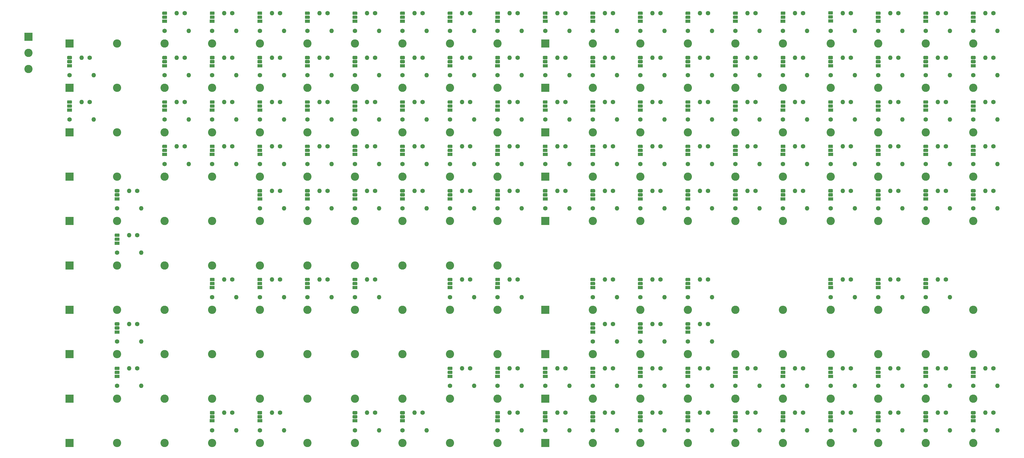
<source format=gbr>
G04 #@! TF.GenerationSoftware,KiCad,Pcbnew,(5.0.0)*
G04 #@! TF.CreationDate,2019-07-24T13:19:38+01:00*
G04 #@! TF.ProjectId,Display,446973706C61792E6B696361645F7063,rev?*
G04 #@! TF.SameCoordinates,Original*
G04 #@! TF.FileFunction,Soldermask,Top*
G04 #@! TF.FilePolarity,Negative*
%FSLAX46Y46*%
G04 Gerber Fmt 4.6, Leading zero omitted, Abs format (unit mm)*
G04 Created by KiCad (PCBNEW (5.0.0)) date 07/24/19 13:19:38*
%MOMM*%
%LPD*%
G01*
G04 APERTURE LIST*
%ADD10C,2.600000*%
%ADD11R,2.600000X2.600000*%
%ADD12R,1.500000X1.050000*%
%ADD13C,0.100000*%
%ADD14C,1.050000*%
%ADD15C,1.400000*%
%ADD16O,1.400000X1.400000*%
G04 APERTURE END LIST*
D10*
G04 #@! TO.C,J12*
X215000000Y-117000000D03*
X200000000Y-117000000D03*
X185000000Y-117000000D03*
X170000000Y-117000000D03*
X155000000Y-117000000D03*
X140000000Y-117000000D03*
X125000000Y-117000000D03*
X110000000Y-117000000D03*
X95000000Y-117000000D03*
D11*
X80000000Y-117000000D03*
G04 #@! TD*
D10*
G04 #@! TO.C,J8*
X215000000Y-89000000D03*
X200000000Y-89000000D03*
X185000000Y-89000000D03*
X170000000Y-89000000D03*
X155000000Y-89000000D03*
X140000000Y-89000000D03*
X125000000Y-89000000D03*
X110000000Y-89000000D03*
X95000000Y-89000000D03*
D11*
X80000000Y-89000000D03*
G04 #@! TD*
D12*
G04 #@! TO.C,Q194*
X275000000Y-166000000D03*
D13*
G36*
X275513229Y-162936264D02*
X275538711Y-162940044D01*
X275563700Y-162946303D01*
X275587954Y-162954982D01*
X275611242Y-162965996D01*
X275633337Y-162979239D01*
X275654028Y-162994585D01*
X275673116Y-163011884D01*
X275690415Y-163030972D01*
X275705761Y-163051663D01*
X275719004Y-163073758D01*
X275730018Y-163097046D01*
X275738697Y-163121300D01*
X275744956Y-163146289D01*
X275748736Y-163171771D01*
X275750000Y-163197500D01*
X275750000Y-163722500D01*
X275748736Y-163748229D01*
X275744956Y-163773711D01*
X275738697Y-163798700D01*
X275730018Y-163822954D01*
X275719004Y-163846242D01*
X275705761Y-163868337D01*
X275690415Y-163889028D01*
X275673116Y-163908116D01*
X275654028Y-163925415D01*
X275633337Y-163940761D01*
X275611242Y-163954004D01*
X275587954Y-163965018D01*
X275563700Y-163973697D01*
X275538711Y-163979956D01*
X275513229Y-163983736D01*
X275487500Y-163985000D01*
X274512500Y-163985000D01*
X274486771Y-163983736D01*
X274461289Y-163979956D01*
X274436300Y-163973697D01*
X274412046Y-163965018D01*
X274388758Y-163954004D01*
X274366663Y-163940761D01*
X274345972Y-163925415D01*
X274326884Y-163908116D01*
X274309585Y-163889028D01*
X274294239Y-163868337D01*
X274280996Y-163846242D01*
X274269982Y-163822954D01*
X274261303Y-163798700D01*
X274255044Y-163773711D01*
X274251264Y-163748229D01*
X274250000Y-163722500D01*
X274250000Y-163197500D01*
X274251264Y-163171771D01*
X274255044Y-163146289D01*
X274261303Y-163121300D01*
X274269982Y-163097046D01*
X274280996Y-163073758D01*
X274294239Y-163051663D01*
X274309585Y-163030972D01*
X274326884Y-163011884D01*
X274345972Y-162994585D01*
X274366663Y-162979239D01*
X274388758Y-162965996D01*
X274412046Y-162954982D01*
X274436300Y-162946303D01*
X274461289Y-162940044D01*
X274486771Y-162936264D01*
X274512500Y-162935000D01*
X275487500Y-162935000D01*
X275513229Y-162936264D01*
X275513229Y-162936264D01*
G37*
D14*
X275000000Y-163460000D03*
D13*
G36*
X275513229Y-164206264D02*
X275538711Y-164210044D01*
X275563700Y-164216303D01*
X275587954Y-164224982D01*
X275611242Y-164235996D01*
X275633337Y-164249239D01*
X275654028Y-164264585D01*
X275673116Y-164281884D01*
X275690415Y-164300972D01*
X275705761Y-164321663D01*
X275719004Y-164343758D01*
X275730018Y-164367046D01*
X275738697Y-164391300D01*
X275744956Y-164416289D01*
X275748736Y-164441771D01*
X275750000Y-164467500D01*
X275750000Y-164992500D01*
X275748736Y-165018229D01*
X275744956Y-165043711D01*
X275738697Y-165068700D01*
X275730018Y-165092954D01*
X275719004Y-165116242D01*
X275705761Y-165138337D01*
X275690415Y-165159028D01*
X275673116Y-165178116D01*
X275654028Y-165195415D01*
X275633337Y-165210761D01*
X275611242Y-165224004D01*
X275587954Y-165235018D01*
X275563700Y-165243697D01*
X275538711Y-165249956D01*
X275513229Y-165253736D01*
X275487500Y-165255000D01*
X274512500Y-165255000D01*
X274486771Y-165253736D01*
X274461289Y-165249956D01*
X274436300Y-165243697D01*
X274412046Y-165235018D01*
X274388758Y-165224004D01*
X274366663Y-165210761D01*
X274345972Y-165195415D01*
X274326884Y-165178116D01*
X274309585Y-165159028D01*
X274294239Y-165138337D01*
X274280996Y-165116242D01*
X274269982Y-165092954D01*
X274261303Y-165068700D01*
X274255044Y-165043711D01*
X274251264Y-165018229D01*
X274250000Y-164992500D01*
X274250000Y-164467500D01*
X274251264Y-164441771D01*
X274255044Y-164416289D01*
X274261303Y-164391300D01*
X274269982Y-164367046D01*
X274280996Y-164343758D01*
X274294239Y-164321663D01*
X274309585Y-164300972D01*
X274326884Y-164281884D01*
X274345972Y-164264585D01*
X274366663Y-164249239D01*
X274388758Y-164235996D01*
X274412046Y-164224982D01*
X274436300Y-164216303D01*
X274461289Y-164210044D01*
X274486771Y-164206264D01*
X274512500Y-164205000D01*
X275487500Y-164205000D01*
X275513229Y-164206264D01*
X275513229Y-164206264D01*
G37*
D14*
X275000000Y-164730000D03*
G04 #@! TD*
D12*
G04 #@! TO.C,Q193*
X260000000Y-166000000D03*
D13*
G36*
X260513229Y-162936264D02*
X260538711Y-162940044D01*
X260563700Y-162946303D01*
X260587954Y-162954982D01*
X260611242Y-162965996D01*
X260633337Y-162979239D01*
X260654028Y-162994585D01*
X260673116Y-163011884D01*
X260690415Y-163030972D01*
X260705761Y-163051663D01*
X260719004Y-163073758D01*
X260730018Y-163097046D01*
X260738697Y-163121300D01*
X260744956Y-163146289D01*
X260748736Y-163171771D01*
X260750000Y-163197500D01*
X260750000Y-163722500D01*
X260748736Y-163748229D01*
X260744956Y-163773711D01*
X260738697Y-163798700D01*
X260730018Y-163822954D01*
X260719004Y-163846242D01*
X260705761Y-163868337D01*
X260690415Y-163889028D01*
X260673116Y-163908116D01*
X260654028Y-163925415D01*
X260633337Y-163940761D01*
X260611242Y-163954004D01*
X260587954Y-163965018D01*
X260563700Y-163973697D01*
X260538711Y-163979956D01*
X260513229Y-163983736D01*
X260487500Y-163985000D01*
X259512500Y-163985000D01*
X259486771Y-163983736D01*
X259461289Y-163979956D01*
X259436300Y-163973697D01*
X259412046Y-163965018D01*
X259388758Y-163954004D01*
X259366663Y-163940761D01*
X259345972Y-163925415D01*
X259326884Y-163908116D01*
X259309585Y-163889028D01*
X259294239Y-163868337D01*
X259280996Y-163846242D01*
X259269982Y-163822954D01*
X259261303Y-163798700D01*
X259255044Y-163773711D01*
X259251264Y-163748229D01*
X259250000Y-163722500D01*
X259250000Y-163197500D01*
X259251264Y-163171771D01*
X259255044Y-163146289D01*
X259261303Y-163121300D01*
X259269982Y-163097046D01*
X259280996Y-163073758D01*
X259294239Y-163051663D01*
X259309585Y-163030972D01*
X259326884Y-163011884D01*
X259345972Y-162994585D01*
X259366663Y-162979239D01*
X259388758Y-162965996D01*
X259412046Y-162954982D01*
X259436300Y-162946303D01*
X259461289Y-162940044D01*
X259486771Y-162936264D01*
X259512500Y-162935000D01*
X260487500Y-162935000D01*
X260513229Y-162936264D01*
X260513229Y-162936264D01*
G37*
D14*
X260000000Y-163460000D03*
D13*
G36*
X260513229Y-164206264D02*
X260538711Y-164210044D01*
X260563700Y-164216303D01*
X260587954Y-164224982D01*
X260611242Y-164235996D01*
X260633337Y-164249239D01*
X260654028Y-164264585D01*
X260673116Y-164281884D01*
X260690415Y-164300972D01*
X260705761Y-164321663D01*
X260719004Y-164343758D01*
X260730018Y-164367046D01*
X260738697Y-164391300D01*
X260744956Y-164416289D01*
X260748736Y-164441771D01*
X260750000Y-164467500D01*
X260750000Y-164992500D01*
X260748736Y-165018229D01*
X260744956Y-165043711D01*
X260738697Y-165068700D01*
X260730018Y-165092954D01*
X260719004Y-165116242D01*
X260705761Y-165138337D01*
X260690415Y-165159028D01*
X260673116Y-165178116D01*
X260654028Y-165195415D01*
X260633337Y-165210761D01*
X260611242Y-165224004D01*
X260587954Y-165235018D01*
X260563700Y-165243697D01*
X260538711Y-165249956D01*
X260513229Y-165253736D01*
X260487500Y-165255000D01*
X259512500Y-165255000D01*
X259486771Y-165253736D01*
X259461289Y-165249956D01*
X259436300Y-165243697D01*
X259412046Y-165235018D01*
X259388758Y-165224004D01*
X259366663Y-165210761D01*
X259345972Y-165195415D01*
X259326884Y-165178116D01*
X259309585Y-165159028D01*
X259294239Y-165138337D01*
X259280996Y-165116242D01*
X259269982Y-165092954D01*
X259261303Y-165068700D01*
X259255044Y-165043711D01*
X259251264Y-165018229D01*
X259250000Y-164992500D01*
X259250000Y-164467500D01*
X259251264Y-164441771D01*
X259255044Y-164416289D01*
X259261303Y-164391300D01*
X259269982Y-164367046D01*
X259280996Y-164343758D01*
X259294239Y-164321663D01*
X259309585Y-164300972D01*
X259326884Y-164281884D01*
X259345972Y-164264585D01*
X259366663Y-164249239D01*
X259388758Y-164235996D01*
X259412046Y-164224982D01*
X259436300Y-164216303D01*
X259461289Y-164210044D01*
X259486771Y-164206264D01*
X259512500Y-164205000D01*
X260487500Y-164205000D01*
X260513229Y-164206264D01*
X260513229Y-164206264D01*
G37*
D14*
X260000000Y-164730000D03*
G04 #@! TD*
D12*
G04 #@! TO.C,Q192*
X245000000Y-166000000D03*
D13*
G36*
X245513229Y-162936264D02*
X245538711Y-162940044D01*
X245563700Y-162946303D01*
X245587954Y-162954982D01*
X245611242Y-162965996D01*
X245633337Y-162979239D01*
X245654028Y-162994585D01*
X245673116Y-163011884D01*
X245690415Y-163030972D01*
X245705761Y-163051663D01*
X245719004Y-163073758D01*
X245730018Y-163097046D01*
X245738697Y-163121300D01*
X245744956Y-163146289D01*
X245748736Y-163171771D01*
X245750000Y-163197500D01*
X245750000Y-163722500D01*
X245748736Y-163748229D01*
X245744956Y-163773711D01*
X245738697Y-163798700D01*
X245730018Y-163822954D01*
X245719004Y-163846242D01*
X245705761Y-163868337D01*
X245690415Y-163889028D01*
X245673116Y-163908116D01*
X245654028Y-163925415D01*
X245633337Y-163940761D01*
X245611242Y-163954004D01*
X245587954Y-163965018D01*
X245563700Y-163973697D01*
X245538711Y-163979956D01*
X245513229Y-163983736D01*
X245487500Y-163985000D01*
X244512500Y-163985000D01*
X244486771Y-163983736D01*
X244461289Y-163979956D01*
X244436300Y-163973697D01*
X244412046Y-163965018D01*
X244388758Y-163954004D01*
X244366663Y-163940761D01*
X244345972Y-163925415D01*
X244326884Y-163908116D01*
X244309585Y-163889028D01*
X244294239Y-163868337D01*
X244280996Y-163846242D01*
X244269982Y-163822954D01*
X244261303Y-163798700D01*
X244255044Y-163773711D01*
X244251264Y-163748229D01*
X244250000Y-163722500D01*
X244250000Y-163197500D01*
X244251264Y-163171771D01*
X244255044Y-163146289D01*
X244261303Y-163121300D01*
X244269982Y-163097046D01*
X244280996Y-163073758D01*
X244294239Y-163051663D01*
X244309585Y-163030972D01*
X244326884Y-163011884D01*
X244345972Y-162994585D01*
X244366663Y-162979239D01*
X244388758Y-162965996D01*
X244412046Y-162954982D01*
X244436300Y-162946303D01*
X244461289Y-162940044D01*
X244486771Y-162936264D01*
X244512500Y-162935000D01*
X245487500Y-162935000D01*
X245513229Y-162936264D01*
X245513229Y-162936264D01*
G37*
D14*
X245000000Y-163460000D03*
D13*
G36*
X245513229Y-164206264D02*
X245538711Y-164210044D01*
X245563700Y-164216303D01*
X245587954Y-164224982D01*
X245611242Y-164235996D01*
X245633337Y-164249239D01*
X245654028Y-164264585D01*
X245673116Y-164281884D01*
X245690415Y-164300972D01*
X245705761Y-164321663D01*
X245719004Y-164343758D01*
X245730018Y-164367046D01*
X245738697Y-164391300D01*
X245744956Y-164416289D01*
X245748736Y-164441771D01*
X245750000Y-164467500D01*
X245750000Y-164992500D01*
X245748736Y-165018229D01*
X245744956Y-165043711D01*
X245738697Y-165068700D01*
X245730018Y-165092954D01*
X245719004Y-165116242D01*
X245705761Y-165138337D01*
X245690415Y-165159028D01*
X245673116Y-165178116D01*
X245654028Y-165195415D01*
X245633337Y-165210761D01*
X245611242Y-165224004D01*
X245587954Y-165235018D01*
X245563700Y-165243697D01*
X245538711Y-165249956D01*
X245513229Y-165253736D01*
X245487500Y-165255000D01*
X244512500Y-165255000D01*
X244486771Y-165253736D01*
X244461289Y-165249956D01*
X244436300Y-165243697D01*
X244412046Y-165235018D01*
X244388758Y-165224004D01*
X244366663Y-165210761D01*
X244345972Y-165195415D01*
X244326884Y-165178116D01*
X244309585Y-165159028D01*
X244294239Y-165138337D01*
X244280996Y-165116242D01*
X244269982Y-165092954D01*
X244261303Y-165068700D01*
X244255044Y-165043711D01*
X244251264Y-165018229D01*
X244250000Y-164992500D01*
X244250000Y-164467500D01*
X244251264Y-164441771D01*
X244255044Y-164416289D01*
X244261303Y-164391300D01*
X244269982Y-164367046D01*
X244280996Y-164343758D01*
X244294239Y-164321663D01*
X244309585Y-164300972D01*
X244326884Y-164281884D01*
X244345972Y-164264585D01*
X244366663Y-164249239D01*
X244388758Y-164235996D01*
X244412046Y-164224982D01*
X244436300Y-164216303D01*
X244461289Y-164210044D01*
X244486771Y-164206264D01*
X244512500Y-164205000D01*
X245487500Y-164205000D01*
X245513229Y-164206264D01*
X245513229Y-164206264D01*
G37*
D14*
X245000000Y-164730000D03*
G04 #@! TD*
D12*
G04 #@! TO.C,Q191*
X230000000Y-166000000D03*
D13*
G36*
X230513229Y-162936264D02*
X230538711Y-162940044D01*
X230563700Y-162946303D01*
X230587954Y-162954982D01*
X230611242Y-162965996D01*
X230633337Y-162979239D01*
X230654028Y-162994585D01*
X230673116Y-163011884D01*
X230690415Y-163030972D01*
X230705761Y-163051663D01*
X230719004Y-163073758D01*
X230730018Y-163097046D01*
X230738697Y-163121300D01*
X230744956Y-163146289D01*
X230748736Y-163171771D01*
X230750000Y-163197500D01*
X230750000Y-163722500D01*
X230748736Y-163748229D01*
X230744956Y-163773711D01*
X230738697Y-163798700D01*
X230730018Y-163822954D01*
X230719004Y-163846242D01*
X230705761Y-163868337D01*
X230690415Y-163889028D01*
X230673116Y-163908116D01*
X230654028Y-163925415D01*
X230633337Y-163940761D01*
X230611242Y-163954004D01*
X230587954Y-163965018D01*
X230563700Y-163973697D01*
X230538711Y-163979956D01*
X230513229Y-163983736D01*
X230487500Y-163985000D01*
X229512500Y-163985000D01*
X229486771Y-163983736D01*
X229461289Y-163979956D01*
X229436300Y-163973697D01*
X229412046Y-163965018D01*
X229388758Y-163954004D01*
X229366663Y-163940761D01*
X229345972Y-163925415D01*
X229326884Y-163908116D01*
X229309585Y-163889028D01*
X229294239Y-163868337D01*
X229280996Y-163846242D01*
X229269982Y-163822954D01*
X229261303Y-163798700D01*
X229255044Y-163773711D01*
X229251264Y-163748229D01*
X229250000Y-163722500D01*
X229250000Y-163197500D01*
X229251264Y-163171771D01*
X229255044Y-163146289D01*
X229261303Y-163121300D01*
X229269982Y-163097046D01*
X229280996Y-163073758D01*
X229294239Y-163051663D01*
X229309585Y-163030972D01*
X229326884Y-163011884D01*
X229345972Y-162994585D01*
X229366663Y-162979239D01*
X229388758Y-162965996D01*
X229412046Y-162954982D01*
X229436300Y-162946303D01*
X229461289Y-162940044D01*
X229486771Y-162936264D01*
X229512500Y-162935000D01*
X230487500Y-162935000D01*
X230513229Y-162936264D01*
X230513229Y-162936264D01*
G37*
D14*
X230000000Y-163460000D03*
D13*
G36*
X230513229Y-164206264D02*
X230538711Y-164210044D01*
X230563700Y-164216303D01*
X230587954Y-164224982D01*
X230611242Y-164235996D01*
X230633337Y-164249239D01*
X230654028Y-164264585D01*
X230673116Y-164281884D01*
X230690415Y-164300972D01*
X230705761Y-164321663D01*
X230719004Y-164343758D01*
X230730018Y-164367046D01*
X230738697Y-164391300D01*
X230744956Y-164416289D01*
X230748736Y-164441771D01*
X230750000Y-164467500D01*
X230750000Y-164992500D01*
X230748736Y-165018229D01*
X230744956Y-165043711D01*
X230738697Y-165068700D01*
X230730018Y-165092954D01*
X230719004Y-165116242D01*
X230705761Y-165138337D01*
X230690415Y-165159028D01*
X230673116Y-165178116D01*
X230654028Y-165195415D01*
X230633337Y-165210761D01*
X230611242Y-165224004D01*
X230587954Y-165235018D01*
X230563700Y-165243697D01*
X230538711Y-165249956D01*
X230513229Y-165253736D01*
X230487500Y-165255000D01*
X229512500Y-165255000D01*
X229486771Y-165253736D01*
X229461289Y-165249956D01*
X229436300Y-165243697D01*
X229412046Y-165235018D01*
X229388758Y-165224004D01*
X229366663Y-165210761D01*
X229345972Y-165195415D01*
X229326884Y-165178116D01*
X229309585Y-165159028D01*
X229294239Y-165138337D01*
X229280996Y-165116242D01*
X229269982Y-165092954D01*
X229261303Y-165068700D01*
X229255044Y-165043711D01*
X229251264Y-165018229D01*
X229250000Y-164992500D01*
X229250000Y-164467500D01*
X229251264Y-164441771D01*
X229255044Y-164416289D01*
X229261303Y-164391300D01*
X229269982Y-164367046D01*
X229280996Y-164343758D01*
X229294239Y-164321663D01*
X229309585Y-164300972D01*
X229326884Y-164281884D01*
X229345972Y-164264585D01*
X229366663Y-164249239D01*
X229388758Y-164235996D01*
X229412046Y-164224982D01*
X229436300Y-164216303D01*
X229461289Y-164210044D01*
X229486771Y-164206264D01*
X229512500Y-164205000D01*
X230487500Y-164205000D01*
X230513229Y-164206264D01*
X230513229Y-164206264D01*
G37*
D14*
X230000000Y-164730000D03*
G04 #@! TD*
D12*
G04 #@! TO.C,Q197*
X320000000Y-166000000D03*
D13*
G36*
X320513229Y-162936264D02*
X320538711Y-162940044D01*
X320563700Y-162946303D01*
X320587954Y-162954982D01*
X320611242Y-162965996D01*
X320633337Y-162979239D01*
X320654028Y-162994585D01*
X320673116Y-163011884D01*
X320690415Y-163030972D01*
X320705761Y-163051663D01*
X320719004Y-163073758D01*
X320730018Y-163097046D01*
X320738697Y-163121300D01*
X320744956Y-163146289D01*
X320748736Y-163171771D01*
X320750000Y-163197500D01*
X320750000Y-163722500D01*
X320748736Y-163748229D01*
X320744956Y-163773711D01*
X320738697Y-163798700D01*
X320730018Y-163822954D01*
X320719004Y-163846242D01*
X320705761Y-163868337D01*
X320690415Y-163889028D01*
X320673116Y-163908116D01*
X320654028Y-163925415D01*
X320633337Y-163940761D01*
X320611242Y-163954004D01*
X320587954Y-163965018D01*
X320563700Y-163973697D01*
X320538711Y-163979956D01*
X320513229Y-163983736D01*
X320487500Y-163985000D01*
X319512500Y-163985000D01*
X319486771Y-163983736D01*
X319461289Y-163979956D01*
X319436300Y-163973697D01*
X319412046Y-163965018D01*
X319388758Y-163954004D01*
X319366663Y-163940761D01*
X319345972Y-163925415D01*
X319326884Y-163908116D01*
X319309585Y-163889028D01*
X319294239Y-163868337D01*
X319280996Y-163846242D01*
X319269982Y-163822954D01*
X319261303Y-163798700D01*
X319255044Y-163773711D01*
X319251264Y-163748229D01*
X319250000Y-163722500D01*
X319250000Y-163197500D01*
X319251264Y-163171771D01*
X319255044Y-163146289D01*
X319261303Y-163121300D01*
X319269982Y-163097046D01*
X319280996Y-163073758D01*
X319294239Y-163051663D01*
X319309585Y-163030972D01*
X319326884Y-163011884D01*
X319345972Y-162994585D01*
X319366663Y-162979239D01*
X319388758Y-162965996D01*
X319412046Y-162954982D01*
X319436300Y-162946303D01*
X319461289Y-162940044D01*
X319486771Y-162936264D01*
X319512500Y-162935000D01*
X320487500Y-162935000D01*
X320513229Y-162936264D01*
X320513229Y-162936264D01*
G37*
D14*
X320000000Y-163460000D03*
D13*
G36*
X320513229Y-164206264D02*
X320538711Y-164210044D01*
X320563700Y-164216303D01*
X320587954Y-164224982D01*
X320611242Y-164235996D01*
X320633337Y-164249239D01*
X320654028Y-164264585D01*
X320673116Y-164281884D01*
X320690415Y-164300972D01*
X320705761Y-164321663D01*
X320719004Y-164343758D01*
X320730018Y-164367046D01*
X320738697Y-164391300D01*
X320744956Y-164416289D01*
X320748736Y-164441771D01*
X320750000Y-164467500D01*
X320750000Y-164992500D01*
X320748736Y-165018229D01*
X320744956Y-165043711D01*
X320738697Y-165068700D01*
X320730018Y-165092954D01*
X320719004Y-165116242D01*
X320705761Y-165138337D01*
X320690415Y-165159028D01*
X320673116Y-165178116D01*
X320654028Y-165195415D01*
X320633337Y-165210761D01*
X320611242Y-165224004D01*
X320587954Y-165235018D01*
X320563700Y-165243697D01*
X320538711Y-165249956D01*
X320513229Y-165253736D01*
X320487500Y-165255000D01*
X319512500Y-165255000D01*
X319486771Y-165253736D01*
X319461289Y-165249956D01*
X319436300Y-165243697D01*
X319412046Y-165235018D01*
X319388758Y-165224004D01*
X319366663Y-165210761D01*
X319345972Y-165195415D01*
X319326884Y-165178116D01*
X319309585Y-165159028D01*
X319294239Y-165138337D01*
X319280996Y-165116242D01*
X319269982Y-165092954D01*
X319261303Y-165068700D01*
X319255044Y-165043711D01*
X319251264Y-165018229D01*
X319250000Y-164992500D01*
X319250000Y-164467500D01*
X319251264Y-164441771D01*
X319255044Y-164416289D01*
X319261303Y-164391300D01*
X319269982Y-164367046D01*
X319280996Y-164343758D01*
X319294239Y-164321663D01*
X319309585Y-164300972D01*
X319326884Y-164281884D01*
X319345972Y-164264585D01*
X319366663Y-164249239D01*
X319388758Y-164235996D01*
X319412046Y-164224982D01*
X319436300Y-164216303D01*
X319461289Y-164210044D01*
X319486771Y-164206264D01*
X319512500Y-164205000D01*
X320487500Y-164205000D01*
X320513229Y-164206264D01*
X320513229Y-164206264D01*
G37*
D14*
X320000000Y-164730000D03*
G04 #@! TD*
D12*
G04 #@! TO.C,Q187*
X170000000Y-166000000D03*
D13*
G36*
X170513229Y-162936264D02*
X170538711Y-162940044D01*
X170563700Y-162946303D01*
X170587954Y-162954982D01*
X170611242Y-162965996D01*
X170633337Y-162979239D01*
X170654028Y-162994585D01*
X170673116Y-163011884D01*
X170690415Y-163030972D01*
X170705761Y-163051663D01*
X170719004Y-163073758D01*
X170730018Y-163097046D01*
X170738697Y-163121300D01*
X170744956Y-163146289D01*
X170748736Y-163171771D01*
X170750000Y-163197500D01*
X170750000Y-163722500D01*
X170748736Y-163748229D01*
X170744956Y-163773711D01*
X170738697Y-163798700D01*
X170730018Y-163822954D01*
X170719004Y-163846242D01*
X170705761Y-163868337D01*
X170690415Y-163889028D01*
X170673116Y-163908116D01*
X170654028Y-163925415D01*
X170633337Y-163940761D01*
X170611242Y-163954004D01*
X170587954Y-163965018D01*
X170563700Y-163973697D01*
X170538711Y-163979956D01*
X170513229Y-163983736D01*
X170487500Y-163985000D01*
X169512500Y-163985000D01*
X169486771Y-163983736D01*
X169461289Y-163979956D01*
X169436300Y-163973697D01*
X169412046Y-163965018D01*
X169388758Y-163954004D01*
X169366663Y-163940761D01*
X169345972Y-163925415D01*
X169326884Y-163908116D01*
X169309585Y-163889028D01*
X169294239Y-163868337D01*
X169280996Y-163846242D01*
X169269982Y-163822954D01*
X169261303Y-163798700D01*
X169255044Y-163773711D01*
X169251264Y-163748229D01*
X169250000Y-163722500D01*
X169250000Y-163197500D01*
X169251264Y-163171771D01*
X169255044Y-163146289D01*
X169261303Y-163121300D01*
X169269982Y-163097046D01*
X169280996Y-163073758D01*
X169294239Y-163051663D01*
X169309585Y-163030972D01*
X169326884Y-163011884D01*
X169345972Y-162994585D01*
X169366663Y-162979239D01*
X169388758Y-162965996D01*
X169412046Y-162954982D01*
X169436300Y-162946303D01*
X169461289Y-162940044D01*
X169486771Y-162936264D01*
X169512500Y-162935000D01*
X170487500Y-162935000D01*
X170513229Y-162936264D01*
X170513229Y-162936264D01*
G37*
D14*
X170000000Y-163460000D03*
D13*
G36*
X170513229Y-164206264D02*
X170538711Y-164210044D01*
X170563700Y-164216303D01*
X170587954Y-164224982D01*
X170611242Y-164235996D01*
X170633337Y-164249239D01*
X170654028Y-164264585D01*
X170673116Y-164281884D01*
X170690415Y-164300972D01*
X170705761Y-164321663D01*
X170719004Y-164343758D01*
X170730018Y-164367046D01*
X170738697Y-164391300D01*
X170744956Y-164416289D01*
X170748736Y-164441771D01*
X170750000Y-164467500D01*
X170750000Y-164992500D01*
X170748736Y-165018229D01*
X170744956Y-165043711D01*
X170738697Y-165068700D01*
X170730018Y-165092954D01*
X170719004Y-165116242D01*
X170705761Y-165138337D01*
X170690415Y-165159028D01*
X170673116Y-165178116D01*
X170654028Y-165195415D01*
X170633337Y-165210761D01*
X170611242Y-165224004D01*
X170587954Y-165235018D01*
X170563700Y-165243697D01*
X170538711Y-165249956D01*
X170513229Y-165253736D01*
X170487500Y-165255000D01*
X169512500Y-165255000D01*
X169486771Y-165253736D01*
X169461289Y-165249956D01*
X169436300Y-165243697D01*
X169412046Y-165235018D01*
X169388758Y-165224004D01*
X169366663Y-165210761D01*
X169345972Y-165195415D01*
X169326884Y-165178116D01*
X169309585Y-165159028D01*
X169294239Y-165138337D01*
X169280996Y-165116242D01*
X169269982Y-165092954D01*
X169261303Y-165068700D01*
X169255044Y-165043711D01*
X169251264Y-165018229D01*
X169250000Y-164992500D01*
X169250000Y-164467500D01*
X169251264Y-164441771D01*
X169255044Y-164416289D01*
X169261303Y-164391300D01*
X169269982Y-164367046D01*
X169280996Y-164343758D01*
X169294239Y-164321663D01*
X169309585Y-164300972D01*
X169326884Y-164281884D01*
X169345972Y-164264585D01*
X169366663Y-164249239D01*
X169388758Y-164235996D01*
X169412046Y-164224982D01*
X169436300Y-164216303D01*
X169461289Y-164210044D01*
X169486771Y-164206264D01*
X169512500Y-164205000D01*
X170487500Y-164205000D01*
X170513229Y-164206264D01*
X170513229Y-164206264D01*
G37*
D14*
X170000000Y-164730000D03*
G04 #@! TD*
D12*
G04 #@! TO.C,Q198*
X335000000Y-166000000D03*
D13*
G36*
X335513229Y-162936264D02*
X335538711Y-162940044D01*
X335563700Y-162946303D01*
X335587954Y-162954982D01*
X335611242Y-162965996D01*
X335633337Y-162979239D01*
X335654028Y-162994585D01*
X335673116Y-163011884D01*
X335690415Y-163030972D01*
X335705761Y-163051663D01*
X335719004Y-163073758D01*
X335730018Y-163097046D01*
X335738697Y-163121300D01*
X335744956Y-163146289D01*
X335748736Y-163171771D01*
X335750000Y-163197500D01*
X335750000Y-163722500D01*
X335748736Y-163748229D01*
X335744956Y-163773711D01*
X335738697Y-163798700D01*
X335730018Y-163822954D01*
X335719004Y-163846242D01*
X335705761Y-163868337D01*
X335690415Y-163889028D01*
X335673116Y-163908116D01*
X335654028Y-163925415D01*
X335633337Y-163940761D01*
X335611242Y-163954004D01*
X335587954Y-163965018D01*
X335563700Y-163973697D01*
X335538711Y-163979956D01*
X335513229Y-163983736D01*
X335487500Y-163985000D01*
X334512500Y-163985000D01*
X334486771Y-163983736D01*
X334461289Y-163979956D01*
X334436300Y-163973697D01*
X334412046Y-163965018D01*
X334388758Y-163954004D01*
X334366663Y-163940761D01*
X334345972Y-163925415D01*
X334326884Y-163908116D01*
X334309585Y-163889028D01*
X334294239Y-163868337D01*
X334280996Y-163846242D01*
X334269982Y-163822954D01*
X334261303Y-163798700D01*
X334255044Y-163773711D01*
X334251264Y-163748229D01*
X334250000Y-163722500D01*
X334250000Y-163197500D01*
X334251264Y-163171771D01*
X334255044Y-163146289D01*
X334261303Y-163121300D01*
X334269982Y-163097046D01*
X334280996Y-163073758D01*
X334294239Y-163051663D01*
X334309585Y-163030972D01*
X334326884Y-163011884D01*
X334345972Y-162994585D01*
X334366663Y-162979239D01*
X334388758Y-162965996D01*
X334412046Y-162954982D01*
X334436300Y-162946303D01*
X334461289Y-162940044D01*
X334486771Y-162936264D01*
X334512500Y-162935000D01*
X335487500Y-162935000D01*
X335513229Y-162936264D01*
X335513229Y-162936264D01*
G37*
D14*
X335000000Y-163460000D03*
D13*
G36*
X335513229Y-164206264D02*
X335538711Y-164210044D01*
X335563700Y-164216303D01*
X335587954Y-164224982D01*
X335611242Y-164235996D01*
X335633337Y-164249239D01*
X335654028Y-164264585D01*
X335673116Y-164281884D01*
X335690415Y-164300972D01*
X335705761Y-164321663D01*
X335719004Y-164343758D01*
X335730018Y-164367046D01*
X335738697Y-164391300D01*
X335744956Y-164416289D01*
X335748736Y-164441771D01*
X335750000Y-164467500D01*
X335750000Y-164992500D01*
X335748736Y-165018229D01*
X335744956Y-165043711D01*
X335738697Y-165068700D01*
X335730018Y-165092954D01*
X335719004Y-165116242D01*
X335705761Y-165138337D01*
X335690415Y-165159028D01*
X335673116Y-165178116D01*
X335654028Y-165195415D01*
X335633337Y-165210761D01*
X335611242Y-165224004D01*
X335587954Y-165235018D01*
X335563700Y-165243697D01*
X335538711Y-165249956D01*
X335513229Y-165253736D01*
X335487500Y-165255000D01*
X334512500Y-165255000D01*
X334486771Y-165253736D01*
X334461289Y-165249956D01*
X334436300Y-165243697D01*
X334412046Y-165235018D01*
X334388758Y-165224004D01*
X334366663Y-165210761D01*
X334345972Y-165195415D01*
X334326884Y-165178116D01*
X334309585Y-165159028D01*
X334294239Y-165138337D01*
X334280996Y-165116242D01*
X334269982Y-165092954D01*
X334261303Y-165068700D01*
X334255044Y-165043711D01*
X334251264Y-165018229D01*
X334250000Y-164992500D01*
X334250000Y-164467500D01*
X334251264Y-164441771D01*
X334255044Y-164416289D01*
X334261303Y-164391300D01*
X334269982Y-164367046D01*
X334280996Y-164343758D01*
X334294239Y-164321663D01*
X334309585Y-164300972D01*
X334326884Y-164281884D01*
X334345972Y-164264585D01*
X334366663Y-164249239D01*
X334388758Y-164235996D01*
X334412046Y-164224982D01*
X334436300Y-164216303D01*
X334461289Y-164210044D01*
X334486771Y-164206264D01*
X334512500Y-164205000D01*
X335487500Y-164205000D01*
X335513229Y-164206264D01*
X335513229Y-164206264D01*
G37*
D14*
X335000000Y-164730000D03*
G04 #@! TD*
D12*
G04 #@! TO.C,Q200*
X365000000Y-166000000D03*
D13*
G36*
X365513229Y-162936264D02*
X365538711Y-162940044D01*
X365563700Y-162946303D01*
X365587954Y-162954982D01*
X365611242Y-162965996D01*
X365633337Y-162979239D01*
X365654028Y-162994585D01*
X365673116Y-163011884D01*
X365690415Y-163030972D01*
X365705761Y-163051663D01*
X365719004Y-163073758D01*
X365730018Y-163097046D01*
X365738697Y-163121300D01*
X365744956Y-163146289D01*
X365748736Y-163171771D01*
X365750000Y-163197500D01*
X365750000Y-163722500D01*
X365748736Y-163748229D01*
X365744956Y-163773711D01*
X365738697Y-163798700D01*
X365730018Y-163822954D01*
X365719004Y-163846242D01*
X365705761Y-163868337D01*
X365690415Y-163889028D01*
X365673116Y-163908116D01*
X365654028Y-163925415D01*
X365633337Y-163940761D01*
X365611242Y-163954004D01*
X365587954Y-163965018D01*
X365563700Y-163973697D01*
X365538711Y-163979956D01*
X365513229Y-163983736D01*
X365487500Y-163985000D01*
X364512500Y-163985000D01*
X364486771Y-163983736D01*
X364461289Y-163979956D01*
X364436300Y-163973697D01*
X364412046Y-163965018D01*
X364388758Y-163954004D01*
X364366663Y-163940761D01*
X364345972Y-163925415D01*
X364326884Y-163908116D01*
X364309585Y-163889028D01*
X364294239Y-163868337D01*
X364280996Y-163846242D01*
X364269982Y-163822954D01*
X364261303Y-163798700D01*
X364255044Y-163773711D01*
X364251264Y-163748229D01*
X364250000Y-163722500D01*
X364250000Y-163197500D01*
X364251264Y-163171771D01*
X364255044Y-163146289D01*
X364261303Y-163121300D01*
X364269982Y-163097046D01*
X364280996Y-163073758D01*
X364294239Y-163051663D01*
X364309585Y-163030972D01*
X364326884Y-163011884D01*
X364345972Y-162994585D01*
X364366663Y-162979239D01*
X364388758Y-162965996D01*
X364412046Y-162954982D01*
X364436300Y-162946303D01*
X364461289Y-162940044D01*
X364486771Y-162936264D01*
X364512500Y-162935000D01*
X365487500Y-162935000D01*
X365513229Y-162936264D01*
X365513229Y-162936264D01*
G37*
D14*
X365000000Y-163460000D03*
D13*
G36*
X365513229Y-164206264D02*
X365538711Y-164210044D01*
X365563700Y-164216303D01*
X365587954Y-164224982D01*
X365611242Y-164235996D01*
X365633337Y-164249239D01*
X365654028Y-164264585D01*
X365673116Y-164281884D01*
X365690415Y-164300972D01*
X365705761Y-164321663D01*
X365719004Y-164343758D01*
X365730018Y-164367046D01*
X365738697Y-164391300D01*
X365744956Y-164416289D01*
X365748736Y-164441771D01*
X365750000Y-164467500D01*
X365750000Y-164992500D01*
X365748736Y-165018229D01*
X365744956Y-165043711D01*
X365738697Y-165068700D01*
X365730018Y-165092954D01*
X365719004Y-165116242D01*
X365705761Y-165138337D01*
X365690415Y-165159028D01*
X365673116Y-165178116D01*
X365654028Y-165195415D01*
X365633337Y-165210761D01*
X365611242Y-165224004D01*
X365587954Y-165235018D01*
X365563700Y-165243697D01*
X365538711Y-165249956D01*
X365513229Y-165253736D01*
X365487500Y-165255000D01*
X364512500Y-165255000D01*
X364486771Y-165253736D01*
X364461289Y-165249956D01*
X364436300Y-165243697D01*
X364412046Y-165235018D01*
X364388758Y-165224004D01*
X364366663Y-165210761D01*
X364345972Y-165195415D01*
X364326884Y-165178116D01*
X364309585Y-165159028D01*
X364294239Y-165138337D01*
X364280996Y-165116242D01*
X364269982Y-165092954D01*
X364261303Y-165068700D01*
X364255044Y-165043711D01*
X364251264Y-165018229D01*
X364250000Y-164992500D01*
X364250000Y-164467500D01*
X364251264Y-164441771D01*
X364255044Y-164416289D01*
X364261303Y-164391300D01*
X364269982Y-164367046D01*
X364280996Y-164343758D01*
X364294239Y-164321663D01*
X364309585Y-164300972D01*
X364326884Y-164281884D01*
X364345972Y-164264585D01*
X364366663Y-164249239D01*
X364388758Y-164235996D01*
X364412046Y-164224982D01*
X364436300Y-164216303D01*
X364461289Y-164210044D01*
X364486771Y-164206264D01*
X364512500Y-164205000D01*
X365487500Y-164205000D01*
X365513229Y-164206264D01*
X365513229Y-164206264D01*
G37*
D14*
X365000000Y-164730000D03*
G04 #@! TD*
D12*
G04 #@! TO.C,Q188*
X185000000Y-166000000D03*
D13*
G36*
X185513229Y-162936264D02*
X185538711Y-162940044D01*
X185563700Y-162946303D01*
X185587954Y-162954982D01*
X185611242Y-162965996D01*
X185633337Y-162979239D01*
X185654028Y-162994585D01*
X185673116Y-163011884D01*
X185690415Y-163030972D01*
X185705761Y-163051663D01*
X185719004Y-163073758D01*
X185730018Y-163097046D01*
X185738697Y-163121300D01*
X185744956Y-163146289D01*
X185748736Y-163171771D01*
X185750000Y-163197500D01*
X185750000Y-163722500D01*
X185748736Y-163748229D01*
X185744956Y-163773711D01*
X185738697Y-163798700D01*
X185730018Y-163822954D01*
X185719004Y-163846242D01*
X185705761Y-163868337D01*
X185690415Y-163889028D01*
X185673116Y-163908116D01*
X185654028Y-163925415D01*
X185633337Y-163940761D01*
X185611242Y-163954004D01*
X185587954Y-163965018D01*
X185563700Y-163973697D01*
X185538711Y-163979956D01*
X185513229Y-163983736D01*
X185487500Y-163985000D01*
X184512500Y-163985000D01*
X184486771Y-163983736D01*
X184461289Y-163979956D01*
X184436300Y-163973697D01*
X184412046Y-163965018D01*
X184388758Y-163954004D01*
X184366663Y-163940761D01*
X184345972Y-163925415D01*
X184326884Y-163908116D01*
X184309585Y-163889028D01*
X184294239Y-163868337D01*
X184280996Y-163846242D01*
X184269982Y-163822954D01*
X184261303Y-163798700D01*
X184255044Y-163773711D01*
X184251264Y-163748229D01*
X184250000Y-163722500D01*
X184250000Y-163197500D01*
X184251264Y-163171771D01*
X184255044Y-163146289D01*
X184261303Y-163121300D01*
X184269982Y-163097046D01*
X184280996Y-163073758D01*
X184294239Y-163051663D01*
X184309585Y-163030972D01*
X184326884Y-163011884D01*
X184345972Y-162994585D01*
X184366663Y-162979239D01*
X184388758Y-162965996D01*
X184412046Y-162954982D01*
X184436300Y-162946303D01*
X184461289Y-162940044D01*
X184486771Y-162936264D01*
X184512500Y-162935000D01*
X185487500Y-162935000D01*
X185513229Y-162936264D01*
X185513229Y-162936264D01*
G37*
D14*
X185000000Y-163460000D03*
D13*
G36*
X185513229Y-164206264D02*
X185538711Y-164210044D01*
X185563700Y-164216303D01*
X185587954Y-164224982D01*
X185611242Y-164235996D01*
X185633337Y-164249239D01*
X185654028Y-164264585D01*
X185673116Y-164281884D01*
X185690415Y-164300972D01*
X185705761Y-164321663D01*
X185719004Y-164343758D01*
X185730018Y-164367046D01*
X185738697Y-164391300D01*
X185744956Y-164416289D01*
X185748736Y-164441771D01*
X185750000Y-164467500D01*
X185750000Y-164992500D01*
X185748736Y-165018229D01*
X185744956Y-165043711D01*
X185738697Y-165068700D01*
X185730018Y-165092954D01*
X185719004Y-165116242D01*
X185705761Y-165138337D01*
X185690415Y-165159028D01*
X185673116Y-165178116D01*
X185654028Y-165195415D01*
X185633337Y-165210761D01*
X185611242Y-165224004D01*
X185587954Y-165235018D01*
X185563700Y-165243697D01*
X185538711Y-165249956D01*
X185513229Y-165253736D01*
X185487500Y-165255000D01*
X184512500Y-165255000D01*
X184486771Y-165253736D01*
X184461289Y-165249956D01*
X184436300Y-165243697D01*
X184412046Y-165235018D01*
X184388758Y-165224004D01*
X184366663Y-165210761D01*
X184345972Y-165195415D01*
X184326884Y-165178116D01*
X184309585Y-165159028D01*
X184294239Y-165138337D01*
X184280996Y-165116242D01*
X184269982Y-165092954D01*
X184261303Y-165068700D01*
X184255044Y-165043711D01*
X184251264Y-165018229D01*
X184250000Y-164992500D01*
X184250000Y-164467500D01*
X184251264Y-164441771D01*
X184255044Y-164416289D01*
X184261303Y-164391300D01*
X184269982Y-164367046D01*
X184280996Y-164343758D01*
X184294239Y-164321663D01*
X184309585Y-164300972D01*
X184326884Y-164281884D01*
X184345972Y-164264585D01*
X184366663Y-164249239D01*
X184388758Y-164235996D01*
X184412046Y-164224982D01*
X184436300Y-164216303D01*
X184461289Y-164210044D01*
X184486771Y-164206264D01*
X184512500Y-164205000D01*
X185487500Y-164205000D01*
X185513229Y-164206264D01*
X185513229Y-164206264D01*
G37*
D14*
X185000000Y-164730000D03*
G04 #@! TD*
D12*
G04 #@! TO.C,Q195*
X290000000Y-166000000D03*
D13*
G36*
X290513229Y-162936264D02*
X290538711Y-162940044D01*
X290563700Y-162946303D01*
X290587954Y-162954982D01*
X290611242Y-162965996D01*
X290633337Y-162979239D01*
X290654028Y-162994585D01*
X290673116Y-163011884D01*
X290690415Y-163030972D01*
X290705761Y-163051663D01*
X290719004Y-163073758D01*
X290730018Y-163097046D01*
X290738697Y-163121300D01*
X290744956Y-163146289D01*
X290748736Y-163171771D01*
X290750000Y-163197500D01*
X290750000Y-163722500D01*
X290748736Y-163748229D01*
X290744956Y-163773711D01*
X290738697Y-163798700D01*
X290730018Y-163822954D01*
X290719004Y-163846242D01*
X290705761Y-163868337D01*
X290690415Y-163889028D01*
X290673116Y-163908116D01*
X290654028Y-163925415D01*
X290633337Y-163940761D01*
X290611242Y-163954004D01*
X290587954Y-163965018D01*
X290563700Y-163973697D01*
X290538711Y-163979956D01*
X290513229Y-163983736D01*
X290487500Y-163985000D01*
X289512500Y-163985000D01*
X289486771Y-163983736D01*
X289461289Y-163979956D01*
X289436300Y-163973697D01*
X289412046Y-163965018D01*
X289388758Y-163954004D01*
X289366663Y-163940761D01*
X289345972Y-163925415D01*
X289326884Y-163908116D01*
X289309585Y-163889028D01*
X289294239Y-163868337D01*
X289280996Y-163846242D01*
X289269982Y-163822954D01*
X289261303Y-163798700D01*
X289255044Y-163773711D01*
X289251264Y-163748229D01*
X289250000Y-163722500D01*
X289250000Y-163197500D01*
X289251264Y-163171771D01*
X289255044Y-163146289D01*
X289261303Y-163121300D01*
X289269982Y-163097046D01*
X289280996Y-163073758D01*
X289294239Y-163051663D01*
X289309585Y-163030972D01*
X289326884Y-163011884D01*
X289345972Y-162994585D01*
X289366663Y-162979239D01*
X289388758Y-162965996D01*
X289412046Y-162954982D01*
X289436300Y-162946303D01*
X289461289Y-162940044D01*
X289486771Y-162936264D01*
X289512500Y-162935000D01*
X290487500Y-162935000D01*
X290513229Y-162936264D01*
X290513229Y-162936264D01*
G37*
D14*
X290000000Y-163460000D03*
D13*
G36*
X290513229Y-164206264D02*
X290538711Y-164210044D01*
X290563700Y-164216303D01*
X290587954Y-164224982D01*
X290611242Y-164235996D01*
X290633337Y-164249239D01*
X290654028Y-164264585D01*
X290673116Y-164281884D01*
X290690415Y-164300972D01*
X290705761Y-164321663D01*
X290719004Y-164343758D01*
X290730018Y-164367046D01*
X290738697Y-164391300D01*
X290744956Y-164416289D01*
X290748736Y-164441771D01*
X290750000Y-164467500D01*
X290750000Y-164992500D01*
X290748736Y-165018229D01*
X290744956Y-165043711D01*
X290738697Y-165068700D01*
X290730018Y-165092954D01*
X290719004Y-165116242D01*
X290705761Y-165138337D01*
X290690415Y-165159028D01*
X290673116Y-165178116D01*
X290654028Y-165195415D01*
X290633337Y-165210761D01*
X290611242Y-165224004D01*
X290587954Y-165235018D01*
X290563700Y-165243697D01*
X290538711Y-165249956D01*
X290513229Y-165253736D01*
X290487500Y-165255000D01*
X289512500Y-165255000D01*
X289486771Y-165253736D01*
X289461289Y-165249956D01*
X289436300Y-165243697D01*
X289412046Y-165235018D01*
X289388758Y-165224004D01*
X289366663Y-165210761D01*
X289345972Y-165195415D01*
X289326884Y-165178116D01*
X289309585Y-165159028D01*
X289294239Y-165138337D01*
X289280996Y-165116242D01*
X289269982Y-165092954D01*
X289261303Y-165068700D01*
X289255044Y-165043711D01*
X289251264Y-165018229D01*
X289250000Y-164992500D01*
X289250000Y-164467500D01*
X289251264Y-164441771D01*
X289255044Y-164416289D01*
X289261303Y-164391300D01*
X289269982Y-164367046D01*
X289280996Y-164343758D01*
X289294239Y-164321663D01*
X289309585Y-164300972D01*
X289326884Y-164281884D01*
X289345972Y-164264585D01*
X289366663Y-164249239D01*
X289388758Y-164235996D01*
X289412046Y-164224982D01*
X289436300Y-164216303D01*
X289461289Y-164210044D01*
X289486771Y-164206264D01*
X289512500Y-164205000D01*
X290487500Y-164205000D01*
X290513229Y-164206264D01*
X290513229Y-164206264D01*
G37*
D14*
X290000000Y-164730000D03*
G04 #@! TD*
D12*
G04 #@! TO.C,Q184*
X125000000Y-166000000D03*
D13*
G36*
X125513229Y-162936264D02*
X125538711Y-162940044D01*
X125563700Y-162946303D01*
X125587954Y-162954982D01*
X125611242Y-162965996D01*
X125633337Y-162979239D01*
X125654028Y-162994585D01*
X125673116Y-163011884D01*
X125690415Y-163030972D01*
X125705761Y-163051663D01*
X125719004Y-163073758D01*
X125730018Y-163097046D01*
X125738697Y-163121300D01*
X125744956Y-163146289D01*
X125748736Y-163171771D01*
X125750000Y-163197500D01*
X125750000Y-163722500D01*
X125748736Y-163748229D01*
X125744956Y-163773711D01*
X125738697Y-163798700D01*
X125730018Y-163822954D01*
X125719004Y-163846242D01*
X125705761Y-163868337D01*
X125690415Y-163889028D01*
X125673116Y-163908116D01*
X125654028Y-163925415D01*
X125633337Y-163940761D01*
X125611242Y-163954004D01*
X125587954Y-163965018D01*
X125563700Y-163973697D01*
X125538711Y-163979956D01*
X125513229Y-163983736D01*
X125487500Y-163985000D01*
X124512500Y-163985000D01*
X124486771Y-163983736D01*
X124461289Y-163979956D01*
X124436300Y-163973697D01*
X124412046Y-163965018D01*
X124388758Y-163954004D01*
X124366663Y-163940761D01*
X124345972Y-163925415D01*
X124326884Y-163908116D01*
X124309585Y-163889028D01*
X124294239Y-163868337D01*
X124280996Y-163846242D01*
X124269982Y-163822954D01*
X124261303Y-163798700D01*
X124255044Y-163773711D01*
X124251264Y-163748229D01*
X124250000Y-163722500D01*
X124250000Y-163197500D01*
X124251264Y-163171771D01*
X124255044Y-163146289D01*
X124261303Y-163121300D01*
X124269982Y-163097046D01*
X124280996Y-163073758D01*
X124294239Y-163051663D01*
X124309585Y-163030972D01*
X124326884Y-163011884D01*
X124345972Y-162994585D01*
X124366663Y-162979239D01*
X124388758Y-162965996D01*
X124412046Y-162954982D01*
X124436300Y-162946303D01*
X124461289Y-162940044D01*
X124486771Y-162936264D01*
X124512500Y-162935000D01*
X125487500Y-162935000D01*
X125513229Y-162936264D01*
X125513229Y-162936264D01*
G37*
D14*
X125000000Y-163460000D03*
D13*
G36*
X125513229Y-164206264D02*
X125538711Y-164210044D01*
X125563700Y-164216303D01*
X125587954Y-164224982D01*
X125611242Y-164235996D01*
X125633337Y-164249239D01*
X125654028Y-164264585D01*
X125673116Y-164281884D01*
X125690415Y-164300972D01*
X125705761Y-164321663D01*
X125719004Y-164343758D01*
X125730018Y-164367046D01*
X125738697Y-164391300D01*
X125744956Y-164416289D01*
X125748736Y-164441771D01*
X125750000Y-164467500D01*
X125750000Y-164992500D01*
X125748736Y-165018229D01*
X125744956Y-165043711D01*
X125738697Y-165068700D01*
X125730018Y-165092954D01*
X125719004Y-165116242D01*
X125705761Y-165138337D01*
X125690415Y-165159028D01*
X125673116Y-165178116D01*
X125654028Y-165195415D01*
X125633337Y-165210761D01*
X125611242Y-165224004D01*
X125587954Y-165235018D01*
X125563700Y-165243697D01*
X125538711Y-165249956D01*
X125513229Y-165253736D01*
X125487500Y-165255000D01*
X124512500Y-165255000D01*
X124486771Y-165253736D01*
X124461289Y-165249956D01*
X124436300Y-165243697D01*
X124412046Y-165235018D01*
X124388758Y-165224004D01*
X124366663Y-165210761D01*
X124345972Y-165195415D01*
X124326884Y-165178116D01*
X124309585Y-165159028D01*
X124294239Y-165138337D01*
X124280996Y-165116242D01*
X124269982Y-165092954D01*
X124261303Y-165068700D01*
X124255044Y-165043711D01*
X124251264Y-165018229D01*
X124250000Y-164992500D01*
X124250000Y-164467500D01*
X124251264Y-164441771D01*
X124255044Y-164416289D01*
X124261303Y-164391300D01*
X124269982Y-164367046D01*
X124280996Y-164343758D01*
X124294239Y-164321663D01*
X124309585Y-164300972D01*
X124326884Y-164281884D01*
X124345972Y-164264585D01*
X124366663Y-164249239D01*
X124388758Y-164235996D01*
X124412046Y-164224982D01*
X124436300Y-164216303D01*
X124461289Y-164210044D01*
X124486771Y-164206264D01*
X124512500Y-164205000D01*
X125487500Y-164205000D01*
X125513229Y-164206264D01*
X125513229Y-164206264D01*
G37*
D14*
X125000000Y-164730000D03*
G04 #@! TD*
D12*
G04 #@! TO.C,Q196*
X305000000Y-166000000D03*
D13*
G36*
X305513229Y-162936264D02*
X305538711Y-162940044D01*
X305563700Y-162946303D01*
X305587954Y-162954982D01*
X305611242Y-162965996D01*
X305633337Y-162979239D01*
X305654028Y-162994585D01*
X305673116Y-163011884D01*
X305690415Y-163030972D01*
X305705761Y-163051663D01*
X305719004Y-163073758D01*
X305730018Y-163097046D01*
X305738697Y-163121300D01*
X305744956Y-163146289D01*
X305748736Y-163171771D01*
X305750000Y-163197500D01*
X305750000Y-163722500D01*
X305748736Y-163748229D01*
X305744956Y-163773711D01*
X305738697Y-163798700D01*
X305730018Y-163822954D01*
X305719004Y-163846242D01*
X305705761Y-163868337D01*
X305690415Y-163889028D01*
X305673116Y-163908116D01*
X305654028Y-163925415D01*
X305633337Y-163940761D01*
X305611242Y-163954004D01*
X305587954Y-163965018D01*
X305563700Y-163973697D01*
X305538711Y-163979956D01*
X305513229Y-163983736D01*
X305487500Y-163985000D01*
X304512500Y-163985000D01*
X304486771Y-163983736D01*
X304461289Y-163979956D01*
X304436300Y-163973697D01*
X304412046Y-163965018D01*
X304388758Y-163954004D01*
X304366663Y-163940761D01*
X304345972Y-163925415D01*
X304326884Y-163908116D01*
X304309585Y-163889028D01*
X304294239Y-163868337D01*
X304280996Y-163846242D01*
X304269982Y-163822954D01*
X304261303Y-163798700D01*
X304255044Y-163773711D01*
X304251264Y-163748229D01*
X304250000Y-163722500D01*
X304250000Y-163197500D01*
X304251264Y-163171771D01*
X304255044Y-163146289D01*
X304261303Y-163121300D01*
X304269982Y-163097046D01*
X304280996Y-163073758D01*
X304294239Y-163051663D01*
X304309585Y-163030972D01*
X304326884Y-163011884D01*
X304345972Y-162994585D01*
X304366663Y-162979239D01*
X304388758Y-162965996D01*
X304412046Y-162954982D01*
X304436300Y-162946303D01*
X304461289Y-162940044D01*
X304486771Y-162936264D01*
X304512500Y-162935000D01*
X305487500Y-162935000D01*
X305513229Y-162936264D01*
X305513229Y-162936264D01*
G37*
D14*
X305000000Y-163460000D03*
D13*
G36*
X305513229Y-164206264D02*
X305538711Y-164210044D01*
X305563700Y-164216303D01*
X305587954Y-164224982D01*
X305611242Y-164235996D01*
X305633337Y-164249239D01*
X305654028Y-164264585D01*
X305673116Y-164281884D01*
X305690415Y-164300972D01*
X305705761Y-164321663D01*
X305719004Y-164343758D01*
X305730018Y-164367046D01*
X305738697Y-164391300D01*
X305744956Y-164416289D01*
X305748736Y-164441771D01*
X305750000Y-164467500D01*
X305750000Y-164992500D01*
X305748736Y-165018229D01*
X305744956Y-165043711D01*
X305738697Y-165068700D01*
X305730018Y-165092954D01*
X305719004Y-165116242D01*
X305705761Y-165138337D01*
X305690415Y-165159028D01*
X305673116Y-165178116D01*
X305654028Y-165195415D01*
X305633337Y-165210761D01*
X305611242Y-165224004D01*
X305587954Y-165235018D01*
X305563700Y-165243697D01*
X305538711Y-165249956D01*
X305513229Y-165253736D01*
X305487500Y-165255000D01*
X304512500Y-165255000D01*
X304486771Y-165253736D01*
X304461289Y-165249956D01*
X304436300Y-165243697D01*
X304412046Y-165235018D01*
X304388758Y-165224004D01*
X304366663Y-165210761D01*
X304345972Y-165195415D01*
X304326884Y-165178116D01*
X304309585Y-165159028D01*
X304294239Y-165138337D01*
X304280996Y-165116242D01*
X304269982Y-165092954D01*
X304261303Y-165068700D01*
X304255044Y-165043711D01*
X304251264Y-165018229D01*
X304250000Y-164992500D01*
X304250000Y-164467500D01*
X304251264Y-164441771D01*
X304255044Y-164416289D01*
X304261303Y-164391300D01*
X304269982Y-164367046D01*
X304280996Y-164343758D01*
X304294239Y-164321663D01*
X304309585Y-164300972D01*
X304326884Y-164281884D01*
X304345972Y-164264585D01*
X304366663Y-164249239D01*
X304388758Y-164235996D01*
X304412046Y-164224982D01*
X304436300Y-164216303D01*
X304461289Y-164210044D01*
X304486771Y-164206264D01*
X304512500Y-164205000D01*
X305487500Y-164205000D01*
X305513229Y-164206264D01*
X305513229Y-164206264D01*
G37*
D14*
X305000000Y-164730000D03*
G04 #@! TD*
D12*
G04 #@! TO.C,Q185*
X140000000Y-166000000D03*
D13*
G36*
X140513229Y-162936264D02*
X140538711Y-162940044D01*
X140563700Y-162946303D01*
X140587954Y-162954982D01*
X140611242Y-162965996D01*
X140633337Y-162979239D01*
X140654028Y-162994585D01*
X140673116Y-163011884D01*
X140690415Y-163030972D01*
X140705761Y-163051663D01*
X140719004Y-163073758D01*
X140730018Y-163097046D01*
X140738697Y-163121300D01*
X140744956Y-163146289D01*
X140748736Y-163171771D01*
X140750000Y-163197500D01*
X140750000Y-163722500D01*
X140748736Y-163748229D01*
X140744956Y-163773711D01*
X140738697Y-163798700D01*
X140730018Y-163822954D01*
X140719004Y-163846242D01*
X140705761Y-163868337D01*
X140690415Y-163889028D01*
X140673116Y-163908116D01*
X140654028Y-163925415D01*
X140633337Y-163940761D01*
X140611242Y-163954004D01*
X140587954Y-163965018D01*
X140563700Y-163973697D01*
X140538711Y-163979956D01*
X140513229Y-163983736D01*
X140487500Y-163985000D01*
X139512500Y-163985000D01*
X139486771Y-163983736D01*
X139461289Y-163979956D01*
X139436300Y-163973697D01*
X139412046Y-163965018D01*
X139388758Y-163954004D01*
X139366663Y-163940761D01*
X139345972Y-163925415D01*
X139326884Y-163908116D01*
X139309585Y-163889028D01*
X139294239Y-163868337D01*
X139280996Y-163846242D01*
X139269982Y-163822954D01*
X139261303Y-163798700D01*
X139255044Y-163773711D01*
X139251264Y-163748229D01*
X139250000Y-163722500D01*
X139250000Y-163197500D01*
X139251264Y-163171771D01*
X139255044Y-163146289D01*
X139261303Y-163121300D01*
X139269982Y-163097046D01*
X139280996Y-163073758D01*
X139294239Y-163051663D01*
X139309585Y-163030972D01*
X139326884Y-163011884D01*
X139345972Y-162994585D01*
X139366663Y-162979239D01*
X139388758Y-162965996D01*
X139412046Y-162954982D01*
X139436300Y-162946303D01*
X139461289Y-162940044D01*
X139486771Y-162936264D01*
X139512500Y-162935000D01*
X140487500Y-162935000D01*
X140513229Y-162936264D01*
X140513229Y-162936264D01*
G37*
D14*
X140000000Y-163460000D03*
D13*
G36*
X140513229Y-164206264D02*
X140538711Y-164210044D01*
X140563700Y-164216303D01*
X140587954Y-164224982D01*
X140611242Y-164235996D01*
X140633337Y-164249239D01*
X140654028Y-164264585D01*
X140673116Y-164281884D01*
X140690415Y-164300972D01*
X140705761Y-164321663D01*
X140719004Y-164343758D01*
X140730018Y-164367046D01*
X140738697Y-164391300D01*
X140744956Y-164416289D01*
X140748736Y-164441771D01*
X140750000Y-164467500D01*
X140750000Y-164992500D01*
X140748736Y-165018229D01*
X140744956Y-165043711D01*
X140738697Y-165068700D01*
X140730018Y-165092954D01*
X140719004Y-165116242D01*
X140705761Y-165138337D01*
X140690415Y-165159028D01*
X140673116Y-165178116D01*
X140654028Y-165195415D01*
X140633337Y-165210761D01*
X140611242Y-165224004D01*
X140587954Y-165235018D01*
X140563700Y-165243697D01*
X140538711Y-165249956D01*
X140513229Y-165253736D01*
X140487500Y-165255000D01*
X139512500Y-165255000D01*
X139486771Y-165253736D01*
X139461289Y-165249956D01*
X139436300Y-165243697D01*
X139412046Y-165235018D01*
X139388758Y-165224004D01*
X139366663Y-165210761D01*
X139345972Y-165195415D01*
X139326884Y-165178116D01*
X139309585Y-165159028D01*
X139294239Y-165138337D01*
X139280996Y-165116242D01*
X139269982Y-165092954D01*
X139261303Y-165068700D01*
X139255044Y-165043711D01*
X139251264Y-165018229D01*
X139250000Y-164992500D01*
X139250000Y-164467500D01*
X139251264Y-164441771D01*
X139255044Y-164416289D01*
X139261303Y-164391300D01*
X139269982Y-164367046D01*
X139280996Y-164343758D01*
X139294239Y-164321663D01*
X139309585Y-164300972D01*
X139326884Y-164281884D01*
X139345972Y-164264585D01*
X139366663Y-164249239D01*
X139388758Y-164235996D01*
X139412046Y-164224982D01*
X139436300Y-164216303D01*
X139461289Y-164210044D01*
X139486771Y-164206264D01*
X139512500Y-164205000D01*
X140487500Y-164205000D01*
X140513229Y-164206264D01*
X140513229Y-164206264D01*
G37*
D14*
X140000000Y-164730000D03*
G04 #@! TD*
D12*
G04 #@! TO.C,Q190*
X215000000Y-166000000D03*
D13*
G36*
X215513229Y-162936264D02*
X215538711Y-162940044D01*
X215563700Y-162946303D01*
X215587954Y-162954982D01*
X215611242Y-162965996D01*
X215633337Y-162979239D01*
X215654028Y-162994585D01*
X215673116Y-163011884D01*
X215690415Y-163030972D01*
X215705761Y-163051663D01*
X215719004Y-163073758D01*
X215730018Y-163097046D01*
X215738697Y-163121300D01*
X215744956Y-163146289D01*
X215748736Y-163171771D01*
X215750000Y-163197500D01*
X215750000Y-163722500D01*
X215748736Y-163748229D01*
X215744956Y-163773711D01*
X215738697Y-163798700D01*
X215730018Y-163822954D01*
X215719004Y-163846242D01*
X215705761Y-163868337D01*
X215690415Y-163889028D01*
X215673116Y-163908116D01*
X215654028Y-163925415D01*
X215633337Y-163940761D01*
X215611242Y-163954004D01*
X215587954Y-163965018D01*
X215563700Y-163973697D01*
X215538711Y-163979956D01*
X215513229Y-163983736D01*
X215487500Y-163985000D01*
X214512500Y-163985000D01*
X214486771Y-163983736D01*
X214461289Y-163979956D01*
X214436300Y-163973697D01*
X214412046Y-163965018D01*
X214388758Y-163954004D01*
X214366663Y-163940761D01*
X214345972Y-163925415D01*
X214326884Y-163908116D01*
X214309585Y-163889028D01*
X214294239Y-163868337D01*
X214280996Y-163846242D01*
X214269982Y-163822954D01*
X214261303Y-163798700D01*
X214255044Y-163773711D01*
X214251264Y-163748229D01*
X214250000Y-163722500D01*
X214250000Y-163197500D01*
X214251264Y-163171771D01*
X214255044Y-163146289D01*
X214261303Y-163121300D01*
X214269982Y-163097046D01*
X214280996Y-163073758D01*
X214294239Y-163051663D01*
X214309585Y-163030972D01*
X214326884Y-163011884D01*
X214345972Y-162994585D01*
X214366663Y-162979239D01*
X214388758Y-162965996D01*
X214412046Y-162954982D01*
X214436300Y-162946303D01*
X214461289Y-162940044D01*
X214486771Y-162936264D01*
X214512500Y-162935000D01*
X215487500Y-162935000D01*
X215513229Y-162936264D01*
X215513229Y-162936264D01*
G37*
D14*
X215000000Y-163460000D03*
D13*
G36*
X215513229Y-164206264D02*
X215538711Y-164210044D01*
X215563700Y-164216303D01*
X215587954Y-164224982D01*
X215611242Y-164235996D01*
X215633337Y-164249239D01*
X215654028Y-164264585D01*
X215673116Y-164281884D01*
X215690415Y-164300972D01*
X215705761Y-164321663D01*
X215719004Y-164343758D01*
X215730018Y-164367046D01*
X215738697Y-164391300D01*
X215744956Y-164416289D01*
X215748736Y-164441771D01*
X215750000Y-164467500D01*
X215750000Y-164992500D01*
X215748736Y-165018229D01*
X215744956Y-165043711D01*
X215738697Y-165068700D01*
X215730018Y-165092954D01*
X215719004Y-165116242D01*
X215705761Y-165138337D01*
X215690415Y-165159028D01*
X215673116Y-165178116D01*
X215654028Y-165195415D01*
X215633337Y-165210761D01*
X215611242Y-165224004D01*
X215587954Y-165235018D01*
X215563700Y-165243697D01*
X215538711Y-165249956D01*
X215513229Y-165253736D01*
X215487500Y-165255000D01*
X214512500Y-165255000D01*
X214486771Y-165253736D01*
X214461289Y-165249956D01*
X214436300Y-165243697D01*
X214412046Y-165235018D01*
X214388758Y-165224004D01*
X214366663Y-165210761D01*
X214345972Y-165195415D01*
X214326884Y-165178116D01*
X214309585Y-165159028D01*
X214294239Y-165138337D01*
X214280996Y-165116242D01*
X214269982Y-165092954D01*
X214261303Y-165068700D01*
X214255044Y-165043711D01*
X214251264Y-165018229D01*
X214250000Y-164992500D01*
X214250000Y-164467500D01*
X214251264Y-164441771D01*
X214255044Y-164416289D01*
X214261303Y-164391300D01*
X214269982Y-164367046D01*
X214280996Y-164343758D01*
X214294239Y-164321663D01*
X214309585Y-164300972D01*
X214326884Y-164281884D01*
X214345972Y-164264585D01*
X214366663Y-164249239D01*
X214388758Y-164235996D01*
X214412046Y-164224982D01*
X214436300Y-164216303D01*
X214461289Y-164210044D01*
X214486771Y-164206264D01*
X214512500Y-164205000D01*
X215487500Y-164205000D01*
X215513229Y-164206264D01*
X215513229Y-164206264D01*
G37*
D14*
X215000000Y-164730000D03*
G04 #@! TD*
D12*
G04 #@! TO.C,Q199*
X350000000Y-166000000D03*
D13*
G36*
X350513229Y-162936264D02*
X350538711Y-162940044D01*
X350563700Y-162946303D01*
X350587954Y-162954982D01*
X350611242Y-162965996D01*
X350633337Y-162979239D01*
X350654028Y-162994585D01*
X350673116Y-163011884D01*
X350690415Y-163030972D01*
X350705761Y-163051663D01*
X350719004Y-163073758D01*
X350730018Y-163097046D01*
X350738697Y-163121300D01*
X350744956Y-163146289D01*
X350748736Y-163171771D01*
X350750000Y-163197500D01*
X350750000Y-163722500D01*
X350748736Y-163748229D01*
X350744956Y-163773711D01*
X350738697Y-163798700D01*
X350730018Y-163822954D01*
X350719004Y-163846242D01*
X350705761Y-163868337D01*
X350690415Y-163889028D01*
X350673116Y-163908116D01*
X350654028Y-163925415D01*
X350633337Y-163940761D01*
X350611242Y-163954004D01*
X350587954Y-163965018D01*
X350563700Y-163973697D01*
X350538711Y-163979956D01*
X350513229Y-163983736D01*
X350487500Y-163985000D01*
X349512500Y-163985000D01*
X349486771Y-163983736D01*
X349461289Y-163979956D01*
X349436300Y-163973697D01*
X349412046Y-163965018D01*
X349388758Y-163954004D01*
X349366663Y-163940761D01*
X349345972Y-163925415D01*
X349326884Y-163908116D01*
X349309585Y-163889028D01*
X349294239Y-163868337D01*
X349280996Y-163846242D01*
X349269982Y-163822954D01*
X349261303Y-163798700D01*
X349255044Y-163773711D01*
X349251264Y-163748229D01*
X349250000Y-163722500D01*
X349250000Y-163197500D01*
X349251264Y-163171771D01*
X349255044Y-163146289D01*
X349261303Y-163121300D01*
X349269982Y-163097046D01*
X349280996Y-163073758D01*
X349294239Y-163051663D01*
X349309585Y-163030972D01*
X349326884Y-163011884D01*
X349345972Y-162994585D01*
X349366663Y-162979239D01*
X349388758Y-162965996D01*
X349412046Y-162954982D01*
X349436300Y-162946303D01*
X349461289Y-162940044D01*
X349486771Y-162936264D01*
X349512500Y-162935000D01*
X350487500Y-162935000D01*
X350513229Y-162936264D01*
X350513229Y-162936264D01*
G37*
D14*
X350000000Y-163460000D03*
D13*
G36*
X350513229Y-164206264D02*
X350538711Y-164210044D01*
X350563700Y-164216303D01*
X350587954Y-164224982D01*
X350611242Y-164235996D01*
X350633337Y-164249239D01*
X350654028Y-164264585D01*
X350673116Y-164281884D01*
X350690415Y-164300972D01*
X350705761Y-164321663D01*
X350719004Y-164343758D01*
X350730018Y-164367046D01*
X350738697Y-164391300D01*
X350744956Y-164416289D01*
X350748736Y-164441771D01*
X350750000Y-164467500D01*
X350750000Y-164992500D01*
X350748736Y-165018229D01*
X350744956Y-165043711D01*
X350738697Y-165068700D01*
X350730018Y-165092954D01*
X350719004Y-165116242D01*
X350705761Y-165138337D01*
X350690415Y-165159028D01*
X350673116Y-165178116D01*
X350654028Y-165195415D01*
X350633337Y-165210761D01*
X350611242Y-165224004D01*
X350587954Y-165235018D01*
X350563700Y-165243697D01*
X350538711Y-165249956D01*
X350513229Y-165253736D01*
X350487500Y-165255000D01*
X349512500Y-165255000D01*
X349486771Y-165253736D01*
X349461289Y-165249956D01*
X349436300Y-165243697D01*
X349412046Y-165235018D01*
X349388758Y-165224004D01*
X349366663Y-165210761D01*
X349345972Y-165195415D01*
X349326884Y-165178116D01*
X349309585Y-165159028D01*
X349294239Y-165138337D01*
X349280996Y-165116242D01*
X349269982Y-165092954D01*
X349261303Y-165068700D01*
X349255044Y-165043711D01*
X349251264Y-165018229D01*
X349250000Y-164992500D01*
X349250000Y-164467500D01*
X349251264Y-164441771D01*
X349255044Y-164416289D01*
X349261303Y-164391300D01*
X349269982Y-164367046D01*
X349280996Y-164343758D01*
X349294239Y-164321663D01*
X349309585Y-164300972D01*
X349326884Y-164281884D01*
X349345972Y-164264585D01*
X349366663Y-164249239D01*
X349388758Y-164235996D01*
X349412046Y-164224982D01*
X349436300Y-164216303D01*
X349461289Y-164210044D01*
X349486771Y-164206264D01*
X349512500Y-164205000D01*
X350487500Y-164205000D01*
X350513229Y-164206264D01*
X350513229Y-164206264D01*
G37*
D14*
X350000000Y-164730000D03*
G04 #@! TD*
D12*
G04 #@! TO.C,Q171*
X230000000Y-152000000D03*
D13*
G36*
X230513229Y-148936264D02*
X230538711Y-148940044D01*
X230563700Y-148946303D01*
X230587954Y-148954982D01*
X230611242Y-148965996D01*
X230633337Y-148979239D01*
X230654028Y-148994585D01*
X230673116Y-149011884D01*
X230690415Y-149030972D01*
X230705761Y-149051663D01*
X230719004Y-149073758D01*
X230730018Y-149097046D01*
X230738697Y-149121300D01*
X230744956Y-149146289D01*
X230748736Y-149171771D01*
X230750000Y-149197500D01*
X230750000Y-149722500D01*
X230748736Y-149748229D01*
X230744956Y-149773711D01*
X230738697Y-149798700D01*
X230730018Y-149822954D01*
X230719004Y-149846242D01*
X230705761Y-149868337D01*
X230690415Y-149889028D01*
X230673116Y-149908116D01*
X230654028Y-149925415D01*
X230633337Y-149940761D01*
X230611242Y-149954004D01*
X230587954Y-149965018D01*
X230563700Y-149973697D01*
X230538711Y-149979956D01*
X230513229Y-149983736D01*
X230487500Y-149985000D01*
X229512500Y-149985000D01*
X229486771Y-149983736D01*
X229461289Y-149979956D01*
X229436300Y-149973697D01*
X229412046Y-149965018D01*
X229388758Y-149954004D01*
X229366663Y-149940761D01*
X229345972Y-149925415D01*
X229326884Y-149908116D01*
X229309585Y-149889028D01*
X229294239Y-149868337D01*
X229280996Y-149846242D01*
X229269982Y-149822954D01*
X229261303Y-149798700D01*
X229255044Y-149773711D01*
X229251264Y-149748229D01*
X229250000Y-149722500D01*
X229250000Y-149197500D01*
X229251264Y-149171771D01*
X229255044Y-149146289D01*
X229261303Y-149121300D01*
X229269982Y-149097046D01*
X229280996Y-149073758D01*
X229294239Y-149051663D01*
X229309585Y-149030972D01*
X229326884Y-149011884D01*
X229345972Y-148994585D01*
X229366663Y-148979239D01*
X229388758Y-148965996D01*
X229412046Y-148954982D01*
X229436300Y-148946303D01*
X229461289Y-148940044D01*
X229486771Y-148936264D01*
X229512500Y-148935000D01*
X230487500Y-148935000D01*
X230513229Y-148936264D01*
X230513229Y-148936264D01*
G37*
D14*
X230000000Y-149460000D03*
D13*
G36*
X230513229Y-150206264D02*
X230538711Y-150210044D01*
X230563700Y-150216303D01*
X230587954Y-150224982D01*
X230611242Y-150235996D01*
X230633337Y-150249239D01*
X230654028Y-150264585D01*
X230673116Y-150281884D01*
X230690415Y-150300972D01*
X230705761Y-150321663D01*
X230719004Y-150343758D01*
X230730018Y-150367046D01*
X230738697Y-150391300D01*
X230744956Y-150416289D01*
X230748736Y-150441771D01*
X230750000Y-150467500D01*
X230750000Y-150992500D01*
X230748736Y-151018229D01*
X230744956Y-151043711D01*
X230738697Y-151068700D01*
X230730018Y-151092954D01*
X230719004Y-151116242D01*
X230705761Y-151138337D01*
X230690415Y-151159028D01*
X230673116Y-151178116D01*
X230654028Y-151195415D01*
X230633337Y-151210761D01*
X230611242Y-151224004D01*
X230587954Y-151235018D01*
X230563700Y-151243697D01*
X230538711Y-151249956D01*
X230513229Y-151253736D01*
X230487500Y-151255000D01*
X229512500Y-151255000D01*
X229486771Y-151253736D01*
X229461289Y-151249956D01*
X229436300Y-151243697D01*
X229412046Y-151235018D01*
X229388758Y-151224004D01*
X229366663Y-151210761D01*
X229345972Y-151195415D01*
X229326884Y-151178116D01*
X229309585Y-151159028D01*
X229294239Y-151138337D01*
X229280996Y-151116242D01*
X229269982Y-151092954D01*
X229261303Y-151068700D01*
X229255044Y-151043711D01*
X229251264Y-151018229D01*
X229250000Y-150992500D01*
X229250000Y-150467500D01*
X229251264Y-150441771D01*
X229255044Y-150416289D01*
X229261303Y-150391300D01*
X229269982Y-150367046D01*
X229280996Y-150343758D01*
X229294239Y-150321663D01*
X229309585Y-150300972D01*
X229326884Y-150281884D01*
X229345972Y-150264585D01*
X229366663Y-150249239D01*
X229388758Y-150235996D01*
X229412046Y-150224982D01*
X229436300Y-150216303D01*
X229461289Y-150210044D01*
X229486771Y-150206264D01*
X229512500Y-150205000D01*
X230487500Y-150205000D01*
X230513229Y-150206264D01*
X230513229Y-150206264D01*
G37*
D14*
X230000000Y-150730000D03*
G04 #@! TD*
D12*
G04 #@! TO.C,Q172*
X245000000Y-152000000D03*
D13*
G36*
X245513229Y-148936264D02*
X245538711Y-148940044D01*
X245563700Y-148946303D01*
X245587954Y-148954982D01*
X245611242Y-148965996D01*
X245633337Y-148979239D01*
X245654028Y-148994585D01*
X245673116Y-149011884D01*
X245690415Y-149030972D01*
X245705761Y-149051663D01*
X245719004Y-149073758D01*
X245730018Y-149097046D01*
X245738697Y-149121300D01*
X245744956Y-149146289D01*
X245748736Y-149171771D01*
X245750000Y-149197500D01*
X245750000Y-149722500D01*
X245748736Y-149748229D01*
X245744956Y-149773711D01*
X245738697Y-149798700D01*
X245730018Y-149822954D01*
X245719004Y-149846242D01*
X245705761Y-149868337D01*
X245690415Y-149889028D01*
X245673116Y-149908116D01*
X245654028Y-149925415D01*
X245633337Y-149940761D01*
X245611242Y-149954004D01*
X245587954Y-149965018D01*
X245563700Y-149973697D01*
X245538711Y-149979956D01*
X245513229Y-149983736D01*
X245487500Y-149985000D01*
X244512500Y-149985000D01*
X244486771Y-149983736D01*
X244461289Y-149979956D01*
X244436300Y-149973697D01*
X244412046Y-149965018D01*
X244388758Y-149954004D01*
X244366663Y-149940761D01*
X244345972Y-149925415D01*
X244326884Y-149908116D01*
X244309585Y-149889028D01*
X244294239Y-149868337D01*
X244280996Y-149846242D01*
X244269982Y-149822954D01*
X244261303Y-149798700D01*
X244255044Y-149773711D01*
X244251264Y-149748229D01*
X244250000Y-149722500D01*
X244250000Y-149197500D01*
X244251264Y-149171771D01*
X244255044Y-149146289D01*
X244261303Y-149121300D01*
X244269982Y-149097046D01*
X244280996Y-149073758D01*
X244294239Y-149051663D01*
X244309585Y-149030972D01*
X244326884Y-149011884D01*
X244345972Y-148994585D01*
X244366663Y-148979239D01*
X244388758Y-148965996D01*
X244412046Y-148954982D01*
X244436300Y-148946303D01*
X244461289Y-148940044D01*
X244486771Y-148936264D01*
X244512500Y-148935000D01*
X245487500Y-148935000D01*
X245513229Y-148936264D01*
X245513229Y-148936264D01*
G37*
D14*
X245000000Y-149460000D03*
D13*
G36*
X245513229Y-150206264D02*
X245538711Y-150210044D01*
X245563700Y-150216303D01*
X245587954Y-150224982D01*
X245611242Y-150235996D01*
X245633337Y-150249239D01*
X245654028Y-150264585D01*
X245673116Y-150281884D01*
X245690415Y-150300972D01*
X245705761Y-150321663D01*
X245719004Y-150343758D01*
X245730018Y-150367046D01*
X245738697Y-150391300D01*
X245744956Y-150416289D01*
X245748736Y-150441771D01*
X245750000Y-150467500D01*
X245750000Y-150992500D01*
X245748736Y-151018229D01*
X245744956Y-151043711D01*
X245738697Y-151068700D01*
X245730018Y-151092954D01*
X245719004Y-151116242D01*
X245705761Y-151138337D01*
X245690415Y-151159028D01*
X245673116Y-151178116D01*
X245654028Y-151195415D01*
X245633337Y-151210761D01*
X245611242Y-151224004D01*
X245587954Y-151235018D01*
X245563700Y-151243697D01*
X245538711Y-151249956D01*
X245513229Y-151253736D01*
X245487500Y-151255000D01*
X244512500Y-151255000D01*
X244486771Y-151253736D01*
X244461289Y-151249956D01*
X244436300Y-151243697D01*
X244412046Y-151235018D01*
X244388758Y-151224004D01*
X244366663Y-151210761D01*
X244345972Y-151195415D01*
X244326884Y-151178116D01*
X244309585Y-151159028D01*
X244294239Y-151138337D01*
X244280996Y-151116242D01*
X244269982Y-151092954D01*
X244261303Y-151068700D01*
X244255044Y-151043711D01*
X244251264Y-151018229D01*
X244250000Y-150992500D01*
X244250000Y-150467500D01*
X244251264Y-150441771D01*
X244255044Y-150416289D01*
X244261303Y-150391300D01*
X244269982Y-150367046D01*
X244280996Y-150343758D01*
X244294239Y-150321663D01*
X244309585Y-150300972D01*
X244326884Y-150281884D01*
X244345972Y-150264585D01*
X244366663Y-150249239D01*
X244388758Y-150235996D01*
X244412046Y-150224982D01*
X244436300Y-150216303D01*
X244461289Y-150210044D01*
X244486771Y-150206264D01*
X244512500Y-150205000D01*
X245487500Y-150205000D01*
X245513229Y-150206264D01*
X245513229Y-150206264D01*
G37*
D14*
X245000000Y-150730000D03*
G04 #@! TD*
D12*
G04 #@! TO.C,Q174*
X275000000Y-152000000D03*
D13*
G36*
X275513229Y-148936264D02*
X275538711Y-148940044D01*
X275563700Y-148946303D01*
X275587954Y-148954982D01*
X275611242Y-148965996D01*
X275633337Y-148979239D01*
X275654028Y-148994585D01*
X275673116Y-149011884D01*
X275690415Y-149030972D01*
X275705761Y-149051663D01*
X275719004Y-149073758D01*
X275730018Y-149097046D01*
X275738697Y-149121300D01*
X275744956Y-149146289D01*
X275748736Y-149171771D01*
X275750000Y-149197500D01*
X275750000Y-149722500D01*
X275748736Y-149748229D01*
X275744956Y-149773711D01*
X275738697Y-149798700D01*
X275730018Y-149822954D01*
X275719004Y-149846242D01*
X275705761Y-149868337D01*
X275690415Y-149889028D01*
X275673116Y-149908116D01*
X275654028Y-149925415D01*
X275633337Y-149940761D01*
X275611242Y-149954004D01*
X275587954Y-149965018D01*
X275563700Y-149973697D01*
X275538711Y-149979956D01*
X275513229Y-149983736D01*
X275487500Y-149985000D01*
X274512500Y-149985000D01*
X274486771Y-149983736D01*
X274461289Y-149979956D01*
X274436300Y-149973697D01*
X274412046Y-149965018D01*
X274388758Y-149954004D01*
X274366663Y-149940761D01*
X274345972Y-149925415D01*
X274326884Y-149908116D01*
X274309585Y-149889028D01*
X274294239Y-149868337D01*
X274280996Y-149846242D01*
X274269982Y-149822954D01*
X274261303Y-149798700D01*
X274255044Y-149773711D01*
X274251264Y-149748229D01*
X274250000Y-149722500D01*
X274250000Y-149197500D01*
X274251264Y-149171771D01*
X274255044Y-149146289D01*
X274261303Y-149121300D01*
X274269982Y-149097046D01*
X274280996Y-149073758D01*
X274294239Y-149051663D01*
X274309585Y-149030972D01*
X274326884Y-149011884D01*
X274345972Y-148994585D01*
X274366663Y-148979239D01*
X274388758Y-148965996D01*
X274412046Y-148954982D01*
X274436300Y-148946303D01*
X274461289Y-148940044D01*
X274486771Y-148936264D01*
X274512500Y-148935000D01*
X275487500Y-148935000D01*
X275513229Y-148936264D01*
X275513229Y-148936264D01*
G37*
D14*
X275000000Y-149460000D03*
D13*
G36*
X275513229Y-150206264D02*
X275538711Y-150210044D01*
X275563700Y-150216303D01*
X275587954Y-150224982D01*
X275611242Y-150235996D01*
X275633337Y-150249239D01*
X275654028Y-150264585D01*
X275673116Y-150281884D01*
X275690415Y-150300972D01*
X275705761Y-150321663D01*
X275719004Y-150343758D01*
X275730018Y-150367046D01*
X275738697Y-150391300D01*
X275744956Y-150416289D01*
X275748736Y-150441771D01*
X275750000Y-150467500D01*
X275750000Y-150992500D01*
X275748736Y-151018229D01*
X275744956Y-151043711D01*
X275738697Y-151068700D01*
X275730018Y-151092954D01*
X275719004Y-151116242D01*
X275705761Y-151138337D01*
X275690415Y-151159028D01*
X275673116Y-151178116D01*
X275654028Y-151195415D01*
X275633337Y-151210761D01*
X275611242Y-151224004D01*
X275587954Y-151235018D01*
X275563700Y-151243697D01*
X275538711Y-151249956D01*
X275513229Y-151253736D01*
X275487500Y-151255000D01*
X274512500Y-151255000D01*
X274486771Y-151253736D01*
X274461289Y-151249956D01*
X274436300Y-151243697D01*
X274412046Y-151235018D01*
X274388758Y-151224004D01*
X274366663Y-151210761D01*
X274345972Y-151195415D01*
X274326884Y-151178116D01*
X274309585Y-151159028D01*
X274294239Y-151138337D01*
X274280996Y-151116242D01*
X274269982Y-151092954D01*
X274261303Y-151068700D01*
X274255044Y-151043711D01*
X274251264Y-151018229D01*
X274250000Y-150992500D01*
X274250000Y-150467500D01*
X274251264Y-150441771D01*
X274255044Y-150416289D01*
X274261303Y-150391300D01*
X274269982Y-150367046D01*
X274280996Y-150343758D01*
X274294239Y-150321663D01*
X274309585Y-150300972D01*
X274326884Y-150281884D01*
X274345972Y-150264585D01*
X274366663Y-150249239D01*
X274388758Y-150235996D01*
X274412046Y-150224982D01*
X274436300Y-150216303D01*
X274461289Y-150210044D01*
X274486771Y-150206264D01*
X274512500Y-150205000D01*
X275487500Y-150205000D01*
X275513229Y-150206264D01*
X275513229Y-150206264D01*
G37*
D14*
X275000000Y-150730000D03*
G04 #@! TD*
D12*
G04 #@! TO.C,Q173*
X260000000Y-152000000D03*
D13*
G36*
X260513229Y-148936264D02*
X260538711Y-148940044D01*
X260563700Y-148946303D01*
X260587954Y-148954982D01*
X260611242Y-148965996D01*
X260633337Y-148979239D01*
X260654028Y-148994585D01*
X260673116Y-149011884D01*
X260690415Y-149030972D01*
X260705761Y-149051663D01*
X260719004Y-149073758D01*
X260730018Y-149097046D01*
X260738697Y-149121300D01*
X260744956Y-149146289D01*
X260748736Y-149171771D01*
X260750000Y-149197500D01*
X260750000Y-149722500D01*
X260748736Y-149748229D01*
X260744956Y-149773711D01*
X260738697Y-149798700D01*
X260730018Y-149822954D01*
X260719004Y-149846242D01*
X260705761Y-149868337D01*
X260690415Y-149889028D01*
X260673116Y-149908116D01*
X260654028Y-149925415D01*
X260633337Y-149940761D01*
X260611242Y-149954004D01*
X260587954Y-149965018D01*
X260563700Y-149973697D01*
X260538711Y-149979956D01*
X260513229Y-149983736D01*
X260487500Y-149985000D01*
X259512500Y-149985000D01*
X259486771Y-149983736D01*
X259461289Y-149979956D01*
X259436300Y-149973697D01*
X259412046Y-149965018D01*
X259388758Y-149954004D01*
X259366663Y-149940761D01*
X259345972Y-149925415D01*
X259326884Y-149908116D01*
X259309585Y-149889028D01*
X259294239Y-149868337D01*
X259280996Y-149846242D01*
X259269982Y-149822954D01*
X259261303Y-149798700D01*
X259255044Y-149773711D01*
X259251264Y-149748229D01*
X259250000Y-149722500D01*
X259250000Y-149197500D01*
X259251264Y-149171771D01*
X259255044Y-149146289D01*
X259261303Y-149121300D01*
X259269982Y-149097046D01*
X259280996Y-149073758D01*
X259294239Y-149051663D01*
X259309585Y-149030972D01*
X259326884Y-149011884D01*
X259345972Y-148994585D01*
X259366663Y-148979239D01*
X259388758Y-148965996D01*
X259412046Y-148954982D01*
X259436300Y-148946303D01*
X259461289Y-148940044D01*
X259486771Y-148936264D01*
X259512500Y-148935000D01*
X260487500Y-148935000D01*
X260513229Y-148936264D01*
X260513229Y-148936264D01*
G37*
D14*
X260000000Y-149460000D03*
D13*
G36*
X260513229Y-150206264D02*
X260538711Y-150210044D01*
X260563700Y-150216303D01*
X260587954Y-150224982D01*
X260611242Y-150235996D01*
X260633337Y-150249239D01*
X260654028Y-150264585D01*
X260673116Y-150281884D01*
X260690415Y-150300972D01*
X260705761Y-150321663D01*
X260719004Y-150343758D01*
X260730018Y-150367046D01*
X260738697Y-150391300D01*
X260744956Y-150416289D01*
X260748736Y-150441771D01*
X260750000Y-150467500D01*
X260750000Y-150992500D01*
X260748736Y-151018229D01*
X260744956Y-151043711D01*
X260738697Y-151068700D01*
X260730018Y-151092954D01*
X260719004Y-151116242D01*
X260705761Y-151138337D01*
X260690415Y-151159028D01*
X260673116Y-151178116D01*
X260654028Y-151195415D01*
X260633337Y-151210761D01*
X260611242Y-151224004D01*
X260587954Y-151235018D01*
X260563700Y-151243697D01*
X260538711Y-151249956D01*
X260513229Y-151253736D01*
X260487500Y-151255000D01*
X259512500Y-151255000D01*
X259486771Y-151253736D01*
X259461289Y-151249956D01*
X259436300Y-151243697D01*
X259412046Y-151235018D01*
X259388758Y-151224004D01*
X259366663Y-151210761D01*
X259345972Y-151195415D01*
X259326884Y-151178116D01*
X259309585Y-151159028D01*
X259294239Y-151138337D01*
X259280996Y-151116242D01*
X259269982Y-151092954D01*
X259261303Y-151068700D01*
X259255044Y-151043711D01*
X259251264Y-151018229D01*
X259250000Y-150992500D01*
X259250000Y-150467500D01*
X259251264Y-150441771D01*
X259255044Y-150416289D01*
X259261303Y-150391300D01*
X259269982Y-150367046D01*
X259280996Y-150343758D01*
X259294239Y-150321663D01*
X259309585Y-150300972D01*
X259326884Y-150281884D01*
X259345972Y-150264585D01*
X259366663Y-150249239D01*
X259388758Y-150235996D01*
X259412046Y-150224982D01*
X259436300Y-150216303D01*
X259461289Y-150210044D01*
X259486771Y-150206264D01*
X259512500Y-150205000D01*
X260487500Y-150205000D01*
X260513229Y-150206264D01*
X260513229Y-150206264D01*
G37*
D14*
X260000000Y-150730000D03*
G04 #@! TD*
D12*
G04 #@! TO.C,Q176*
X305000000Y-152000000D03*
D13*
G36*
X305513229Y-148936264D02*
X305538711Y-148940044D01*
X305563700Y-148946303D01*
X305587954Y-148954982D01*
X305611242Y-148965996D01*
X305633337Y-148979239D01*
X305654028Y-148994585D01*
X305673116Y-149011884D01*
X305690415Y-149030972D01*
X305705761Y-149051663D01*
X305719004Y-149073758D01*
X305730018Y-149097046D01*
X305738697Y-149121300D01*
X305744956Y-149146289D01*
X305748736Y-149171771D01*
X305750000Y-149197500D01*
X305750000Y-149722500D01*
X305748736Y-149748229D01*
X305744956Y-149773711D01*
X305738697Y-149798700D01*
X305730018Y-149822954D01*
X305719004Y-149846242D01*
X305705761Y-149868337D01*
X305690415Y-149889028D01*
X305673116Y-149908116D01*
X305654028Y-149925415D01*
X305633337Y-149940761D01*
X305611242Y-149954004D01*
X305587954Y-149965018D01*
X305563700Y-149973697D01*
X305538711Y-149979956D01*
X305513229Y-149983736D01*
X305487500Y-149985000D01*
X304512500Y-149985000D01*
X304486771Y-149983736D01*
X304461289Y-149979956D01*
X304436300Y-149973697D01*
X304412046Y-149965018D01*
X304388758Y-149954004D01*
X304366663Y-149940761D01*
X304345972Y-149925415D01*
X304326884Y-149908116D01*
X304309585Y-149889028D01*
X304294239Y-149868337D01*
X304280996Y-149846242D01*
X304269982Y-149822954D01*
X304261303Y-149798700D01*
X304255044Y-149773711D01*
X304251264Y-149748229D01*
X304250000Y-149722500D01*
X304250000Y-149197500D01*
X304251264Y-149171771D01*
X304255044Y-149146289D01*
X304261303Y-149121300D01*
X304269982Y-149097046D01*
X304280996Y-149073758D01*
X304294239Y-149051663D01*
X304309585Y-149030972D01*
X304326884Y-149011884D01*
X304345972Y-148994585D01*
X304366663Y-148979239D01*
X304388758Y-148965996D01*
X304412046Y-148954982D01*
X304436300Y-148946303D01*
X304461289Y-148940044D01*
X304486771Y-148936264D01*
X304512500Y-148935000D01*
X305487500Y-148935000D01*
X305513229Y-148936264D01*
X305513229Y-148936264D01*
G37*
D14*
X305000000Y-149460000D03*
D13*
G36*
X305513229Y-150206264D02*
X305538711Y-150210044D01*
X305563700Y-150216303D01*
X305587954Y-150224982D01*
X305611242Y-150235996D01*
X305633337Y-150249239D01*
X305654028Y-150264585D01*
X305673116Y-150281884D01*
X305690415Y-150300972D01*
X305705761Y-150321663D01*
X305719004Y-150343758D01*
X305730018Y-150367046D01*
X305738697Y-150391300D01*
X305744956Y-150416289D01*
X305748736Y-150441771D01*
X305750000Y-150467500D01*
X305750000Y-150992500D01*
X305748736Y-151018229D01*
X305744956Y-151043711D01*
X305738697Y-151068700D01*
X305730018Y-151092954D01*
X305719004Y-151116242D01*
X305705761Y-151138337D01*
X305690415Y-151159028D01*
X305673116Y-151178116D01*
X305654028Y-151195415D01*
X305633337Y-151210761D01*
X305611242Y-151224004D01*
X305587954Y-151235018D01*
X305563700Y-151243697D01*
X305538711Y-151249956D01*
X305513229Y-151253736D01*
X305487500Y-151255000D01*
X304512500Y-151255000D01*
X304486771Y-151253736D01*
X304461289Y-151249956D01*
X304436300Y-151243697D01*
X304412046Y-151235018D01*
X304388758Y-151224004D01*
X304366663Y-151210761D01*
X304345972Y-151195415D01*
X304326884Y-151178116D01*
X304309585Y-151159028D01*
X304294239Y-151138337D01*
X304280996Y-151116242D01*
X304269982Y-151092954D01*
X304261303Y-151068700D01*
X304255044Y-151043711D01*
X304251264Y-151018229D01*
X304250000Y-150992500D01*
X304250000Y-150467500D01*
X304251264Y-150441771D01*
X304255044Y-150416289D01*
X304261303Y-150391300D01*
X304269982Y-150367046D01*
X304280996Y-150343758D01*
X304294239Y-150321663D01*
X304309585Y-150300972D01*
X304326884Y-150281884D01*
X304345972Y-150264585D01*
X304366663Y-150249239D01*
X304388758Y-150235996D01*
X304412046Y-150224982D01*
X304436300Y-150216303D01*
X304461289Y-150210044D01*
X304486771Y-150206264D01*
X304512500Y-150205000D01*
X305487500Y-150205000D01*
X305513229Y-150206264D01*
X305513229Y-150206264D01*
G37*
D14*
X305000000Y-150730000D03*
G04 #@! TD*
D12*
G04 #@! TO.C,Q175*
X290000000Y-152000000D03*
D13*
G36*
X290513229Y-148936264D02*
X290538711Y-148940044D01*
X290563700Y-148946303D01*
X290587954Y-148954982D01*
X290611242Y-148965996D01*
X290633337Y-148979239D01*
X290654028Y-148994585D01*
X290673116Y-149011884D01*
X290690415Y-149030972D01*
X290705761Y-149051663D01*
X290719004Y-149073758D01*
X290730018Y-149097046D01*
X290738697Y-149121300D01*
X290744956Y-149146289D01*
X290748736Y-149171771D01*
X290750000Y-149197500D01*
X290750000Y-149722500D01*
X290748736Y-149748229D01*
X290744956Y-149773711D01*
X290738697Y-149798700D01*
X290730018Y-149822954D01*
X290719004Y-149846242D01*
X290705761Y-149868337D01*
X290690415Y-149889028D01*
X290673116Y-149908116D01*
X290654028Y-149925415D01*
X290633337Y-149940761D01*
X290611242Y-149954004D01*
X290587954Y-149965018D01*
X290563700Y-149973697D01*
X290538711Y-149979956D01*
X290513229Y-149983736D01*
X290487500Y-149985000D01*
X289512500Y-149985000D01*
X289486771Y-149983736D01*
X289461289Y-149979956D01*
X289436300Y-149973697D01*
X289412046Y-149965018D01*
X289388758Y-149954004D01*
X289366663Y-149940761D01*
X289345972Y-149925415D01*
X289326884Y-149908116D01*
X289309585Y-149889028D01*
X289294239Y-149868337D01*
X289280996Y-149846242D01*
X289269982Y-149822954D01*
X289261303Y-149798700D01*
X289255044Y-149773711D01*
X289251264Y-149748229D01*
X289250000Y-149722500D01*
X289250000Y-149197500D01*
X289251264Y-149171771D01*
X289255044Y-149146289D01*
X289261303Y-149121300D01*
X289269982Y-149097046D01*
X289280996Y-149073758D01*
X289294239Y-149051663D01*
X289309585Y-149030972D01*
X289326884Y-149011884D01*
X289345972Y-148994585D01*
X289366663Y-148979239D01*
X289388758Y-148965996D01*
X289412046Y-148954982D01*
X289436300Y-148946303D01*
X289461289Y-148940044D01*
X289486771Y-148936264D01*
X289512500Y-148935000D01*
X290487500Y-148935000D01*
X290513229Y-148936264D01*
X290513229Y-148936264D01*
G37*
D14*
X290000000Y-149460000D03*
D13*
G36*
X290513229Y-150206264D02*
X290538711Y-150210044D01*
X290563700Y-150216303D01*
X290587954Y-150224982D01*
X290611242Y-150235996D01*
X290633337Y-150249239D01*
X290654028Y-150264585D01*
X290673116Y-150281884D01*
X290690415Y-150300972D01*
X290705761Y-150321663D01*
X290719004Y-150343758D01*
X290730018Y-150367046D01*
X290738697Y-150391300D01*
X290744956Y-150416289D01*
X290748736Y-150441771D01*
X290750000Y-150467500D01*
X290750000Y-150992500D01*
X290748736Y-151018229D01*
X290744956Y-151043711D01*
X290738697Y-151068700D01*
X290730018Y-151092954D01*
X290719004Y-151116242D01*
X290705761Y-151138337D01*
X290690415Y-151159028D01*
X290673116Y-151178116D01*
X290654028Y-151195415D01*
X290633337Y-151210761D01*
X290611242Y-151224004D01*
X290587954Y-151235018D01*
X290563700Y-151243697D01*
X290538711Y-151249956D01*
X290513229Y-151253736D01*
X290487500Y-151255000D01*
X289512500Y-151255000D01*
X289486771Y-151253736D01*
X289461289Y-151249956D01*
X289436300Y-151243697D01*
X289412046Y-151235018D01*
X289388758Y-151224004D01*
X289366663Y-151210761D01*
X289345972Y-151195415D01*
X289326884Y-151178116D01*
X289309585Y-151159028D01*
X289294239Y-151138337D01*
X289280996Y-151116242D01*
X289269982Y-151092954D01*
X289261303Y-151068700D01*
X289255044Y-151043711D01*
X289251264Y-151018229D01*
X289250000Y-150992500D01*
X289250000Y-150467500D01*
X289251264Y-150441771D01*
X289255044Y-150416289D01*
X289261303Y-150391300D01*
X289269982Y-150367046D01*
X289280996Y-150343758D01*
X289294239Y-150321663D01*
X289309585Y-150300972D01*
X289326884Y-150281884D01*
X289345972Y-150264585D01*
X289366663Y-150249239D01*
X289388758Y-150235996D01*
X289412046Y-150224982D01*
X289436300Y-150216303D01*
X289461289Y-150210044D01*
X289486771Y-150206264D01*
X289512500Y-150205000D01*
X290487500Y-150205000D01*
X290513229Y-150206264D01*
X290513229Y-150206264D01*
G37*
D14*
X290000000Y-150730000D03*
G04 #@! TD*
D12*
G04 #@! TO.C,Q170*
X215000000Y-152000000D03*
D13*
G36*
X215513229Y-148936264D02*
X215538711Y-148940044D01*
X215563700Y-148946303D01*
X215587954Y-148954982D01*
X215611242Y-148965996D01*
X215633337Y-148979239D01*
X215654028Y-148994585D01*
X215673116Y-149011884D01*
X215690415Y-149030972D01*
X215705761Y-149051663D01*
X215719004Y-149073758D01*
X215730018Y-149097046D01*
X215738697Y-149121300D01*
X215744956Y-149146289D01*
X215748736Y-149171771D01*
X215750000Y-149197500D01*
X215750000Y-149722500D01*
X215748736Y-149748229D01*
X215744956Y-149773711D01*
X215738697Y-149798700D01*
X215730018Y-149822954D01*
X215719004Y-149846242D01*
X215705761Y-149868337D01*
X215690415Y-149889028D01*
X215673116Y-149908116D01*
X215654028Y-149925415D01*
X215633337Y-149940761D01*
X215611242Y-149954004D01*
X215587954Y-149965018D01*
X215563700Y-149973697D01*
X215538711Y-149979956D01*
X215513229Y-149983736D01*
X215487500Y-149985000D01*
X214512500Y-149985000D01*
X214486771Y-149983736D01*
X214461289Y-149979956D01*
X214436300Y-149973697D01*
X214412046Y-149965018D01*
X214388758Y-149954004D01*
X214366663Y-149940761D01*
X214345972Y-149925415D01*
X214326884Y-149908116D01*
X214309585Y-149889028D01*
X214294239Y-149868337D01*
X214280996Y-149846242D01*
X214269982Y-149822954D01*
X214261303Y-149798700D01*
X214255044Y-149773711D01*
X214251264Y-149748229D01*
X214250000Y-149722500D01*
X214250000Y-149197500D01*
X214251264Y-149171771D01*
X214255044Y-149146289D01*
X214261303Y-149121300D01*
X214269982Y-149097046D01*
X214280996Y-149073758D01*
X214294239Y-149051663D01*
X214309585Y-149030972D01*
X214326884Y-149011884D01*
X214345972Y-148994585D01*
X214366663Y-148979239D01*
X214388758Y-148965996D01*
X214412046Y-148954982D01*
X214436300Y-148946303D01*
X214461289Y-148940044D01*
X214486771Y-148936264D01*
X214512500Y-148935000D01*
X215487500Y-148935000D01*
X215513229Y-148936264D01*
X215513229Y-148936264D01*
G37*
D14*
X215000000Y-149460000D03*
D13*
G36*
X215513229Y-150206264D02*
X215538711Y-150210044D01*
X215563700Y-150216303D01*
X215587954Y-150224982D01*
X215611242Y-150235996D01*
X215633337Y-150249239D01*
X215654028Y-150264585D01*
X215673116Y-150281884D01*
X215690415Y-150300972D01*
X215705761Y-150321663D01*
X215719004Y-150343758D01*
X215730018Y-150367046D01*
X215738697Y-150391300D01*
X215744956Y-150416289D01*
X215748736Y-150441771D01*
X215750000Y-150467500D01*
X215750000Y-150992500D01*
X215748736Y-151018229D01*
X215744956Y-151043711D01*
X215738697Y-151068700D01*
X215730018Y-151092954D01*
X215719004Y-151116242D01*
X215705761Y-151138337D01*
X215690415Y-151159028D01*
X215673116Y-151178116D01*
X215654028Y-151195415D01*
X215633337Y-151210761D01*
X215611242Y-151224004D01*
X215587954Y-151235018D01*
X215563700Y-151243697D01*
X215538711Y-151249956D01*
X215513229Y-151253736D01*
X215487500Y-151255000D01*
X214512500Y-151255000D01*
X214486771Y-151253736D01*
X214461289Y-151249956D01*
X214436300Y-151243697D01*
X214412046Y-151235018D01*
X214388758Y-151224004D01*
X214366663Y-151210761D01*
X214345972Y-151195415D01*
X214326884Y-151178116D01*
X214309585Y-151159028D01*
X214294239Y-151138337D01*
X214280996Y-151116242D01*
X214269982Y-151092954D01*
X214261303Y-151068700D01*
X214255044Y-151043711D01*
X214251264Y-151018229D01*
X214250000Y-150992500D01*
X214250000Y-150467500D01*
X214251264Y-150441771D01*
X214255044Y-150416289D01*
X214261303Y-150391300D01*
X214269982Y-150367046D01*
X214280996Y-150343758D01*
X214294239Y-150321663D01*
X214309585Y-150300972D01*
X214326884Y-150281884D01*
X214345972Y-150264585D01*
X214366663Y-150249239D01*
X214388758Y-150235996D01*
X214412046Y-150224982D01*
X214436300Y-150216303D01*
X214461289Y-150210044D01*
X214486771Y-150206264D01*
X214512500Y-150205000D01*
X215487500Y-150205000D01*
X215513229Y-150206264D01*
X215513229Y-150206264D01*
G37*
D14*
X215000000Y-150730000D03*
G04 #@! TD*
D12*
G04 #@! TO.C,Q179*
X350000000Y-152000000D03*
D13*
G36*
X350513229Y-148936264D02*
X350538711Y-148940044D01*
X350563700Y-148946303D01*
X350587954Y-148954982D01*
X350611242Y-148965996D01*
X350633337Y-148979239D01*
X350654028Y-148994585D01*
X350673116Y-149011884D01*
X350690415Y-149030972D01*
X350705761Y-149051663D01*
X350719004Y-149073758D01*
X350730018Y-149097046D01*
X350738697Y-149121300D01*
X350744956Y-149146289D01*
X350748736Y-149171771D01*
X350750000Y-149197500D01*
X350750000Y-149722500D01*
X350748736Y-149748229D01*
X350744956Y-149773711D01*
X350738697Y-149798700D01*
X350730018Y-149822954D01*
X350719004Y-149846242D01*
X350705761Y-149868337D01*
X350690415Y-149889028D01*
X350673116Y-149908116D01*
X350654028Y-149925415D01*
X350633337Y-149940761D01*
X350611242Y-149954004D01*
X350587954Y-149965018D01*
X350563700Y-149973697D01*
X350538711Y-149979956D01*
X350513229Y-149983736D01*
X350487500Y-149985000D01*
X349512500Y-149985000D01*
X349486771Y-149983736D01*
X349461289Y-149979956D01*
X349436300Y-149973697D01*
X349412046Y-149965018D01*
X349388758Y-149954004D01*
X349366663Y-149940761D01*
X349345972Y-149925415D01*
X349326884Y-149908116D01*
X349309585Y-149889028D01*
X349294239Y-149868337D01*
X349280996Y-149846242D01*
X349269982Y-149822954D01*
X349261303Y-149798700D01*
X349255044Y-149773711D01*
X349251264Y-149748229D01*
X349250000Y-149722500D01*
X349250000Y-149197500D01*
X349251264Y-149171771D01*
X349255044Y-149146289D01*
X349261303Y-149121300D01*
X349269982Y-149097046D01*
X349280996Y-149073758D01*
X349294239Y-149051663D01*
X349309585Y-149030972D01*
X349326884Y-149011884D01*
X349345972Y-148994585D01*
X349366663Y-148979239D01*
X349388758Y-148965996D01*
X349412046Y-148954982D01*
X349436300Y-148946303D01*
X349461289Y-148940044D01*
X349486771Y-148936264D01*
X349512500Y-148935000D01*
X350487500Y-148935000D01*
X350513229Y-148936264D01*
X350513229Y-148936264D01*
G37*
D14*
X350000000Y-149460000D03*
D13*
G36*
X350513229Y-150206264D02*
X350538711Y-150210044D01*
X350563700Y-150216303D01*
X350587954Y-150224982D01*
X350611242Y-150235996D01*
X350633337Y-150249239D01*
X350654028Y-150264585D01*
X350673116Y-150281884D01*
X350690415Y-150300972D01*
X350705761Y-150321663D01*
X350719004Y-150343758D01*
X350730018Y-150367046D01*
X350738697Y-150391300D01*
X350744956Y-150416289D01*
X350748736Y-150441771D01*
X350750000Y-150467500D01*
X350750000Y-150992500D01*
X350748736Y-151018229D01*
X350744956Y-151043711D01*
X350738697Y-151068700D01*
X350730018Y-151092954D01*
X350719004Y-151116242D01*
X350705761Y-151138337D01*
X350690415Y-151159028D01*
X350673116Y-151178116D01*
X350654028Y-151195415D01*
X350633337Y-151210761D01*
X350611242Y-151224004D01*
X350587954Y-151235018D01*
X350563700Y-151243697D01*
X350538711Y-151249956D01*
X350513229Y-151253736D01*
X350487500Y-151255000D01*
X349512500Y-151255000D01*
X349486771Y-151253736D01*
X349461289Y-151249956D01*
X349436300Y-151243697D01*
X349412046Y-151235018D01*
X349388758Y-151224004D01*
X349366663Y-151210761D01*
X349345972Y-151195415D01*
X349326884Y-151178116D01*
X349309585Y-151159028D01*
X349294239Y-151138337D01*
X349280996Y-151116242D01*
X349269982Y-151092954D01*
X349261303Y-151068700D01*
X349255044Y-151043711D01*
X349251264Y-151018229D01*
X349250000Y-150992500D01*
X349250000Y-150467500D01*
X349251264Y-150441771D01*
X349255044Y-150416289D01*
X349261303Y-150391300D01*
X349269982Y-150367046D01*
X349280996Y-150343758D01*
X349294239Y-150321663D01*
X349309585Y-150300972D01*
X349326884Y-150281884D01*
X349345972Y-150264585D01*
X349366663Y-150249239D01*
X349388758Y-150235996D01*
X349412046Y-150224982D01*
X349436300Y-150216303D01*
X349461289Y-150210044D01*
X349486771Y-150206264D01*
X349512500Y-150205000D01*
X350487500Y-150205000D01*
X350513229Y-150206264D01*
X350513229Y-150206264D01*
G37*
D14*
X350000000Y-150730000D03*
G04 #@! TD*
D12*
G04 #@! TO.C,Q162*
X95000000Y-152000000D03*
D13*
G36*
X95513229Y-148936264D02*
X95538711Y-148940044D01*
X95563700Y-148946303D01*
X95587954Y-148954982D01*
X95611242Y-148965996D01*
X95633337Y-148979239D01*
X95654028Y-148994585D01*
X95673116Y-149011884D01*
X95690415Y-149030972D01*
X95705761Y-149051663D01*
X95719004Y-149073758D01*
X95730018Y-149097046D01*
X95738697Y-149121300D01*
X95744956Y-149146289D01*
X95748736Y-149171771D01*
X95750000Y-149197500D01*
X95750000Y-149722500D01*
X95748736Y-149748229D01*
X95744956Y-149773711D01*
X95738697Y-149798700D01*
X95730018Y-149822954D01*
X95719004Y-149846242D01*
X95705761Y-149868337D01*
X95690415Y-149889028D01*
X95673116Y-149908116D01*
X95654028Y-149925415D01*
X95633337Y-149940761D01*
X95611242Y-149954004D01*
X95587954Y-149965018D01*
X95563700Y-149973697D01*
X95538711Y-149979956D01*
X95513229Y-149983736D01*
X95487500Y-149985000D01*
X94512500Y-149985000D01*
X94486771Y-149983736D01*
X94461289Y-149979956D01*
X94436300Y-149973697D01*
X94412046Y-149965018D01*
X94388758Y-149954004D01*
X94366663Y-149940761D01*
X94345972Y-149925415D01*
X94326884Y-149908116D01*
X94309585Y-149889028D01*
X94294239Y-149868337D01*
X94280996Y-149846242D01*
X94269982Y-149822954D01*
X94261303Y-149798700D01*
X94255044Y-149773711D01*
X94251264Y-149748229D01*
X94250000Y-149722500D01*
X94250000Y-149197500D01*
X94251264Y-149171771D01*
X94255044Y-149146289D01*
X94261303Y-149121300D01*
X94269982Y-149097046D01*
X94280996Y-149073758D01*
X94294239Y-149051663D01*
X94309585Y-149030972D01*
X94326884Y-149011884D01*
X94345972Y-148994585D01*
X94366663Y-148979239D01*
X94388758Y-148965996D01*
X94412046Y-148954982D01*
X94436300Y-148946303D01*
X94461289Y-148940044D01*
X94486771Y-148936264D01*
X94512500Y-148935000D01*
X95487500Y-148935000D01*
X95513229Y-148936264D01*
X95513229Y-148936264D01*
G37*
D14*
X95000000Y-149460000D03*
D13*
G36*
X95513229Y-150206264D02*
X95538711Y-150210044D01*
X95563700Y-150216303D01*
X95587954Y-150224982D01*
X95611242Y-150235996D01*
X95633337Y-150249239D01*
X95654028Y-150264585D01*
X95673116Y-150281884D01*
X95690415Y-150300972D01*
X95705761Y-150321663D01*
X95719004Y-150343758D01*
X95730018Y-150367046D01*
X95738697Y-150391300D01*
X95744956Y-150416289D01*
X95748736Y-150441771D01*
X95750000Y-150467500D01*
X95750000Y-150992500D01*
X95748736Y-151018229D01*
X95744956Y-151043711D01*
X95738697Y-151068700D01*
X95730018Y-151092954D01*
X95719004Y-151116242D01*
X95705761Y-151138337D01*
X95690415Y-151159028D01*
X95673116Y-151178116D01*
X95654028Y-151195415D01*
X95633337Y-151210761D01*
X95611242Y-151224004D01*
X95587954Y-151235018D01*
X95563700Y-151243697D01*
X95538711Y-151249956D01*
X95513229Y-151253736D01*
X95487500Y-151255000D01*
X94512500Y-151255000D01*
X94486771Y-151253736D01*
X94461289Y-151249956D01*
X94436300Y-151243697D01*
X94412046Y-151235018D01*
X94388758Y-151224004D01*
X94366663Y-151210761D01*
X94345972Y-151195415D01*
X94326884Y-151178116D01*
X94309585Y-151159028D01*
X94294239Y-151138337D01*
X94280996Y-151116242D01*
X94269982Y-151092954D01*
X94261303Y-151068700D01*
X94255044Y-151043711D01*
X94251264Y-151018229D01*
X94250000Y-150992500D01*
X94250000Y-150467500D01*
X94251264Y-150441771D01*
X94255044Y-150416289D01*
X94261303Y-150391300D01*
X94269982Y-150367046D01*
X94280996Y-150343758D01*
X94294239Y-150321663D01*
X94309585Y-150300972D01*
X94326884Y-150281884D01*
X94345972Y-150264585D01*
X94366663Y-150249239D01*
X94388758Y-150235996D01*
X94412046Y-150224982D01*
X94436300Y-150216303D01*
X94461289Y-150210044D01*
X94486771Y-150206264D01*
X94512500Y-150205000D01*
X95487500Y-150205000D01*
X95513229Y-150206264D01*
X95513229Y-150206264D01*
G37*
D14*
X95000000Y-150730000D03*
G04 #@! TD*
D12*
G04 #@! TO.C,Q169*
X200000000Y-152000000D03*
D13*
G36*
X200513229Y-148936264D02*
X200538711Y-148940044D01*
X200563700Y-148946303D01*
X200587954Y-148954982D01*
X200611242Y-148965996D01*
X200633337Y-148979239D01*
X200654028Y-148994585D01*
X200673116Y-149011884D01*
X200690415Y-149030972D01*
X200705761Y-149051663D01*
X200719004Y-149073758D01*
X200730018Y-149097046D01*
X200738697Y-149121300D01*
X200744956Y-149146289D01*
X200748736Y-149171771D01*
X200750000Y-149197500D01*
X200750000Y-149722500D01*
X200748736Y-149748229D01*
X200744956Y-149773711D01*
X200738697Y-149798700D01*
X200730018Y-149822954D01*
X200719004Y-149846242D01*
X200705761Y-149868337D01*
X200690415Y-149889028D01*
X200673116Y-149908116D01*
X200654028Y-149925415D01*
X200633337Y-149940761D01*
X200611242Y-149954004D01*
X200587954Y-149965018D01*
X200563700Y-149973697D01*
X200538711Y-149979956D01*
X200513229Y-149983736D01*
X200487500Y-149985000D01*
X199512500Y-149985000D01*
X199486771Y-149983736D01*
X199461289Y-149979956D01*
X199436300Y-149973697D01*
X199412046Y-149965018D01*
X199388758Y-149954004D01*
X199366663Y-149940761D01*
X199345972Y-149925415D01*
X199326884Y-149908116D01*
X199309585Y-149889028D01*
X199294239Y-149868337D01*
X199280996Y-149846242D01*
X199269982Y-149822954D01*
X199261303Y-149798700D01*
X199255044Y-149773711D01*
X199251264Y-149748229D01*
X199250000Y-149722500D01*
X199250000Y-149197500D01*
X199251264Y-149171771D01*
X199255044Y-149146289D01*
X199261303Y-149121300D01*
X199269982Y-149097046D01*
X199280996Y-149073758D01*
X199294239Y-149051663D01*
X199309585Y-149030972D01*
X199326884Y-149011884D01*
X199345972Y-148994585D01*
X199366663Y-148979239D01*
X199388758Y-148965996D01*
X199412046Y-148954982D01*
X199436300Y-148946303D01*
X199461289Y-148940044D01*
X199486771Y-148936264D01*
X199512500Y-148935000D01*
X200487500Y-148935000D01*
X200513229Y-148936264D01*
X200513229Y-148936264D01*
G37*
D14*
X200000000Y-149460000D03*
D13*
G36*
X200513229Y-150206264D02*
X200538711Y-150210044D01*
X200563700Y-150216303D01*
X200587954Y-150224982D01*
X200611242Y-150235996D01*
X200633337Y-150249239D01*
X200654028Y-150264585D01*
X200673116Y-150281884D01*
X200690415Y-150300972D01*
X200705761Y-150321663D01*
X200719004Y-150343758D01*
X200730018Y-150367046D01*
X200738697Y-150391300D01*
X200744956Y-150416289D01*
X200748736Y-150441771D01*
X200750000Y-150467500D01*
X200750000Y-150992500D01*
X200748736Y-151018229D01*
X200744956Y-151043711D01*
X200738697Y-151068700D01*
X200730018Y-151092954D01*
X200719004Y-151116242D01*
X200705761Y-151138337D01*
X200690415Y-151159028D01*
X200673116Y-151178116D01*
X200654028Y-151195415D01*
X200633337Y-151210761D01*
X200611242Y-151224004D01*
X200587954Y-151235018D01*
X200563700Y-151243697D01*
X200538711Y-151249956D01*
X200513229Y-151253736D01*
X200487500Y-151255000D01*
X199512500Y-151255000D01*
X199486771Y-151253736D01*
X199461289Y-151249956D01*
X199436300Y-151243697D01*
X199412046Y-151235018D01*
X199388758Y-151224004D01*
X199366663Y-151210761D01*
X199345972Y-151195415D01*
X199326884Y-151178116D01*
X199309585Y-151159028D01*
X199294239Y-151138337D01*
X199280996Y-151116242D01*
X199269982Y-151092954D01*
X199261303Y-151068700D01*
X199255044Y-151043711D01*
X199251264Y-151018229D01*
X199250000Y-150992500D01*
X199250000Y-150467500D01*
X199251264Y-150441771D01*
X199255044Y-150416289D01*
X199261303Y-150391300D01*
X199269982Y-150367046D01*
X199280996Y-150343758D01*
X199294239Y-150321663D01*
X199309585Y-150300972D01*
X199326884Y-150281884D01*
X199345972Y-150264585D01*
X199366663Y-150249239D01*
X199388758Y-150235996D01*
X199412046Y-150224982D01*
X199436300Y-150216303D01*
X199461289Y-150210044D01*
X199486771Y-150206264D01*
X199512500Y-150205000D01*
X200487500Y-150205000D01*
X200513229Y-150206264D01*
X200513229Y-150206264D01*
G37*
D14*
X200000000Y-150730000D03*
G04 #@! TD*
D12*
G04 #@! TO.C,Q180*
X365000000Y-152000000D03*
D13*
G36*
X365513229Y-148936264D02*
X365538711Y-148940044D01*
X365563700Y-148946303D01*
X365587954Y-148954982D01*
X365611242Y-148965996D01*
X365633337Y-148979239D01*
X365654028Y-148994585D01*
X365673116Y-149011884D01*
X365690415Y-149030972D01*
X365705761Y-149051663D01*
X365719004Y-149073758D01*
X365730018Y-149097046D01*
X365738697Y-149121300D01*
X365744956Y-149146289D01*
X365748736Y-149171771D01*
X365750000Y-149197500D01*
X365750000Y-149722500D01*
X365748736Y-149748229D01*
X365744956Y-149773711D01*
X365738697Y-149798700D01*
X365730018Y-149822954D01*
X365719004Y-149846242D01*
X365705761Y-149868337D01*
X365690415Y-149889028D01*
X365673116Y-149908116D01*
X365654028Y-149925415D01*
X365633337Y-149940761D01*
X365611242Y-149954004D01*
X365587954Y-149965018D01*
X365563700Y-149973697D01*
X365538711Y-149979956D01*
X365513229Y-149983736D01*
X365487500Y-149985000D01*
X364512500Y-149985000D01*
X364486771Y-149983736D01*
X364461289Y-149979956D01*
X364436300Y-149973697D01*
X364412046Y-149965018D01*
X364388758Y-149954004D01*
X364366663Y-149940761D01*
X364345972Y-149925415D01*
X364326884Y-149908116D01*
X364309585Y-149889028D01*
X364294239Y-149868337D01*
X364280996Y-149846242D01*
X364269982Y-149822954D01*
X364261303Y-149798700D01*
X364255044Y-149773711D01*
X364251264Y-149748229D01*
X364250000Y-149722500D01*
X364250000Y-149197500D01*
X364251264Y-149171771D01*
X364255044Y-149146289D01*
X364261303Y-149121300D01*
X364269982Y-149097046D01*
X364280996Y-149073758D01*
X364294239Y-149051663D01*
X364309585Y-149030972D01*
X364326884Y-149011884D01*
X364345972Y-148994585D01*
X364366663Y-148979239D01*
X364388758Y-148965996D01*
X364412046Y-148954982D01*
X364436300Y-148946303D01*
X364461289Y-148940044D01*
X364486771Y-148936264D01*
X364512500Y-148935000D01*
X365487500Y-148935000D01*
X365513229Y-148936264D01*
X365513229Y-148936264D01*
G37*
D14*
X365000000Y-149460000D03*
D13*
G36*
X365513229Y-150206264D02*
X365538711Y-150210044D01*
X365563700Y-150216303D01*
X365587954Y-150224982D01*
X365611242Y-150235996D01*
X365633337Y-150249239D01*
X365654028Y-150264585D01*
X365673116Y-150281884D01*
X365690415Y-150300972D01*
X365705761Y-150321663D01*
X365719004Y-150343758D01*
X365730018Y-150367046D01*
X365738697Y-150391300D01*
X365744956Y-150416289D01*
X365748736Y-150441771D01*
X365750000Y-150467500D01*
X365750000Y-150992500D01*
X365748736Y-151018229D01*
X365744956Y-151043711D01*
X365738697Y-151068700D01*
X365730018Y-151092954D01*
X365719004Y-151116242D01*
X365705761Y-151138337D01*
X365690415Y-151159028D01*
X365673116Y-151178116D01*
X365654028Y-151195415D01*
X365633337Y-151210761D01*
X365611242Y-151224004D01*
X365587954Y-151235018D01*
X365563700Y-151243697D01*
X365538711Y-151249956D01*
X365513229Y-151253736D01*
X365487500Y-151255000D01*
X364512500Y-151255000D01*
X364486771Y-151253736D01*
X364461289Y-151249956D01*
X364436300Y-151243697D01*
X364412046Y-151235018D01*
X364388758Y-151224004D01*
X364366663Y-151210761D01*
X364345972Y-151195415D01*
X364326884Y-151178116D01*
X364309585Y-151159028D01*
X364294239Y-151138337D01*
X364280996Y-151116242D01*
X364269982Y-151092954D01*
X364261303Y-151068700D01*
X364255044Y-151043711D01*
X364251264Y-151018229D01*
X364250000Y-150992500D01*
X364250000Y-150467500D01*
X364251264Y-150441771D01*
X364255044Y-150416289D01*
X364261303Y-150391300D01*
X364269982Y-150367046D01*
X364280996Y-150343758D01*
X364294239Y-150321663D01*
X364309585Y-150300972D01*
X364326884Y-150281884D01*
X364345972Y-150264585D01*
X364366663Y-150249239D01*
X364388758Y-150235996D01*
X364412046Y-150224982D01*
X364436300Y-150216303D01*
X364461289Y-150210044D01*
X364486771Y-150206264D01*
X364512500Y-150205000D01*
X365487500Y-150205000D01*
X365513229Y-150206264D01*
X365513229Y-150206264D01*
G37*
D14*
X365000000Y-150730000D03*
G04 #@! TD*
D12*
G04 #@! TO.C,Q178*
X335000000Y-152000000D03*
D13*
G36*
X335513229Y-148936264D02*
X335538711Y-148940044D01*
X335563700Y-148946303D01*
X335587954Y-148954982D01*
X335611242Y-148965996D01*
X335633337Y-148979239D01*
X335654028Y-148994585D01*
X335673116Y-149011884D01*
X335690415Y-149030972D01*
X335705761Y-149051663D01*
X335719004Y-149073758D01*
X335730018Y-149097046D01*
X335738697Y-149121300D01*
X335744956Y-149146289D01*
X335748736Y-149171771D01*
X335750000Y-149197500D01*
X335750000Y-149722500D01*
X335748736Y-149748229D01*
X335744956Y-149773711D01*
X335738697Y-149798700D01*
X335730018Y-149822954D01*
X335719004Y-149846242D01*
X335705761Y-149868337D01*
X335690415Y-149889028D01*
X335673116Y-149908116D01*
X335654028Y-149925415D01*
X335633337Y-149940761D01*
X335611242Y-149954004D01*
X335587954Y-149965018D01*
X335563700Y-149973697D01*
X335538711Y-149979956D01*
X335513229Y-149983736D01*
X335487500Y-149985000D01*
X334512500Y-149985000D01*
X334486771Y-149983736D01*
X334461289Y-149979956D01*
X334436300Y-149973697D01*
X334412046Y-149965018D01*
X334388758Y-149954004D01*
X334366663Y-149940761D01*
X334345972Y-149925415D01*
X334326884Y-149908116D01*
X334309585Y-149889028D01*
X334294239Y-149868337D01*
X334280996Y-149846242D01*
X334269982Y-149822954D01*
X334261303Y-149798700D01*
X334255044Y-149773711D01*
X334251264Y-149748229D01*
X334250000Y-149722500D01*
X334250000Y-149197500D01*
X334251264Y-149171771D01*
X334255044Y-149146289D01*
X334261303Y-149121300D01*
X334269982Y-149097046D01*
X334280996Y-149073758D01*
X334294239Y-149051663D01*
X334309585Y-149030972D01*
X334326884Y-149011884D01*
X334345972Y-148994585D01*
X334366663Y-148979239D01*
X334388758Y-148965996D01*
X334412046Y-148954982D01*
X334436300Y-148946303D01*
X334461289Y-148940044D01*
X334486771Y-148936264D01*
X334512500Y-148935000D01*
X335487500Y-148935000D01*
X335513229Y-148936264D01*
X335513229Y-148936264D01*
G37*
D14*
X335000000Y-149460000D03*
D13*
G36*
X335513229Y-150206264D02*
X335538711Y-150210044D01*
X335563700Y-150216303D01*
X335587954Y-150224982D01*
X335611242Y-150235996D01*
X335633337Y-150249239D01*
X335654028Y-150264585D01*
X335673116Y-150281884D01*
X335690415Y-150300972D01*
X335705761Y-150321663D01*
X335719004Y-150343758D01*
X335730018Y-150367046D01*
X335738697Y-150391300D01*
X335744956Y-150416289D01*
X335748736Y-150441771D01*
X335750000Y-150467500D01*
X335750000Y-150992500D01*
X335748736Y-151018229D01*
X335744956Y-151043711D01*
X335738697Y-151068700D01*
X335730018Y-151092954D01*
X335719004Y-151116242D01*
X335705761Y-151138337D01*
X335690415Y-151159028D01*
X335673116Y-151178116D01*
X335654028Y-151195415D01*
X335633337Y-151210761D01*
X335611242Y-151224004D01*
X335587954Y-151235018D01*
X335563700Y-151243697D01*
X335538711Y-151249956D01*
X335513229Y-151253736D01*
X335487500Y-151255000D01*
X334512500Y-151255000D01*
X334486771Y-151253736D01*
X334461289Y-151249956D01*
X334436300Y-151243697D01*
X334412046Y-151235018D01*
X334388758Y-151224004D01*
X334366663Y-151210761D01*
X334345972Y-151195415D01*
X334326884Y-151178116D01*
X334309585Y-151159028D01*
X334294239Y-151138337D01*
X334280996Y-151116242D01*
X334269982Y-151092954D01*
X334261303Y-151068700D01*
X334255044Y-151043711D01*
X334251264Y-151018229D01*
X334250000Y-150992500D01*
X334250000Y-150467500D01*
X334251264Y-150441771D01*
X334255044Y-150416289D01*
X334261303Y-150391300D01*
X334269982Y-150367046D01*
X334280996Y-150343758D01*
X334294239Y-150321663D01*
X334309585Y-150300972D01*
X334326884Y-150281884D01*
X334345972Y-150264585D01*
X334366663Y-150249239D01*
X334388758Y-150235996D01*
X334412046Y-150224982D01*
X334436300Y-150216303D01*
X334461289Y-150210044D01*
X334486771Y-150206264D01*
X334512500Y-150205000D01*
X335487500Y-150205000D01*
X335513229Y-150206264D01*
X335513229Y-150206264D01*
G37*
D14*
X335000000Y-150730000D03*
G04 #@! TD*
D12*
G04 #@! TO.C,Q177*
X320000000Y-152000000D03*
D13*
G36*
X320513229Y-148936264D02*
X320538711Y-148940044D01*
X320563700Y-148946303D01*
X320587954Y-148954982D01*
X320611242Y-148965996D01*
X320633337Y-148979239D01*
X320654028Y-148994585D01*
X320673116Y-149011884D01*
X320690415Y-149030972D01*
X320705761Y-149051663D01*
X320719004Y-149073758D01*
X320730018Y-149097046D01*
X320738697Y-149121300D01*
X320744956Y-149146289D01*
X320748736Y-149171771D01*
X320750000Y-149197500D01*
X320750000Y-149722500D01*
X320748736Y-149748229D01*
X320744956Y-149773711D01*
X320738697Y-149798700D01*
X320730018Y-149822954D01*
X320719004Y-149846242D01*
X320705761Y-149868337D01*
X320690415Y-149889028D01*
X320673116Y-149908116D01*
X320654028Y-149925415D01*
X320633337Y-149940761D01*
X320611242Y-149954004D01*
X320587954Y-149965018D01*
X320563700Y-149973697D01*
X320538711Y-149979956D01*
X320513229Y-149983736D01*
X320487500Y-149985000D01*
X319512500Y-149985000D01*
X319486771Y-149983736D01*
X319461289Y-149979956D01*
X319436300Y-149973697D01*
X319412046Y-149965018D01*
X319388758Y-149954004D01*
X319366663Y-149940761D01*
X319345972Y-149925415D01*
X319326884Y-149908116D01*
X319309585Y-149889028D01*
X319294239Y-149868337D01*
X319280996Y-149846242D01*
X319269982Y-149822954D01*
X319261303Y-149798700D01*
X319255044Y-149773711D01*
X319251264Y-149748229D01*
X319250000Y-149722500D01*
X319250000Y-149197500D01*
X319251264Y-149171771D01*
X319255044Y-149146289D01*
X319261303Y-149121300D01*
X319269982Y-149097046D01*
X319280996Y-149073758D01*
X319294239Y-149051663D01*
X319309585Y-149030972D01*
X319326884Y-149011884D01*
X319345972Y-148994585D01*
X319366663Y-148979239D01*
X319388758Y-148965996D01*
X319412046Y-148954982D01*
X319436300Y-148946303D01*
X319461289Y-148940044D01*
X319486771Y-148936264D01*
X319512500Y-148935000D01*
X320487500Y-148935000D01*
X320513229Y-148936264D01*
X320513229Y-148936264D01*
G37*
D14*
X320000000Y-149460000D03*
D13*
G36*
X320513229Y-150206264D02*
X320538711Y-150210044D01*
X320563700Y-150216303D01*
X320587954Y-150224982D01*
X320611242Y-150235996D01*
X320633337Y-150249239D01*
X320654028Y-150264585D01*
X320673116Y-150281884D01*
X320690415Y-150300972D01*
X320705761Y-150321663D01*
X320719004Y-150343758D01*
X320730018Y-150367046D01*
X320738697Y-150391300D01*
X320744956Y-150416289D01*
X320748736Y-150441771D01*
X320750000Y-150467500D01*
X320750000Y-150992500D01*
X320748736Y-151018229D01*
X320744956Y-151043711D01*
X320738697Y-151068700D01*
X320730018Y-151092954D01*
X320719004Y-151116242D01*
X320705761Y-151138337D01*
X320690415Y-151159028D01*
X320673116Y-151178116D01*
X320654028Y-151195415D01*
X320633337Y-151210761D01*
X320611242Y-151224004D01*
X320587954Y-151235018D01*
X320563700Y-151243697D01*
X320538711Y-151249956D01*
X320513229Y-151253736D01*
X320487500Y-151255000D01*
X319512500Y-151255000D01*
X319486771Y-151253736D01*
X319461289Y-151249956D01*
X319436300Y-151243697D01*
X319412046Y-151235018D01*
X319388758Y-151224004D01*
X319366663Y-151210761D01*
X319345972Y-151195415D01*
X319326884Y-151178116D01*
X319309585Y-151159028D01*
X319294239Y-151138337D01*
X319280996Y-151116242D01*
X319269982Y-151092954D01*
X319261303Y-151068700D01*
X319255044Y-151043711D01*
X319251264Y-151018229D01*
X319250000Y-150992500D01*
X319250000Y-150467500D01*
X319251264Y-150441771D01*
X319255044Y-150416289D01*
X319261303Y-150391300D01*
X319269982Y-150367046D01*
X319280996Y-150343758D01*
X319294239Y-150321663D01*
X319309585Y-150300972D01*
X319326884Y-150281884D01*
X319345972Y-150264585D01*
X319366663Y-150249239D01*
X319388758Y-150235996D01*
X319412046Y-150224982D01*
X319436300Y-150216303D01*
X319461289Y-150210044D01*
X319486771Y-150206264D01*
X319512500Y-150205000D01*
X320487500Y-150205000D01*
X320513229Y-150206264D01*
X320513229Y-150206264D01*
G37*
D14*
X320000000Y-150730000D03*
G04 #@! TD*
D12*
G04 #@! TO.C,Q153*
X260000000Y-138000000D03*
D13*
G36*
X260513229Y-134936264D02*
X260538711Y-134940044D01*
X260563700Y-134946303D01*
X260587954Y-134954982D01*
X260611242Y-134965996D01*
X260633337Y-134979239D01*
X260654028Y-134994585D01*
X260673116Y-135011884D01*
X260690415Y-135030972D01*
X260705761Y-135051663D01*
X260719004Y-135073758D01*
X260730018Y-135097046D01*
X260738697Y-135121300D01*
X260744956Y-135146289D01*
X260748736Y-135171771D01*
X260750000Y-135197500D01*
X260750000Y-135722500D01*
X260748736Y-135748229D01*
X260744956Y-135773711D01*
X260738697Y-135798700D01*
X260730018Y-135822954D01*
X260719004Y-135846242D01*
X260705761Y-135868337D01*
X260690415Y-135889028D01*
X260673116Y-135908116D01*
X260654028Y-135925415D01*
X260633337Y-135940761D01*
X260611242Y-135954004D01*
X260587954Y-135965018D01*
X260563700Y-135973697D01*
X260538711Y-135979956D01*
X260513229Y-135983736D01*
X260487500Y-135985000D01*
X259512500Y-135985000D01*
X259486771Y-135983736D01*
X259461289Y-135979956D01*
X259436300Y-135973697D01*
X259412046Y-135965018D01*
X259388758Y-135954004D01*
X259366663Y-135940761D01*
X259345972Y-135925415D01*
X259326884Y-135908116D01*
X259309585Y-135889028D01*
X259294239Y-135868337D01*
X259280996Y-135846242D01*
X259269982Y-135822954D01*
X259261303Y-135798700D01*
X259255044Y-135773711D01*
X259251264Y-135748229D01*
X259250000Y-135722500D01*
X259250000Y-135197500D01*
X259251264Y-135171771D01*
X259255044Y-135146289D01*
X259261303Y-135121300D01*
X259269982Y-135097046D01*
X259280996Y-135073758D01*
X259294239Y-135051663D01*
X259309585Y-135030972D01*
X259326884Y-135011884D01*
X259345972Y-134994585D01*
X259366663Y-134979239D01*
X259388758Y-134965996D01*
X259412046Y-134954982D01*
X259436300Y-134946303D01*
X259461289Y-134940044D01*
X259486771Y-134936264D01*
X259512500Y-134935000D01*
X260487500Y-134935000D01*
X260513229Y-134936264D01*
X260513229Y-134936264D01*
G37*
D14*
X260000000Y-135460000D03*
D13*
G36*
X260513229Y-136206264D02*
X260538711Y-136210044D01*
X260563700Y-136216303D01*
X260587954Y-136224982D01*
X260611242Y-136235996D01*
X260633337Y-136249239D01*
X260654028Y-136264585D01*
X260673116Y-136281884D01*
X260690415Y-136300972D01*
X260705761Y-136321663D01*
X260719004Y-136343758D01*
X260730018Y-136367046D01*
X260738697Y-136391300D01*
X260744956Y-136416289D01*
X260748736Y-136441771D01*
X260750000Y-136467500D01*
X260750000Y-136992500D01*
X260748736Y-137018229D01*
X260744956Y-137043711D01*
X260738697Y-137068700D01*
X260730018Y-137092954D01*
X260719004Y-137116242D01*
X260705761Y-137138337D01*
X260690415Y-137159028D01*
X260673116Y-137178116D01*
X260654028Y-137195415D01*
X260633337Y-137210761D01*
X260611242Y-137224004D01*
X260587954Y-137235018D01*
X260563700Y-137243697D01*
X260538711Y-137249956D01*
X260513229Y-137253736D01*
X260487500Y-137255000D01*
X259512500Y-137255000D01*
X259486771Y-137253736D01*
X259461289Y-137249956D01*
X259436300Y-137243697D01*
X259412046Y-137235018D01*
X259388758Y-137224004D01*
X259366663Y-137210761D01*
X259345972Y-137195415D01*
X259326884Y-137178116D01*
X259309585Y-137159028D01*
X259294239Y-137138337D01*
X259280996Y-137116242D01*
X259269982Y-137092954D01*
X259261303Y-137068700D01*
X259255044Y-137043711D01*
X259251264Y-137018229D01*
X259250000Y-136992500D01*
X259250000Y-136467500D01*
X259251264Y-136441771D01*
X259255044Y-136416289D01*
X259261303Y-136391300D01*
X259269982Y-136367046D01*
X259280996Y-136343758D01*
X259294239Y-136321663D01*
X259309585Y-136300972D01*
X259326884Y-136281884D01*
X259345972Y-136264585D01*
X259366663Y-136249239D01*
X259388758Y-136235996D01*
X259412046Y-136224982D01*
X259436300Y-136216303D01*
X259461289Y-136210044D01*
X259486771Y-136206264D01*
X259512500Y-136205000D01*
X260487500Y-136205000D01*
X260513229Y-136206264D01*
X260513229Y-136206264D01*
G37*
D14*
X260000000Y-136730000D03*
G04 #@! TD*
D12*
G04 #@! TO.C,Q154*
X275000000Y-138000000D03*
D13*
G36*
X275513229Y-134936264D02*
X275538711Y-134940044D01*
X275563700Y-134946303D01*
X275587954Y-134954982D01*
X275611242Y-134965996D01*
X275633337Y-134979239D01*
X275654028Y-134994585D01*
X275673116Y-135011884D01*
X275690415Y-135030972D01*
X275705761Y-135051663D01*
X275719004Y-135073758D01*
X275730018Y-135097046D01*
X275738697Y-135121300D01*
X275744956Y-135146289D01*
X275748736Y-135171771D01*
X275750000Y-135197500D01*
X275750000Y-135722500D01*
X275748736Y-135748229D01*
X275744956Y-135773711D01*
X275738697Y-135798700D01*
X275730018Y-135822954D01*
X275719004Y-135846242D01*
X275705761Y-135868337D01*
X275690415Y-135889028D01*
X275673116Y-135908116D01*
X275654028Y-135925415D01*
X275633337Y-135940761D01*
X275611242Y-135954004D01*
X275587954Y-135965018D01*
X275563700Y-135973697D01*
X275538711Y-135979956D01*
X275513229Y-135983736D01*
X275487500Y-135985000D01*
X274512500Y-135985000D01*
X274486771Y-135983736D01*
X274461289Y-135979956D01*
X274436300Y-135973697D01*
X274412046Y-135965018D01*
X274388758Y-135954004D01*
X274366663Y-135940761D01*
X274345972Y-135925415D01*
X274326884Y-135908116D01*
X274309585Y-135889028D01*
X274294239Y-135868337D01*
X274280996Y-135846242D01*
X274269982Y-135822954D01*
X274261303Y-135798700D01*
X274255044Y-135773711D01*
X274251264Y-135748229D01*
X274250000Y-135722500D01*
X274250000Y-135197500D01*
X274251264Y-135171771D01*
X274255044Y-135146289D01*
X274261303Y-135121300D01*
X274269982Y-135097046D01*
X274280996Y-135073758D01*
X274294239Y-135051663D01*
X274309585Y-135030972D01*
X274326884Y-135011884D01*
X274345972Y-134994585D01*
X274366663Y-134979239D01*
X274388758Y-134965996D01*
X274412046Y-134954982D01*
X274436300Y-134946303D01*
X274461289Y-134940044D01*
X274486771Y-134936264D01*
X274512500Y-134935000D01*
X275487500Y-134935000D01*
X275513229Y-134936264D01*
X275513229Y-134936264D01*
G37*
D14*
X275000000Y-135460000D03*
D13*
G36*
X275513229Y-136206264D02*
X275538711Y-136210044D01*
X275563700Y-136216303D01*
X275587954Y-136224982D01*
X275611242Y-136235996D01*
X275633337Y-136249239D01*
X275654028Y-136264585D01*
X275673116Y-136281884D01*
X275690415Y-136300972D01*
X275705761Y-136321663D01*
X275719004Y-136343758D01*
X275730018Y-136367046D01*
X275738697Y-136391300D01*
X275744956Y-136416289D01*
X275748736Y-136441771D01*
X275750000Y-136467500D01*
X275750000Y-136992500D01*
X275748736Y-137018229D01*
X275744956Y-137043711D01*
X275738697Y-137068700D01*
X275730018Y-137092954D01*
X275719004Y-137116242D01*
X275705761Y-137138337D01*
X275690415Y-137159028D01*
X275673116Y-137178116D01*
X275654028Y-137195415D01*
X275633337Y-137210761D01*
X275611242Y-137224004D01*
X275587954Y-137235018D01*
X275563700Y-137243697D01*
X275538711Y-137249956D01*
X275513229Y-137253736D01*
X275487500Y-137255000D01*
X274512500Y-137255000D01*
X274486771Y-137253736D01*
X274461289Y-137249956D01*
X274436300Y-137243697D01*
X274412046Y-137235018D01*
X274388758Y-137224004D01*
X274366663Y-137210761D01*
X274345972Y-137195415D01*
X274326884Y-137178116D01*
X274309585Y-137159028D01*
X274294239Y-137138337D01*
X274280996Y-137116242D01*
X274269982Y-137092954D01*
X274261303Y-137068700D01*
X274255044Y-137043711D01*
X274251264Y-137018229D01*
X274250000Y-136992500D01*
X274250000Y-136467500D01*
X274251264Y-136441771D01*
X274255044Y-136416289D01*
X274261303Y-136391300D01*
X274269982Y-136367046D01*
X274280996Y-136343758D01*
X274294239Y-136321663D01*
X274309585Y-136300972D01*
X274326884Y-136281884D01*
X274345972Y-136264585D01*
X274366663Y-136249239D01*
X274388758Y-136235996D01*
X274412046Y-136224982D01*
X274436300Y-136216303D01*
X274461289Y-136210044D01*
X274486771Y-136206264D01*
X274512500Y-136205000D01*
X275487500Y-136205000D01*
X275513229Y-136206264D01*
X275513229Y-136206264D01*
G37*
D14*
X275000000Y-136730000D03*
G04 #@! TD*
D12*
G04 #@! TO.C,Q152*
X245000000Y-138000000D03*
D13*
G36*
X245513229Y-134936264D02*
X245538711Y-134940044D01*
X245563700Y-134946303D01*
X245587954Y-134954982D01*
X245611242Y-134965996D01*
X245633337Y-134979239D01*
X245654028Y-134994585D01*
X245673116Y-135011884D01*
X245690415Y-135030972D01*
X245705761Y-135051663D01*
X245719004Y-135073758D01*
X245730018Y-135097046D01*
X245738697Y-135121300D01*
X245744956Y-135146289D01*
X245748736Y-135171771D01*
X245750000Y-135197500D01*
X245750000Y-135722500D01*
X245748736Y-135748229D01*
X245744956Y-135773711D01*
X245738697Y-135798700D01*
X245730018Y-135822954D01*
X245719004Y-135846242D01*
X245705761Y-135868337D01*
X245690415Y-135889028D01*
X245673116Y-135908116D01*
X245654028Y-135925415D01*
X245633337Y-135940761D01*
X245611242Y-135954004D01*
X245587954Y-135965018D01*
X245563700Y-135973697D01*
X245538711Y-135979956D01*
X245513229Y-135983736D01*
X245487500Y-135985000D01*
X244512500Y-135985000D01*
X244486771Y-135983736D01*
X244461289Y-135979956D01*
X244436300Y-135973697D01*
X244412046Y-135965018D01*
X244388758Y-135954004D01*
X244366663Y-135940761D01*
X244345972Y-135925415D01*
X244326884Y-135908116D01*
X244309585Y-135889028D01*
X244294239Y-135868337D01*
X244280996Y-135846242D01*
X244269982Y-135822954D01*
X244261303Y-135798700D01*
X244255044Y-135773711D01*
X244251264Y-135748229D01*
X244250000Y-135722500D01*
X244250000Y-135197500D01*
X244251264Y-135171771D01*
X244255044Y-135146289D01*
X244261303Y-135121300D01*
X244269982Y-135097046D01*
X244280996Y-135073758D01*
X244294239Y-135051663D01*
X244309585Y-135030972D01*
X244326884Y-135011884D01*
X244345972Y-134994585D01*
X244366663Y-134979239D01*
X244388758Y-134965996D01*
X244412046Y-134954982D01*
X244436300Y-134946303D01*
X244461289Y-134940044D01*
X244486771Y-134936264D01*
X244512500Y-134935000D01*
X245487500Y-134935000D01*
X245513229Y-134936264D01*
X245513229Y-134936264D01*
G37*
D14*
X245000000Y-135460000D03*
D13*
G36*
X245513229Y-136206264D02*
X245538711Y-136210044D01*
X245563700Y-136216303D01*
X245587954Y-136224982D01*
X245611242Y-136235996D01*
X245633337Y-136249239D01*
X245654028Y-136264585D01*
X245673116Y-136281884D01*
X245690415Y-136300972D01*
X245705761Y-136321663D01*
X245719004Y-136343758D01*
X245730018Y-136367046D01*
X245738697Y-136391300D01*
X245744956Y-136416289D01*
X245748736Y-136441771D01*
X245750000Y-136467500D01*
X245750000Y-136992500D01*
X245748736Y-137018229D01*
X245744956Y-137043711D01*
X245738697Y-137068700D01*
X245730018Y-137092954D01*
X245719004Y-137116242D01*
X245705761Y-137138337D01*
X245690415Y-137159028D01*
X245673116Y-137178116D01*
X245654028Y-137195415D01*
X245633337Y-137210761D01*
X245611242Y-137224004D01*
X245587954Y-137235018D01*
X245563700Y-137243697D01*
X245538711Y-137249956D01*
X245513229Y-137253736D01*
X245487500Y-137255000D01*
X244512500Y-137255000D01*
X244486771Y-137253736D01*
X244461289Y-137249956D01*
X244436300Y-137243697D01*
X244412046Y-137235018D01*
X244388758Y-137224004D01*
X244366663Y-137210761D01*
X244345972Y-137195415D01*
X244326884Y-137178116D01*
X244309585Y-137159028D01*
X244294239Y-137138337D01*
X244280996Y-137116242D01*
X244269982Y-137092954D01*
X244261303Y-137068700D01*
X244255044Y-137043711D01*
X244251264Y-137018229D01*
X244250000Y-136992500D01*
X244250000Y-136467500D01*
X244251264Y-136441771D01*
X244255044Y-136416289D01*
X244261303Y-136391300D01*
X244269982Y-136367046D01*
X244280996Y-136343758D01*
X244294239Y-136321663D01*
X244309585Y-136300972D01*
X244326884Y-136281884D01*
X244345972Y-136264585D01*
X244366663Y-136249239D01*
X244388758Y-136235996D01*
X244412046Y-136224982D01*
X244436300Y-136216303D01*
X244461289Y-136210044D01*
X244486771Y-136206264D01*
X244512500Y-136205000D01*
X245487500Y-136205000D01*
X245513229Y-136206264D01*
X245513229Y-136206264D01*
G37*
D14*
X245000000Y-136730000D03*
G04 #@! TD*
D12*
G04 #@! TO.C,Q142*
X95000000Y-138000000D03*
D13*
G36*
X95513229Y-134936264D02*
X95538711Y-134940044D01*
X95563700Y-134946303D01*
X95587954Y-134954982D01*
X95611242Y-134965996D01*
X95633337Y-134979239D01*
X95654028Y-134994585D01*
X95673116Y-135011884D01*
X95690415Y-135030972D01*
X95705761Y-135051663D01*
X95719004Y-135073758D01*
X95730018Y-135097046D01*
X95738697Y-135121300D01*
X95744956Y-135146289D01*
X95748736Y-135171771D01*
X95750000Y-135197500D01*
X95750000Y-135722500D01*
X95748736Y-135748229D01*
X95744956Y-135773711D01*
X95738697Y-135798700D01*
X95730018Y-135822954D01*
X95719004Y-135846242D01*
X95705761Y-135868337D01*
X95690415Y-135889028D01*
X95673116Y-135908116D01*
X95654028Y-135925415D01*
X95633337Y-135940761D01*
X95611242Y-135954004D01*
X95587954Y-135965018D01*
X95563700Y-135973697D01*
X95538711Y-135979956D01*
X95513229Y-135983736D01*
X95487500Y-135985000D01*
X94512500Y-135985000D01*
X94486771Y-135983736D01*
X94461289Y-135979956D01*
X94436300Y-135973697D01*
X94412046Y-135965018D01*
X94388758Y-135954004D01*
X94366663Y-135940761D01*
X94345972Y-135925415D01*
X94326884Y-135908116D01*
X94309585Y-135889028D01*
X94294239Y-135868337D01*
X94280996Y-135846242D01*
X94269982Y-135822954D01*
X94261303Y-135798700D01*
X94255044Y-135773711D01*
X94251264Y-135748229D01*
X94250000Y-135722500D01*
X94250000Y-135197500D01*
X94251264Y-135171771D01*
X94255044Y-135146289D01*
X94261303Y-135121300D01*
X94269982Y-135097046D01*
X94280996Y-135073758D01*
X94294239Y-135051663D01*
X94309585Y-135030972D01*
X94326884Y-135011884D01*
X94345972Y-134994585D01*
X94366663Y-134979239D01*
X94388758Y-134965996D01*
X94412046Y-134954982D01*
X94436300Y-134946303D01*
X94461289Y-134940044D01*
X94486771Y-134936264D01*
X94512500Y-134935000D01*
X95487500Y-134935000D01*
X95513229Y-134936264D01*
X95513229Y-134936264D01*
G37*
D14*
X95000000Y-135460000D03*
D13*
G36*
X95513229Y-136206264D02*
X95538711Y-136210044D01*
X95563700Y-136216303D01*
X95587954Y-136224982D01*
X95611242Y-136235996D01*
X95633337Y-136249239D01*
X95654028Y-136264585D01*
X95673116Y-136281884D01*
X95690415Y-136300972D01*
X95705761Y-136321663D01*
X95719004Y-136343758D01*
X95730018Y-136367046D01*
X95738697Y-136391300D01*
X95744956Y-136416289D01*
X95748736Y-136441771D01*
X95750000Y-136467500D01*
X95750000Y-136992500D01*
X95748736Y-137018229D01*
X95744956Y-137043711D01*
X95738697Y-137068700D01*
X95730018Y-137092954D01*
X95719004Y-137116242D01*
X95705761Y-137138337D01*
X95690415Y-137159028D01*
X95673116Y-137178116D01*
X95654028Y-137195415D01*
X95633337Y-137210761D01*
X95611242Y-137224004D01*
X95587954Y-137235018D01*
X95563700Y-137243697D01*
X95538711Y-137249956D01*
X95513229Y-137253736D01*
X95487500Y-137255000D01*
X94512500Y-137255000D01*
X94486771Y-137253736D01*
X94461289Y-137249956D01*
X94436300Y-137243697D01*
X94412046Y-137235018D01*
X94388758Y-137224004D01*
X94366663Y-137210761D01*
X94345972Y-137195415D01*
X94326884Y-137178116D01*
X94309585Y-137159028D01*
X94294239Y-137138337D01*
X94280996Y-137116242D01*
X94269982Y-137092954D01*
X94261303Y-137068700D01*
X94255044Y-137043711D01*
X94251264Y-137018229D01*
X94250000Y-136992500D01*
X94250000Y-136467500D01*
X94251264Y-136441771D01*
X94255044Y-136416289D01*
X94261303Y-136391300D01*
X94269982Y-136367046D01*
X94280996Y-136343758D01*
X94294239Y-136321663D01*
X94309585Y-136300972D01*
X94326884Y-136281884D01*
X94345972Y-136264585D01*
X94366663Y-136249239D01*
X94388758Y-136235996D01*
X94412046Y-136224982D01*
X94436300Y-136216303D01*
X94461289Y-136210044D01*
X94486771Y-136206264D01*
X94512500Y-136205000D01*
X95487500Y-136205000D01*
X95513229Y-136206264D01*
X95513229Y-136206264D01*
G37*
D14*
X95000000Y-136730000D03*
G04 #@! TD*
D12*
G04 #@! TO.C,Q133*
X260000000Y-124000000D03*
D13*
G36*
X260513229Y-120936264D02*
X260538711Y-120940044D01*
X260563700Y-120946303D01*
X260587954Y-120954982D01*
X260611242Y-120965996D01*
X260633337Y-120979239D01*
X260654028Y-120994585D01*
X260673116Y-121011884D01*
X260690415Y-121030972D01*
X260705761Y-121051663D01*
X260719004Y-121073758D01*
X260730018Y-121097046D01*
X260738697Y-121121300D01*
X260744956Y-121146289D01*
X260748736Y-121171771D01*
X260750000Y-121197500D01*
X260750000Y-121722500D01*
X260748736Y-121748229D01*
X260744956Y-121773711D01*
X260738697Y-121798700D01*
X260730018Y-121822954D01*
X260719004Y-121846242D01*
X260705761Y-121868337D01*
X260690415Y-121889028D01*
X260673116Y-121908116D01*
X260654028Y-121925415D01*
X260633337Y-121940761D01*
X260611242Y-121954004D01*
X260587954Y-121965018D01*
X260563700Y-121973697D01*
X260538711Y-121979956D01*
X260513229Y-121983736D01*
X260487500Y-121985000D01*
X259512500Y-121985000D01*
X259486771Y-121983736D01*
X259461289Y-121979956D01*
X259436300Y-121973697D01*
X259412046Y-121965018D01*
X259388758Y-121954004D01*
X259366663Y-121940761D01*
X259345972Y-121925415D01*
X259326884Y-121908116D01*
X259309585Y-121889028D01*
X259294239Y-121868337D01*
X259280996Y-121846242D01*
X259269982Y-121822954D01*
X259261303Y-121798700D01*
X259255044Y-121773711D01*
X259251264Y-121748229D01*
X259250000Y-121722500D01*
X259250000Y-121197500D01*
X259251264Y-121171771D01*
X259255044Y-121146289D01*
X259261303Y-121121300D01*
X259269982Y-121097046D01*
X259280996Y-121073758D01*
X259294239Y-121051663D01*
X259309585Y-121030972D01*
X259326884Y-121011884D01*
X259345972Y-120994585D01*
X259366663Y-120979239D01*
X259388758Y-120965996D01*
X259412046Y-120954982D01*
X259436300Y-120946303D01*
X259461289Y-120940044D01*
X259486771Y-120936264D01*
X259512500Y-120935000D01*
X260487500Y-120935000D01*
X260513229Y-120936264D01*
X260513229Y-120936264D01*
G37*
D14*
X260000000Y-121460000D03*
D13*
G36*
X260513229Y-122206264D02*
X260538711Y-122210044D01*
X260563700Y-122216303D01*
X260587954Y-122224982D01*
X260611242Y-122235996D01*
X260633337Y-122249239D01*
X260654028Y-122264585D01*
X260673116Y-122281884D01*
X260690415Y-122300972D01*
X260705761Y-122321663D01*
X260719004Y-122343758D01*
X260730018Y-122367046D01*
X260738697Y-122391300D01*
X260744956Y-122416289D01*
X260748736Y-122441771D01*
X260750000Y-122467500D01*
X260750000Y-122992500D01*
X260748736Y-123018229D01*
X260744956Y-123043711D01*
X260738697Y-123068700D01*
X260730018Y-123092954D01*
X260719004Y-123116242D01*
X260705761Y-123138337D01*
X260690415Y-123159028D01*
X260673116Y-123178116D01*
X260654028Y-123195415D01*
X260633337Y-123210761D01*
X260611242Y-123224004D01*
X260587954Y-123235018D01*
X260563700Y-123243697D01*
X260538711Y-123249956D01*
X260513229Y-123253736D01*
X260487500Y-123255000D01*
X259512500Y-123255000D01*
X259486771Y-123253736D01*
X259461289Y-123249956D01*
X259436300Y-123243697D01*
X259412046Y-123235018D01*
X259388758Y-123224004D01*
X259366663Y-123210761D01*
X259345972Y-123195415D01*
X259326884Y-123178116D01*
X259309585Y-123159028D01*
X259294239Y-123138337D01*
X259280996Y-123116242D01*
X259269982Y-123092954D01*
X259261303Y-123068700D01*
X259255044Y-123043711D01*
X259251264Y-123018229D01*
X259250000Y-122992500D01*
X259250000Y-122467500D01*
X259251264Y-122441771D01*
X259255044Y-122416289D01*
X259261303Y-122391300D01*
X259269982Y-122367046D01*
X259280996Y-122343758D01*
X259294239Y-122321663D01*
X259309585Y-122300972D01*
X259326884Y-122281884D01*
X259345972Y-122264585D01*
X259366663Y-122249239D01*
X259388758Y-122235996D01*
X259412046Y-122224982D01*
X259436300Y-122216303D01*
X259461289Y-122210044D01*
X259486771Y-122206264D01*
X259512500Y-122205000D01*
X260487500Y-122205000D01*
X260513229Y-122206264D01*
X260513229Y-122206264D01*
G37*
D14*
X260000000Y-122730000D03*
G04 #@! TD*
D12*
G04 #@! TO.C,Q134*
X275000000Y-124000000D03*
D13*
G36*
X275513229Y-120936264D02*
X275538711Y-120940044D01*
X275563700Y-120946303D01*
X275587954Y-120954982D01*
X275611242Y-120965996D01*
X275633337Y-120979239D01*
X275654028Y-120994585D01*
X275673116Y-121011884D01*
X275690415Y-121030972D01*
X275705761Y-121051663D01*
X275719004Y-121073758D01*
X275730018Y-121097046D01*
X275738697Y-121121300D01*
X275744956Y-121146289D01*
X275748736Y-121171771D01*
X275750000Y-121197500D01*
X275750000Y-121722500D01*
X275748736Y-121748229D01*
X275744956Y-121773711D01*
X275738697Y-121798700D01*
X275730018Y-121822954D01*
X275719004Y-121846242D01*
X275705761Y-121868337D01*
X275690415Y-121889028D01*
X275673116Y-121908116D01*
X275654028Y-121925415D01*
X275633337Y-121940761D01*
X275611242Y-121954004D01*
X275587954Y-121965018D01*
X275563700Y-121973697D01*
X275538711Y-121979956D01*
X275513229Y-121983736D01*
X275487500Y-121985000D01*
X274512500Y-121985000D01*
X274486771Y-121983736D01*
X274461289Y-121979956D01*
X274436300Y-121973697D01*
X274412046Y-121965018D01*
X274388758Y-121954004D01*
X274366663Y-121940761D01*
X274345972Y-121925415D01*
X274326884Y-121908116D01*
X274309585Y-121889028D01*
X274294239Y-121868337D01*
X274280996Y-121846242D01*
X274269982Y-121822954D01*
X274261303Y-121798700D01*
X274255044Y-121773711D01*
X274251264Y-121748229D01*
X274250000Y-121722500D01*
X274250000Y-121197500D01*
X274251264Y-121171771D01*
X274255044Y-121146289D01*
X274261303Y-121121300D01*
X274269982Y-121097046D01*
X274280996Y-121073758D01*
X274294239Y-121051663D01*
X274309585Y-121030972D01*
X274326884Y-121011884D01*
X274345972Y-120994585D01*
X274366663Y-120979239D01*
X274388758Y-120965996D01*
X274412046Y-120954982D01*
X274436300Y-120946303D01*
X274461289Y-120940044D01*
X274486771Y-120936264D01*
X274512500Y-120935000D01*
X275487500Y-120935000D01*
X275513229Y-120936264D01*
X275513229Y-120936264D01*
G37*
D14*
X275000000Y-121460000D03*
D13*
G36*
X275513229Y-122206264D02*
X275538711Y-122210044D01*
X275563700Y-122216303D01*
X275587954Y-122224982D01*
X275611242Y-122235996D01*
X275633337Y-122249239D01*
X275654028Y-122264585D01*
X275673116Y-122281884D01*
X275690415Y-122300972D01*
X275705761Y-122321663D01*
X275719004Y-122343758D01*
X275730018Y-122367046D01*
X275738697Y-122391300D01*
X275744956Y-122416289D01*
X275748736Y-122441771D01*
X275750000Y-122467500D01*
X275750000Y-122992500D01*
X275748736Y-123018229D01*
X275744956Y-123043711D01*
X275738697Y-123068700D01*
X275730018Y-123092954D01*
X275719004Y-123116242D01*
X275705761Y-123138337D01*
X275690415Y-123159028D01*
X275673116Y-123178116D01*
X275654028Y-123195415D01*
X275633337Y-123210761D01*
X275611242Y-123224004D01*
X275587954Y-123235018D01*
X275563700Y-123243697D01*
X275538711Y-123249956D01*
X275513229Y-123253736D01*
X275487500Y-123255000D01*
X274512500Y-123255000D01*
X274486771Y-123253736D01*
X274461289Y-123249956D01*
X274436300Y-123243697D01*
X274412046Y-123235018D01*
X274388758Y-123224004D01*
X274366663Y-123210761D01*
X274345972Y-123195415D01*
X274326884Y-123178116D01*
X274309585Y-123159028D01*
X274294239Y-123138337D01*
X274280996Y-123116242D01*
X274269982Y-123092954D01*
X274261303Y-123068700D01*
X274255044Y-123043711D01*
X274251264Y-123018229D01*
X274250000Y-122992500D01*
X274250000Y-122467500D01*
X274251264Y-122441771D01*
X274255044Y-122416289D01*
X274261303Y-122391300D01*
X274269982Y-122367046D01*
X274280996Y-122343758D01*
X274294239Y-122321663D01*
X274309585Y-122300972D01*
X274326884Y-122281884D01*
X274345972Y-122264585D01*
X274366663Y-122249239D01*
X274388758Y-122235996D01*
X274412046Y-122224982D01*
X274436300Y-122216303D01*
X274461289Y-122210044D01*
X274486771Y-122206264D01*
X274512500Y-122205000D01*
X275487500Y-122205000D01*
X275513229Y-122206264D01*
X275513229Y-122206264D01*
G37*
D14*
X275000000Y-122730000D03*
G04 #@! TD*
D12*
G04 #@! TO.C,Q132*
X245000000Y-124000000D03*
D13*
G36*
X245513229Y-120936264D02*
X245538711Y-120940044D01*
X245563700Y-120946303D01*
X245587954Y-120954982D01*
X245611242Y-120965996D01*
X245633337Y-120979239D01*
X245654028Y-120994585D01*
X245673116Y-121011884D01*
X245690415Y-121030972D01*
X245705761Y-121051663D01*
X245719004Y-121073758D01*
X245730018Y-121097046D01*
X245738697Y-121121300D01*
X245744956Y-121146289D01*
X245748736Y-121171771D01*
X245750000Y-121197500D01*
X245750000Y-121722500D01*
X245748736Y-121748229D01*
X245744956Y-121773711D01*
X245738697Y-121798700D01*
X245730018Y-121822954D01*
X245719004Y-121846242D01*
X245705761Y-121868337D01*
X245690415Y-121889028D01*
X245673116Y-121908116D01*
X245654028Y-121925415D01*
X245633337Y-121940761D01*
X245611242Y-121954004D01*
X245587954Y-121965018D01*
X245563700Y-121973697D01*
X245538711Y-121979956D01*
X245513229Y-121983736D01*
X245487500Y-121985000D01*
X244512500Y-121985000D01*
X244486771Y-121983736D01*
X244461289Y-121979956D01*
X244436300Y-121973697D01*
X244412046Y-121965018D01*
X244388758Y-121954004D01*
X244366663Y-121940761D01*
X244345972Y-121925415D01*
X244326884Y-121908116D01*
X244309585Y-121889028D01*
X244294239Y-121868337D01*
X244280996Y-121846242D01*
X244269982Y-121822954D01*
X244261303Y-121798700D01*
X244255044Y-121773711D01*
X244251264Y-121748229D01*
X244250000Y-121722500D01*
X244250000Y-121197500D01*
X244251264Y-121171771D01*
X244255044Y-121146289D01*
X244261303Y-121121300D01*
X244269982Y-121097046D01*
X244280996Y-121073758D01*
X244294239Y-121051663D01*
X244309585Y-121030972D01*
X244326884Y-121011884D01*
X244345972Y-120994585D01*
X244366663Y-120979239D01*
X244388758Y-120965996D01*
X244412046Y-120954982D01*
X244436300Y-120946303D01*
X244461289Y-120940044D01*
X244486771Y-120936264D01*
X244512500Y-120935000D01*
X245487500Y-120935000D01*
X245513229Y-120936264D01*
X245513229Y-120936264D01*
G37*
D14*
X245000000Y-121460000D03*
D13*
G36*
X245513229Y-122206264D02*
X245538711Y-122210044D01*
X245563700Y-122216303D01*
X245587954Y-122224982D01*
X245611242Y-122235996D01*
X245633337Y-122249239D01*
X245654028Y-122264585D01*
X245673116Y-122281884D01*
X245690415Y-122300972D01*
X245705761Y-122321663D01*
X245719004Y-122343758D01*
X245730018Y-122367046D01*
X245738697Y-122391300D01*
X245744956Y-122416289D01*
X245748736Y-122441771D01*
X245750000Y-122467500D01*
X245750000Y-122992500D01*
X245748736Y-123018229D01*
X245744956Y-123043711D01*
X245738697Y-123068700D01*
X245730018Y-123092954D01*
X245719004Y-123116242D01*
X245705761Y-123138337D01*
X245690415Y-123159028D01*
X245673116Y-123178116D01*
X245654028Y-123195415D01*
X245633337Y-123210761D01*
X245611242Y-123224004D01*
X245587954Y-123235018D01*
X245563700Y-123243697D01*
X245538711Y-123249956D01*
X245513229Y-123253736D01*
X245487500Y-123255000D01*
X244512500Y-123255000D01*
X244486771Y-123253736D01*
X244461289Y-123249956D01*
X244436300Y-123243697D01*
X244412046Y-123235018D01*
X244388758Y-123224004D01*
X244366663Y-123210761D01*
X244345972Y-123195415D01*
X244326884Y-123178116D01*
X244309585Y-123159028D01*
X244294239Y-123138337D01*
X244280996Y-123116242D01*
X244269982Y-123092954D01*
X244261303Y-123068700D01*
X244255044Y-123043711D01*
X244251264Y-123018229D01*
X244250000Y-122992500D01*
X244250000Y-122467500D01*
X244251264Y-122441771D01*
X244255044Y-122416289D01*
X244261303Y-122391300D01*
X244269982Y-122367046D01*
X244280996Y-122343758D01*
X244294239Y-122321663D01*
X244309585Y-122300972D01*
X244326884Y-122281884D01*
X244345972Y-122264585D01*
X244366663Y-122249239D01*
X244388758Y-122235996D01*
X244412046Y-122224982D01*
X244436300Y-122216303D01*
X244461289Y-122210044D01*
X244486771Y-122206264D01*
X244512500Y-122205000D01*
X245487500Y-122205000D01*
X245513229Y-122206264D01*
X245513229Y-122206264D01*
G37*
D14*
X245000000Y-122730000D03*
G04 #@! TD*
D12*
G04 #@! TO.C,Q125*
X140000000Y-124000000D03*
D13*
G36*
X140513229Y-120936264D02*
X140538711Y-120940044D01*
X140563700Y-120946303D01*
X140587954Y-120954982D01*
X140611242Y-120965996D01*
X140633337Y-120979239D01*
X140654028Y-120994585D01*
X140673116Y-121011884D01*
X140690415Y-121030972D01*
X140705761Y-121051663D01*
X140719004Y-121073758D01*
X140730018Y-121097046D01*
X140738697Y-121121300D01*
X140744956Y-121146289D01*
X140748736Y-121171771D01*
X140750000Y-121197500D01*
X140750000Y-121722500D01*
X140748736Y-121748229D01*
X140744956Y-121773711D01*
X140738697Y-121798700D01*
X140730018Y-121822954D01*
X140719004Y-121846242D01*
X140705761Y-121868337D01*
X140690415Y-121889028D01*
X140673116Y-121908116D01*
X140654028Y-121925415D01*
X140633337Y-121940761D01*
X140611242Y-121954004D01*
X140587954Y-121965018D01*
X140563700Y-121973697D01*
X140538711Y-121979956D01*
X140513229Y-121983736D01*
X140487500Y-121985000D01*
X139512500Y-121985000D01*
X139486771Y-121983736D01*
X139461289Y-121979956D01*
X139436300Y-121973697D01*
X139412046Y-121965018D01*
X139388758Y-121954004D01*
X139366663Y-121940761D01*
X139345972Y-121925415D01*
X139326884Y-121908116D01*
X139309585Y-121889028D01*
X139294239Y-121868337D01*
X139280996Y-121846242D01*
X139269982Y-121822954D01*
X139261303Y-121798700D01*
X139255044Y-121773711D01*
X139251264Y-121748229D01*
X139250000Y-121722500D01*
X139250000Y-121197500D01*
X139251264Y-121171771D01*
X139255044Y-121146289D01*
X139261303Y-121121300D01*
X139269982Y-121097046D01*
X139280996Y-121073758D01*
X139294239Y-121051663D01*
X139309585Y-121030972D01*
X139326884Y-121011884D01*
X139345972Y-120994585D01*
X139366663Y-120979239D01*
X139388758Y-120965996D01*
X139412046Y-120954982D01*
X139436300Y-120946303D01*
X139461289Y-120940044D01*
X139486771Y-120936264D01*
X139512500Y-120935000D01*
X140487500Y-120935000D01*
X140513229Y-120936264D01*
X140513229Y-120936264D01*
G37*
D14*
X140000000Y-121460000D03*
D13*
G36*
X140513229Y-122206264D02*
X140538711Y-122210044D01*
X140563700Y-122216303D01*
X140587954Y-122224982D01*
X140611242Y-122235996D01*
X140633337Y-122249239D01*
X140654028Y-122264585D01*
X140673116Y-122281884D01*
X140690415Y-122300972D01*
X140705761Y-122321663D01*
X140719004Y-122343758D01*
X140730018Y-122367046D01*
X140738697Y-122391300D01*
X140744956Y-122416289D01*
X140748736Y-122441771D01*
X140750000Y-122467500D01*
X140750000Y-122992500D01*
X140748736Y-123018229D01*
X140744956Y-123043711D01*
X140738697Y-123068700D01*
X140730018Y-123092954D01*
X140719004Y-123116242D01*
X140705761Y-123138337D01*
X140690415Y-123159028D01*
X140673116Y-123178116D01*
X140654028Y-123195415D01*
X140633337Y-123210761D01*
X140611242Y-123224004D01*
X140587954Y-123235018D01*
X140563700Y-123243697D01*
X140538711Y-123249956D01*
X140513229Y-123253736D01*
X140487500Y-123255000D01*
X139512500Y-123255000D01*
X139486771Y-123253736D01*
X139461289Y-123249956D01*
X139436300Y-123243697D01*
X139412046Y-123235018D01*
X139388758Y-123224004D01*
X139366663Y-123210761D01*
X139345972Y-123195415D01*
X139326884Y-123178116D01*
X139309585Y-123159028D01*
X139294239Y-123138337D01*
X139280996Y-123116242D01*
X139269982Y-123092954D01*
X139261303Y-123068700D01*
X139255044Y-123043711D01*
X139251264Y-123018229D01*
X139250000Y-122992500D01*
X139250000Y-122467500D01*
X139251264Y-122441771D01*
X139255044Y-122416289D01*
X139261303Y-122391300D01*
X139269982Y-122367046D01*
X139280996Y-122343758D01*
X139294239Y-122321663D01*
X139309585Y-122300972D01*
X139326884Y-122281884D01*
X139345972Y-122264585D01*
X139366663Y-122249239D01*
X139388758Y-122235996D01*
X139412046Y-122224982D01*
X139436300Y-122216303D01*
X139461289Y-122210044D01*
X139486771Y-122206264D01*
X139512500Y-122205000D01*
X140487500Y-122205000D01*
X140513229Y-122206264D01*
X140513229Y-122206264D01*
G37*
D14*
X140000000Y-122730000D03*
G04 #@! TD*
D12*
G04 #@! TO.C,Q124*
X125000000Y-124000000D03*
D13*
G36*
X125513229Y-120936264D02*
X125538711Y-120940044D01*
X125563700Y-120946303D01*
X125587954Y-120954982D01*
X125611242Y-120965996D01*
X125633337Y-120979239D01*
X125654028Y-120994585D01*
X125673116Y-121011884D01*
X125690415Y-121030972D01*
X125705761Y-121051663D01*
X125719004Y-121073758D01*
X125730018Y-121097046D01*
X125738697Y-121121300D01*
X125744956Y-121146289D01*
X125748736Y-121171771D01*
X125750000Y-121197500D01*
X125750000Y-121722500D01*
X125748736Y-121748229D01*
X125744956Y-121773711D01*
X125738697Y-121798700D01*
X125730018Y-121822954D01*
X125719004Y-121846242D01*
X125705761Y-121868337D01*
X125690415Y-121889028D01*
X125673116Y-121908116D01*
X125654028Y-121925415D01*
X125633337Y-121940761D01*
X125611242Y-121954004D01*
X125587954Y-121965018D01*
X125563700Y-121973697D01*
X125538711Y-121979956D01*
X125513229Y-121983736D01*
X125487500Y-121985000D01*
X124512500Y-121985000D01*
X124486771Y-121983736D01*
X124461289Y-121979956D01*
X124436300Y-121973697D01*
X124412046Y-121965018D01*
X124388758Y-121954004D01*
X124366663Y-121940761D01*
X124345972Y-121925415D01*
X124326884Y-121908116D01*
X124309585Y-121889028D01*
X124294239Y-121868337D01*
X124280996Y-121846242D01*
X124269982Y-121822954D01*
X124261303Y-121798700D01*
X124255044Y-121773711D01*
X124251264Y-121748229D01*
X124250000Y-121722500D01*
X124250000Y-121197500D01*
X124251264Y-121171771D01*
X124255044Y-121146289D01*
X124261303Y-121121300D01*
X124269982Y-121097046D01*
X124280996Y-121073758D01*
X124294239Y-121051663D01*
X124309585Y-121030972D01*
X124326884Y-121011884D01*
X124345972Y-120994585D01*
X124366663Y-120979239D01*
X124388758Y-120965996D01*
X124412046Y-120954982D01*
X124436300Y-120946303D01*
X124461289Y-120940044D01*
X124486771Y-120936264D01*
X124512500Y-120935000D01*
X125487500Y-120935000D01*
X125513229Y-120936264D01*
X125513229Y-120936264D01*
G37*
D14*
X125000000Y-121460000D03*
D13*
G36*
X125513229Y-122206264D02*
X125538711Y-122210044D01*
X125563700Y-122216303D01*
X125587954Y-122224982D01*
X125611242Y-122235996D01*
X125633337Y-122249239D01*
X125654028Y-122264585D01*
X125673116Y-122281884D01*
X125690415Y-122300972D01*
X125705761Y-122321663D01*
X125719004Y-122343758D01*
X125730018Y-122367046D01*
X125738697Y-122391300D01*
X125744956Y-122416289D01*
X125748736Y-122441771D01*
X125750000Y-122467500D01*
X125750000Y-122992500D01*
X125748736Y-123018229D01*
X125744956Y-123043711D01*
X125738697Y-123068700D01*
X125730018Y-123092954D01*
X125719004Y-123116242D01*
X125705761Y-123138337D01*
X125690415Y-123159028D01*
X125673116Y-123178116D01*
X125654028Y-123195415D01*
X125633337Y-123210761D01*
X125611242Y-123224004D01*
X125587954Y-123235018D01*
X125563700Y-123243697D01*
X125538711Y-123249956D01*
X125513229Y-123253736D01*
X125487500Y-123255000D01*
X124512500Y-123255000D01*
X124486771Y-123253736D01*
X124461289Y-123249956D01*
X124436300Y-123243697D01*
X124412046Y-123235018D01*
X124388758Y-123224004D01*
X124366663Y-123210761D01*
X124345972Y-123195415D01*
X124326884Y-123178116D01*
X124309585Y-123159028D01*
X124294239Y-123138337D01*
X124280996Y-123116242D01*
X124269982Y-123092954D01*
X124261303Y-123068700D01*
X124255044Y-123043711D01*
X124251264Y-123018229D01*
X124250000Y-122992500D01*
X124250000Y-122467500D01*
X124251264Y-122441771D01*
X124255044Y-122416289D01*
X124261303Y-122391300D01*
X124269982Y-122367046D01*
X124280996Y-122343758D01*
X124294239Y-122321663D01*
X124309585Y-122300972D01*
X124326884Y-122281884D01*
X124345972Y-122264585D01*
X124366663Y-122249239D01*
X124388758Y-122235996D01*
X124412046Y-122224982D01*
X124436300Y-122216303D01*
X124461289Y-122210044D01*
X124486771Y-122206264D01*
X124512500Y-122205000D01*
X125487500Y-122205000D01*
X125513229Y-122206264D01*
X125513229Y-122206264D01*
G37*
D14*
X125000000Y-122730000D03*
G04 #@! TD*
D12*
G04 #@! TO.C,Q138*
X335000000Y-124000000D03*
D13*
G36*
X335513229Y-120936264D02*
X335538711Y-120940044D01*
X335563700Y-120946303D01*
X335587954Y-120954982D01*
X335611242Y-120965996D01*
X335633337Y-120979239D01*
X335654028Y-120994585D01*
X335673116Y-121011884D01*
X335690415Y-121030972D01*
X335705761Y-121051663D01*
X335719004Y-121073758D01*
X335730018Y-121097046D01*
X335738697Y-121121300D01*
X335744956Y-121146289D01*
X335748736Y-121171771D01*
X335750000Y-121197500D01*
X335750000Y-121722500D01*
X335748736Y-121748229D01*
X335744956Y-121773711D01*
X335738697Y-121798700D01*
X335730018Y-121822954D01*
X335719004Y-121846242D01*
X335705761Y-121868337D01*
X335690415Y-121889028D01*
X335673116Y-121908116D01*
X335654028Y-121925415D01*
X335633337Y-121940761D01*
X335611242Y-121954004D01*
X335587954Y-121965018D01*
X335563700Y-121973697D01*
X335538711Y-121979956D01*
X335513229Y-121983736D01*
X335487500Y-121985000D01*
X334512500Y-121985000D01*
X334486771Y-121983736D01*
X334461289Y-121979956D01*
X334436300Y-121973697D01*
X334412046Y-121965018D01*
X334388758Y-121954004D01*
X334366663Y-121940761D01*
X334345972Y-121925415D01*
X334326884Y-121908116D01*
X334309585Y-121889028D01*
X334294239Y-121868337D01*
X334280996Y-121846242D01*
X334269982Y-121822954D01*
X334261303Y-121798700D01*
X334255044Y-121773711D01*
X334251264Y-121748229D01*
X334250000Y-121722500D01*
X334250000Y-121197500D01*
X334251264Y-121171771D01*
X334255044Y-121146289D01*
X334261303Y-121121300D01*
X334269982Y-121097046D01*
X334280996Y-121073758D01*
X334294239Y-121051663D01*
X334309585Y-121030972D01*
X334326884Y-121011884D01*
X334345972Y-120994585D01*
X334366663Y-120979239D01*
X334388758Y-120965996D01*
X334412046Y-120954982D01*
X334436300Y-120946303D01*
X334461289Y-120940044D01*
X334486771Y-120936264D01*
X334512500Y-120935000D01*
X335487500Y-120935000D01*
X335513229Y-120936264D01*
X335513229Y-120936264D01*
G37*
D14*
X335000000Y-121460000D03*
D13*
G36*
X335513229Y-122206264D02*
X335538711Y-122210044D01*
X335563700Y-122216303D01*
X335587954Y-122224982D01*
X335611242Y-122235996D01*
X335633337Y-122249239D01*
X335654028Y-122264585D01*
X335673116Y-122281884D01*
X335690415Y-122300972D01*
X335705761Y-122321663D01*
X335719004Y-122343758D01*
X335730018Y-122367046D01*
X335738697Y-122391300D01*
X335744956Y-122416289D01*
X335748736Y-122441771D01*
X335750000Y-122467500D01*
X335750000Y-122992500D01*
X335748736Y-123018229D01*
X335744956Y-123043711D01*
X335738697Y-123068700D01*
X335730018Y-123092954D01*
X335719004Y-123116242D01*
X335705761Y-123138337D01*
X335690415Y-123159028D01*
X335673116Y-123178116D01*
X335654028Y-123195415D01*
X335633337Y-123210761D01*
X335611242Y-123224004D01*
X335587954Y-123235018D01*
X335563700Y-123243697D01*
X335538711Y-123249956D01*
X335513229Y-123253736D01*
X335487500Y-123255000D01*
X334512500Y-123255000D01*
X334486771Y-123253736D01*
X334461289Y-123249956D01*
X334436300Y-123243697D01*
X334412046Y-123235018D01*
X334388758Y-123224004D01*
X334366663Y-123210761D01*
X334345972Y-123195415D01*
X334326884Y-123178116D01*
X334309585Y-123159028D01*
X334294239Y-123138337D01*
X334280996Y-123116242D01*
X334269982Y-123092954D01*
X334261303Y-123068700D01*
X334255044Y-123043711D01*
X334251264Y-123018229D01*
X334250000Y-122992500D01*
X334250000Y-122467500D01*
X334251264Y-122441771D01*
X334255044Y-122416289D01*
X334261303Y-122391300D01*
X334269982Y-122367046D01*
X334280996Y-122343758D01*
X334294239Y-122321663D01*
X334309585Y-122300972D01*
X334326884Y-122281884D01*
X334345972Y-122264585D01*
X334366663Y-122249239D01*
X334388758Y-122235996D01*
X334412046Y-122224982D01*
X334436300Y-122216303D01*
X334461289Y-122210044D01*
X334486771Y-122206264D01*
X334512500Y-122205000D01*
X335487500Y-122205000D01*
X335513229Y-122206264D01*
X335513229Y-122206264D01*
G37*
D14*
X335000000Y-122730000D03*
G04 #@! TD*
D12*
G04 #@! TO.C,Q137*
X320000000Y-124000000D03*
D13*
G36*
X320513229Y-120936264D02*
X320538711Y-120940044D01*
X320563700Y-120946303D01*
X320587954Y-120954982D01*
X320611242Y-120965996D01*
X320633337Y-120979239D01*
X320654028Y-120994585D01*
X320673116Y-121011884D01*
X320690415Y-121030972D01*
X320705761Y-121051663D01*
X320719004Y-121073758D01*
X320730018Y-121097046D01*
X320738697Y-121121300D01*
X320744956Y-121146289D01*
X320748736Y-121171771D01*
X320750000Y-121197500D01*
X320750000Y-121722500D01*
X320748736Y-121748229D01*
X320744956Y-121773711D01*
X320738697Y-121798700D01*
X320730018Y-121822954D01*
X320719004Y-121846242D01*
X320705761Y-121868337D01*
X320690415Y-121889028D01*
X320673116Y-121908116D01*
X320654028Y-121925415D01*
X320633337Y-121940761D01*
X320611242Y-121954004D01*
X320587954Y-121965018D01*
X320563700Y-121973697D01*
X320538711Y-121979956D01*
X320513229Y-121983736D01*
X320487500Y-121985000D01*
X319512500Y-121985000D01*
X319486771Y-121983736D01*
X319461289Y-121979956D01*
X319436300Y-121973697D01*
X319412046Y-121965018D01*
X319388758Y-121954004D01*
X319366663Y-121940761D01*
X319345972Y-121925415D01*
X319326884Y-121908116D01*
X319309585Y-121889028D01*
X319294239Y-121868337D01*
X319280996Y-121846242D01*
X319269982Y-121822954D01*
X319261303Y-121798700D01*
X319255044Y-121773711D01*
X319251264Y-121748229D01*
X319250000Y-121722500D01*
X319250000Y-121197500D01*
X319251264Y-121171771D01*
X319255044Y-121146289D01*
X319261303Y-121121300D01*
X319269982Y-121097046D01*
X319280996Y-121073758D01*
X319294239Y-121051663D01*
X319309585Y-121030972D01*
X319326884Y-121011884D01*
X319345972Y-120994585D01*
X319366663Y-120979239D01*
X319388758Y-120965996D01*
X319412046Y-120954982D01*
X319436300Y-120946303D01*
X319461289Y-120940044D01*
X319486771Y-120936264D01*
X319512500Y-120935000D01*
X320487500Y-120935000D01*
X320513229Y-120936264D01*
X320513229Y-120936264D01*
G37*
D14*
X320000000Y-121460000D03*
D13*
G36*
X320513229Y-122206264D02*
X320538711Y-122210044D01*
X320563700Y-122216303D01*
X320587954Y-122224982D01*
X320611242Y-122235996D01*
X320633337Y-122249239D01*
X320654028Y-122264585D01*
X320673116Y-122281884D01*
X320690415Y-122300972D01*
X320705761Y-122321663D01*
X320719004Y-122343758D01*
X320730018Y-122367046D01*
X320738697Y-122391300D01*
X320744956Y-122416289D01*
X320748736Y-122441771D01*
X320750000Y-122467500D01*
X320750000Y-122992500D01*
X320748736Y-123018229D01*
X320744956Y-123043711D01*
X320738697Y-123068700D01*
X320730018Y-123092954D01*
X320719004Y-123116242D01*
X320705761Y-123138337D01*
X320690415Y-123159028D01*
X320673116Y-123178116D01*
X320654028Y-123195415D01*
X320633337Y-123210761D01*
X320611242Y-123224004D01*
X320587954Y-123235018D01*
X320563700Y-123243697D01*
X320538711Y-123249956D01*
X320513229Y-123253736D01*
X320487500Y-123255000D01*
X319512500Y-123255000D01*
X319486771Y-123253736D01*
X319461289Y-123249956D01*
X319436300Y-123243697D01*
X319412046Y-123235018D01*
X319388758Y-123224004D01*
X319366663Y-123210761D01*
X319345972Y-123195415D01*
X319326884Y-123178116D01*
X319309585Y-123159028D01*
X319294239Y-123138337D01*
X319280996Y-123116242D01*
X319269982Y-123092954D01*
X319261303Y-123068700D01*
X319255044Y-123043711D01*
X319251264Y-123018229D01*
X319250000Y-122992500D01*
X319250000Y-122467500D01*
X319251264Y-122441771D01*
X319255044Y-122416289D01*
X319261303Y-122391300D01*
X319269982Y-122367046D01*
X319280996Y-122343758D01*
X319294239Y-122321663D01*
X319309585Y-122300972D01*
X319326884Y-122281884D01*
X319345972Y-122264585D01*
X319366663Y-122249239D01*
X319388758Y-122235996D01*
X319412046Y-122224982D01*
X319436300Y-122216303D01*
X319461289Y-122210044D01*
X319486771Y-122206264D01*
X319512500Y-122205000D01*
X320487500Y-122205000D01*
X320513229Y-122206264D01*
X320513229Y-122206264D01*
G37*
D14*
X320000000Y-122730000D03*
G04 #@! TD*
D12*
G04 #@! TO.C,Q139*
X350000000Y-124000000D03*
D13*
G36*
X350513229Y-120936264D02*
X350538711Y-120940044D01*
X350563700Y-120946303D01*
X350587954Y-120954982D01*
X350611242Y-120965996D01*
X350633337Y-120979239D01*
X350654028Y-120994585D01*
X350673116Y-121011884D01*
X350690415Y-121030972D01*
X350705761Y-121051663D01*
X350719004Y-121073758D01*
X350730018Y-121097046D01*
X350738697Y-121121300D01*
X350744956Y-121146289D01*
X350748736Y-121171771D01*
X350750000Y-121197500D01*
X350750000Y-121722500D01*
X350748736Y-121748229D01*
X350744956Y-121773711D01*
X350738697Y-121798700D01*
X350730018Y-121822954D01*
X350719004Y-121846242D01*
X350705761Y-121868337D01*
X350690415Y-121889028D01*
X350673116Y-121908116D01*
X350654028Y-121925415D01*
X350633337Y-121940761D01*
X350611242Y-121954004D01*
X350587954Y-121965018D01*
X350563700Y-121973697D01*
X350538711Y-121979956D01*
X350513229Y-121983736D01*
X350487500Y-121985000D01*
X349512500Y-121985000D01*
X349486771Y-121983736D01*
X349461289Y-121979956D01*
X349436300Y-121973697D01*
X349412046Y-121965018D01*
X349388758Y-121954004D01*
X349366663Y-121940761D01*
X349345972Y-121925415D01*
X349326884Y-121908116D01*
X349309585Y-121889028D01*
X349294239Y-121868337D01*
X349280996Y-121846242D01*
X349269982Y-121822954D01*
X349261303Y-121798700D01*
X349255044Y-121773711D01*
X349251264Y-121748229D01*
X349250000Y-121722500D01*
X349250000Y-121197500D01*
X349251264Y-121171771D01*
X349255044Y-121146289D01*
X349261303Y-121121300D01*
X349269982Y-121097046D01*
X349280996Y-121073758D01*
X349294239Y-121051663D01*
X349309585Y-121030972D01*
X349326884Y-121011884D01*
X349345972Y-120994585D01*
X349366663Y-120979239D01*
X349388758Y-120965996D01*
X349412046Y-120954982D01*
X349436300Y-120946303D01*
X349461289Y-120940044D01*
X349486771Y-120936264D01*
X349512500Y-120935000D01*
X350487500Y-120935000D01*
X350513229Y-120936264D01*
X350513229Y-120936264D01*
G37*
D14*
X350000000Y-121460000D03*
D13*
G36*
X350513229Y-122206264D02*
X350538711Y-122210044D01*
X350563700Y-122216303D01*
X350587954Y-122224982D01*
X350611242Y-122235996D01*
X350633337Y-122249239D01*
X350654028Y-122264585D01*
X350673116Y-122281884D01*
X350690415Y-122300972D01*
X350705761Y-122321663D01*
X350719004Y-122343758D01*
X350730018Y-122367046D01*
X350738697Y-122391300D01*
X350744956Y-122416289D01*
X350748736Y-122441771D01*
X350750000Y-122467500D01*
X350750000Y-122992500D01*
X350748736Y-123018229D01*
X350744956Y-123043711D01*
X350738697Y-123068700D01*
X350730018Y-123092954D01*
X350719004Y-123116242D01*
X350705761Y-123138337D01*
X350690415Y-123159028D01*
X350673116Y-123178116D01*
X350654028Y-123195415D01*
X350633337Y-123210761D01*
X350611242Y-123224004D01*
X350587954Y-123235018D01*
X350563700Y-123243697D01*
X350538711Y-123249956D01*
X350513229Y-123253736D01*
X350487500Y-123255000D01*
X349512500Y-123255000D01*
X349486771Y-123253736D01*
X349461289Y-123249956D01*
X349436300Y-123243697D01*
X349412046Y-123235018D01*
X349388758Y-123224004D01*
X349366663Y-123210761D01*
X349345972Y-123195415D01*
X349326884Y-123178116D01*
X349309585Y-123159028D01*
X349294239Y-123138337D01*
X349280996Y-123116242D01*
X349269982Y-123092954D01*
X349261303Y-123068700D01*
X349255044Y-123043711D01*
X349251264Y-123018229D01*
X349250000Y-122992500D01*
X349250000Y-122467500D01*
X349251264Y-122441771D01*
X349255044Y-122416289D01*
X349261303Y-122391300D01*
X349269982Y-122367046D01*
X349280996Y-122343758D01*
X349294239Y-122321663D01*
X349309585Y-122300972D01*
X349326884Y-122281884D01*
X349345972Y-122264585D01*
X349366663Y-122249239D01*
X349388758Y-122235996D01*
X349412046Y-122224982D01*
X349436300Y-122216303D01*
X349461289Y-122210044D01*
X349486771Y-122206264D01*
X349512500Y-122205000D01*
X350487500Y-122205000D01*
X350513229Y-122206264D01*
X350513229Y-122206264D01*
G37*
D14*
X350000000Y-122730000D03*
G04 #@! TD*
D12*
G04 #@! TO.C,Q126*
X155000000Y-124000000D03*
D13*
G36*
X155513229Y-120936264D02*
X155538711Y-120940044D01*
X155563700Y-120946303D01*
X155587954Y-120954982D01*
X155611242Y-120965996D01*
X155633337Y-120979239D01*
X155654028Y-120994585D01*
X155673116Y-121011884D01*
X155690415Y-121030972D01*
X155705761Y-121051663D01*
X155719004Y-121073758D01*
X155730018Y-121097046D01*
X155738697Y-121121300D01*
X155744956Y-121146289D01*
X155748736Y-121171771D01*
X155750000Y-121197500D01*
X155750000Y-121722500D01*
X155748736Y-121748229D01*
X155744956Y-121773711D01*
X155738697Y-121798700D01*
X155730018Y-121822954D01*
X155719004Y-121846242D01*
X155705761Y-121868337D01*
X155690415Y-121889028D01*
X155673116Y-121908116D01*
X155654028Y-121925415D01*
X155633337Y-121940761D01*
X155611242Y-121954004D01*
X155587954Y-121965018D01*
X155563700Y-121973697D01*
X155538711Y-121979956D01*
X155513229Y-121983736D01*
X155487500Y-121985000D01*
X154512500Y-121985000D01*
X154486771Y-121983736D01*
X154461289Y-121979956D01*
X154436300Y-121973697D01*
X154412046Y-121965018D01*
X154388758Y-121954004D01*
X154366663Y-121940761D01*
X154345972Y-121925415D01*
X154326884Y-121908116D01*
X154309585Y-121889028D01*
X154294239Y-121868337D01*
X154280996Y-121846242D01*
X154269982Y-121822954D01*
X154261303Y-121798700D01*
X154255044Y-121773711D01*
X154251264Y-121748229D01*
X154250000Y-121722500D01*
X154250000Y-121197500D01*
X154251264Y-121171771D01*
X154255044Y-121146289D01*
X154261303Y-121121300D01*
X154269982Y-121097046D01*
X154280996Y-121073758D01*
X154294239Y-121051663D01*
X154309585Y-121030972D01*
X154326884Y-121011884D01*
X154345972Y-120994585D01*
X154366663Y-120979239D01*
X154388758Y-120965996D01*
X154412046Y-120954982D01*
X154436300Y-120946303D01*
X154461289Y-120940044D01*
X154486771Y-120936264D01*
X154512500Y-120935000D01*
X155487500Y-120935000D01*
X155513229Y-120936264D01*
X155513229Y-120936264D01*
G37*
D14*
X155000000Y-121460000D03*
D13*
G36*
X155513229Y-122206264D02*
X155538711Y-122210044D01*
X155563700Y-122216303D01*
X155587954Y-122224982D01*
X155611242Y-122235996D01*
X155633337Y-122249239D01*
X155654028Y-122264585D01*
X155673116Y-122281884D01*
X155690415Y-122300972D01*
X155705761Y-122321663D01*
X155719004Y-122343758D01*
X155730018Y-122367046D01*
X155738697Y-122391300D01*
X155744956Y-122416289D01*
X155748736Y-122441771D01*
X155750000Y-122467500D01*
X155750000Y-122992500D01*
X155748736Y-123018229D01*
X155744956Y-123043711D01*
X155738697Y-123068700D01*
X155730018Y-123092954D01*
X155719004Y-123116242D01*
X155705761Y-123138337D01*
X155690415Y-123159028D01*
X155673116Y-123178116D01*
X155654028Y-123195415D01*
X155633337Y-123210761D01*
X155611242Y-123224004D01*
X155587954Y-123235018D01*
X155563700Y-123243697D01*
X155538711Y-123249956D01*
X155513229Y-123253736D01*
X155487500Y-123255000D01*
X154512500Y-123255000D01*
X154486771Y-123253736D01*
X154461289Y-123249956D01*
X154436300Y-123243697D01*
X154412046Y-123235018D01*
X154388758Y-123224004D01*
X154366663Y-123210761D01*
X154345972Y-123195415D01*
X154326884Y-123178116D01*
X154309585Y-123159028D01*
X154294239Y-123138337D01*
X154280996Y-123116242D01*
X154269982Y-123092954D01*
X154261303Y-123068700D01*
X154255044Y-123043711D01*
X154251264Y-123018229D01*
X154250000Y-122992500D01*
X154250000Y-122467500D01*
X154251264Y-122441771D01*
X154255044Y-122416289D01*
X154261303Y-122391300D01*
X154269982Y-122367046D01*
X154280996Y-122343758D01*
X154294239Y-122321663D01*
X154309585Y-122300972D01*
X154326884Y-122281884D01*
X154345972Y-122264585D01*
X154366663Y-122249239D01*
X154388758Y-122235996D01*
X154412046Y-122224982D01*
X154436300Y-122216303D01*
X154461289Y-122210044D01*
X154486771Y-122206264D01*
X154512500Y-122205000D01*
X155487500Y-122205000D01*
X155513229Y-122206264D01*
X155513229Y-122206264D01*
G37*
D14*
X155000000Y-122730000D03*
G04 #@! TD*
D12*
G04 #@! TO.C,Q127*
X170000000Y-124000000D03*
D13*
G36*
X170513229Y-120936264D02*
X170538711Y-120940044D01*
X170563700Y-120946303D01*
X170587954Y-120954982D01*
X170611242Y-120965996D01*
X170633337Y-120979239D01*
X170654028Y-120994585D01*
X170673116Y-121011884D01*
X170690415Y-121030972D01*
X170705761Y-121051663D01*
X170719004Y-121073758D01*
X170730018Y-121097046D01*
X170738697Y-121121300D01*
X170744956Y-121146289D01*
X170748736Y-121171771D01*
X170750000Y-121197500D01*
X170750000Y-121722500D01*
X170748736Y-121748229D01*
X170744956Y-121773711D01*
X170738697Y-121798700D01*
X170730018Y-121822954D01*
X170719004Y-121846242D01*
X170705761Y-121868337D01*
X170690415Y-121889028D01*
X170673116Y-121908116D01*
X170654028Y-121925415D01*
X170633337Y-121940761D01*
X170611242Y-121954004D01*
X170587954Y-121965018D01*
X170563700Y-121973697D01*
X170538711Y-121979956D01*
X170513229Y-121983736D01*
X170487500Y-121985000D01*
X169512500Y-121985000D01*
X169486771Y-121983736D01*
X169461289Y-121979956D01*
X169436300Y-121973697D01*
X169412046Y-121965018D01*
X169388758Y-121954004D01*
X169366663Y-121940761D01*
X169345972Y-121925415D01*
X169326884Y-121908116D01*
X169309585Y-121889028D01*
X169294239Y-121868337D01*
X169280996Y-121846242D01*
X169269982Y-121822954D01*
X169261303Y-121798700D01*
X169255044Y-121773711D01*
X169251264Y-121748229D01*
X169250000Y-121722500D01*
X169250000Y-121197500D01*
X169251264Y-121171771D01*
X169255044Y-121146289D01*
X169261303Y-121121300D01*
X169269982Y-121097046D01*
X169280996Y-121073758D01*
X169294239Y-121051663D01*
X169309585Y-121030972D01*
X169326884Y-121011884D01*
X169345972Y-120994585D01*
X169366663Y-120979239D01*
X169388758Y-120965996D01*
X169412046Y-120954982D01*
X169436300Y-120946303D01*
X169461289Y-120940044D01*
X169486771Y-120936264D01*
X169512500Y-120935000D01*
X170487500Y-120935000D01*
X170513229Y-120936264D01*
X170513229Y-120936264D01*
G37*
D14*
X170000000Y-121460000D03*
D13*
G36*
X170513229Y-122206264D02*
X170538711Y-122210044D01*
X170563700Y-122216303D01*
X170587954Y-122224982D01*
X170611242Y-122235996D01*
X170633337Y-122249239D01*
X170654028Y-122264585D01*
X170673116Y-122281884D01*
X170690415Y-122300972D01*
X170705761Y-122321663D01*
X170719004Y-122343758D01*
X170730018Y-122367046D01*
X170738697Y-122391300D01*
X170744956Y-122416289D01*
X170748736Y-122441771D01*
X170750000Y-122467500D01*
X170750000Y-122992500D01*
X170748736Y-123018229D01*
X170744956Y-123043711D01*
X170738697Y-123068700D01*
X170730018Y-123092954D01*
X170719004Y-123116242D01*
X170705761Y-123138337D01*
X170690415Y-123159028D01*
X170673116Y-123178116D01*
X170654028Y-123195415D01*
X170633337Y-123210761D01*
X170611242Y-123224004D01*
X170587954Y-123235018D01*
X170563700Y-123243697D01*
X170538711Y-123249956D01*
X170513229Y-123253736D01*
X170487500Y-123255000D01*
X169512500Y-123255000D01*
X169486771Y-123253736D01*
X169461289Y-123249956D01*
X169436300Y-123243697D01*
X169412046Y-123235018D01*
X169388758Y-123224004D01*
X169366663Y-123210761D01*
X169345972Y-123195415D01*
X169326884Y-123178116D01*
X169309585Y-123159028D01*
X169294239Y-123138337D01*
X169280996Y-123116242D01*
X169269982Y-123092954D01*
X169261303Y-123068700D01*
X169255044Y-123043711D01*
X169251264Y-123018229D01*
X169250000Y-122992500D01*
X169250000Y-122467500D01*
X169251264Y-122441771D01*
X169255044Y-122416289D01*
X169261303Y-122391300D01*
X169269982Y-122367046D01*
X169280996Y-122343758D01*
X169294239Y-122321663D01*
X169309585Y-122300972D01*
X169326884Y-122281884D01*
X169345972Y-122264585D01*
X169366663Y-122249239D01*
X169388758Y-122235996D01*
X169412046Y-122224982D01*
X169436300Y-122216303D01*
X169461289Y-122210044D01*
X169486771Y-122206264D01*
X169512500Y-122205000D01*
X170487500Y-122205000D01*
X170513229Y-122206264D01*
X170513229Y-122206264D01*
G37*
D14*
X170000000Y-122730000D03*
G04 #@! TD*
D12*
G04 #@! TO.C,Q130*
X215000000Y-124000000D03*
D13*
G36*
X215513229Y-120936264D02*
X215538711Y-120940044D01*
X215563700Y-120946303D01*
X215587954Y-120954982D01*
X215611242Y-120965996D01*
X215633337Y-120979239D01*
X215654028Y-120994585D01*
X215673116Y-121011884D01*
X215690415Y-121030972D01*
X215705761Y-121051663D01*
X215719004Y-121073758D01*
X215730018Y-121097046D01*
X215738697Y-121121300D01*
X215744956Y-121146289D01*
X215748736Y-121171771D01*
X215750000Y-121197500D01*
X215750000Y-121722500D01*
X215748736Y-121748229D01*
X215744956Y-121773711D01*
X215738697Y-121798700D01*
X215730018Y-121822954D01*
X215719004Y-121846242D01*
X215705761Y-121868337D01*
X215690415Y-121889028D01*
X215673116Y-121908116D01*
X215654028Y-121925415D01*
X215633337Y-121940761D01*
X215611242Y-121954004D01*
X215587954Y-121965018D01*
X215563700Y-121973697D01*
X215538711Y-121979956D01*
X215513229Y-121983736D01*
X215487500Y-121985000D01*
X214512500Y-121985000D01*
X214486771Y-121983736D01*
X214461289Y-121979956D01*
X214436300Y-121973697D01*
X214412046Y-121965018D01*
X214388758Y-121954004D01*
X214366663Y-121940761D01*
X214345972Y-121925415D01*
X214326884Y-121908116D01*
X214309585Y-121889028D01*
X214294239Y-121868337D01*
X214280996Y-121846242D01*
X214269982Y-121822954D01*
X214261303Y-121798700D01*
X214255044Y-121773711D01*
X214251264Y-121748229D01*
X214250000Y-121722500D01*
X214250000Y-121197500D01*
X214251264Y-121171771D01*
X214255044Y-121146289D01*
X214261303Y-121121300D01*
X214269982Y-121097046D01*
X214280996Y-121073758D01*
X214294239Y-121051663D01*
X214309585Y-121030972D01*
X214326884Y-121011884D01*
X214345972Y-120994585D01*
X214366663Y-120979239D01*
X214388758Y-120965996D01*
X214412046Y-120954982D01*
X214436300Y-120946303D01*
X214461289Y-120940044D01*
X214486771Y-120936264D01*
X214512500Y-120935000D01*
X215487500Y-120935000D01*
X215513229Y-120936264D01*
X215513229Y-120936264D01*
G37*
D14*
X215000000Y-121460000D03*
D13*
G36*
X215513229Y-122206264D02*
X215538711Y-122210044D01*
X215563700Y-122216303D01*
X215587954Y-122224982D01*
X215611242Y-122235996D01*
X215633337Y-122249239D01*
X215654028Y-122264585D01*
X215673116Y-122281884D01*
X215690415Y-122300972D01*
X215705761Y-122321663D01*
X215719004Y-122343758D01*
X215730018Y-122367046D01*
X215738697Y-122391300D01*
X215744956Y-122416289D01*
X215748736Y-122441771D01*
X215750000Y-122467500D01*
X215750000Y-122992500D01*
X215748736Y-123018229D01*
X215744956Y-123043711D01*
X215738697Y-123068700D01*
X215730018Y-123092954D01*
X215719004Y-123116242D01*
X215705761Y-123138337D01*
X215690415Y-123159028D01*
X215673116Y-123178116D01*
X215654028Y-123195415D01*
X215633337Y-123210761D01*
X215611242Y-123224004D01*
X215587954Y-123235018D01*
X215563700Y-123243697D01*
X215538711Y-123249956D01*
X215513229Y-123253736D01*
X215487500Y-123255000D01*
X214512500Y-123255000D01*
X214486771Y-123253736D01*
X214461289Y-123249956D01*
X214436300Y-123243697D01*
X214412046Y-123235018D01*
X214388758Y-123224004D01*
X214366663Y-123210761D01*
X214345972Y-123195415D01*
X214326884Y-123178116D01*
X214309585Y-123159028D01*
X214294239Y-123138337D01*
X214280996Y-123116242D01*
X214269982Y-123092954D01*
X214261303Y-123068700D01*
X214255044Y-123043711D01*
X214251264Y-123018229D01*
X214250000Y-122992500D01*
X214250000Y-122467500D01*
X214251264Y-122441771D01*
X214255044Y-122416289D01*
X214261303Y-122391300D01*
X214269982Y-122367046D01*
X214280996Y-122343758D01*
X214294239Y-122321663D01*
X214309585Y-122300972D01*
X214326884Y-122281884D01*
X214345972Y-122264585D01*
X214366663Y-122249239D01*
X214388758Y-122235996D01*
X214412046Y-122224982D01*
X214436300Y-122216303D01*
X214461289Y-122210044D01*
X214486771Y-122206264D01*
X214512500Y-122205000D01*
X215487500Y-122205000D01*
X215513229Y-122206264D01*
X215513229Y-122206264D01*
G37*
D14*
X215000000Y-122730000D03*
G04 #@! TD*
D12*
G04 #@! TO.C,Q129*
X200000000Y-124000000D03*
D13*
G36*
X200513229Y-120936264D02*
X200538711Y-120940044D01*
X200563700Y-120946303D01*
X200587954Y-120954982D01*
X200611242Y-120965996D01*
X200633337Y-120979239D01*
X200654028Y-120994585D01*
X200673116Y-121011884D01*
X200690415Y-121030972D01*
X200705761Y-121051663D01*
X200719004Y-121073758D01*
X200730018Y-121097046D01*
X200738697Y-121121300D01*
X200744956Y-121146289D01*
X200748736Y-121171771D01*
X200750000Y-121197500D01*
X200750000Y-121722500D01*
X200748736Y-121748229D01*
X200744956Y-121773711D01*
X200738697Y-121798700D01*
X200730018Y-121822954D01*
X200719004Y-121846242D01*
X200705761Y-121868337D01*
X200690415Y-121889028D01*
X200673116Y-121908116D01*
X200654028Y-121925415D01*
X200633337Y-121940761D01*
X200611242Y-121954004D01*
X200587954Y-121965018D01*
X200563700Y-121973697D01*
X200538711Y-121979956D01*
X200513229Y-121983736D01*
X200487500Y-121985000D01*
X199512500Y-121985000D01*
X199486771Y-121983736D01*
X199461289Y-121979956D01*
X199436300Y-121973697D01*
X199412046Y-121965018D01*
X199388758Y-121954004D01*
X199366663Y-121940761D01*
X199345972Y-121925415D01*
X199326884Y-121908116D01*
X199309585Y-121889028D01*
X199294239Y-121868337D01*
X199280996Y-121846242D01*
X199269982Y-121822954D01*
X199261303Y-121798700D01*
X199255044Y-121773711D01*
X199251264Y-121748229D01*
X199250000Y-121722500D01*
X199250000Y-121197500D01*
X199251264Y-121171771D01*
X199255044Y-121146289D01*
X199261303Y-121121300D01*
X199269982Y-121097046D01*
X199280996Y-121073758D01*
X199294239Y-121051663D01*
X199309585Y-121030972D01*
X199326884Y-121011884D01*
X199345972Y-120994585D01*
X199366663Y-120979239D01*
X199388758Y-120965996D01*
X199412046Y-120954982D01*
X199436300Y-120946303D01*
X199461289Y-120940044D01*
X199486771Y-120936264D01*
X199512500Y-120935000D01*
X200487500Y-120935000D01*
X200513229Y-120936264D01*
X200513229Y-120936264D01*
G37*
D14*
X200000000Y-121460000D03*
D13*
G36*
X200513229Y-122206264D02*
X200538711Y-122210044D01*
X200563700Y-122216303D01*
X200587954Y-122224982D01*
X200611242Y-122235996D01*
X200633337Y-122249239D01*
X200654028Y-122264585D01*
X200673116Y-122281884D01*
X200690415Y-122300972D01*
X200705761Y-122321663D01*
X200719004Y-122343758D01*
X200730018Y-122367046D01*
X200738697Y-122391300D01*
X200744956Y-122416289D01*
X200748736Y-122441771D01*
X200750000Y-122467500D01*
X200750000Y-122992500D01*
X200748736Y-123018229D01*
X200744956Y-123043711D01*
X200738697Y-123068700D01*
X200730018Y-123092954D01*
X200719004Y-123116242D01*
X200705761Y-123138337D01*
X200690415Y-123159028D01*
X200673116Y-123178116D01*
X200654028Y-123195415D01*
X200633337Y-123210761D01*
X200611242Y-123224004D01*
X200587954Y-123235018D01*
X200563700Y-123243697D01*
X200538711Y-123249956D01*
X200513229Y-123253736D01*
X200487500Y-123255000D01*
X199512500Y-123255000D01*
X199486771Y-123253736D01*
X199461289Y-123249956D01*
X199436300Y-123243697D01*
X199412046Y-123235018D01*
X199388758Y-123224004D01*
X199366663Y-123210761D01*
X199345972Y-123195415D01*
X199326884Y-123178116D01*
X199309585Y-123159028D01*
X199294239Y-123138337D01*
X199280996Y-123116242D01*
X199269982Y-123092954D01*
X199261303Y-123068700D01*
X199255044Y-123043711D01*
X199251264Y-123018229D01*
X199250000Y-122992500D01*
X199250000Y-122467500D01*
X199251264Y-122441771D01*
X199255044Y-122416289D01*
X199261303Y-122391300D01*
X199269982Y-122367046D01*
X199280996Y-122343758D01*
X199294239Y-122321663D01*
X199309585Y-122300972D01*
X199326884Y-122281884D01*
X199345972Y-122264585D01*
X199366663Y-122249239D01*
X199388758Y-122235996D01*
X199412046Y-122224982D01*
X199436300Y-122216303D01*
X199461289Y-122210044D01*
X199486771Y-122206264D01*
X199512500Y-122205000D01*
X200487500Y-122205000D01*
X200513229Y-122206264D01*
X200513229Y-122206264D01*
G37*
D14*
X200000000Y-122730000D03*
G04 #@! TD*
D12*
G04 #@! TO.C,Q102*
X95000000Y-110000000D03*
D13*
G36*
X95513229Y-106936264D02*
X95538711Y-106940044D01*
X95563700Y-106946303D01*
X95587954Y-106954982D01*
X95611242Y-106965996D01*
X95633337Y-106979239D01*
X95654028Y-106994585D01*
X95673116Y-107011884D01*
X95690415Y-107030972D01*
X95705761Y-107051663D01*
X95719004Y-107073758D01*
X95730018Y-107097046D01*
X95738697Y-107121300D01*
X95744956Y-107146289D01*
X95748736Y-107171771D01*
X95750000Y-107197500D01*
X95750000Y-107722500D01*
X95748736Y-107748229D01*
X95744956Y-107773711D01*
X95738697Y-107798700D01*
X95730018Y-107822954D01*
X95719004Y-107846242D01*
X95705761Y-107868337D01*
X95690415Y-107889028D01*
X95673116Y-107908116D01*
X95654028Y-107925415D01*
X95633337Y-107940761D01*
X95611242Y-107954004D01*
X95587954Y-107965018D01*
X95563700Y-107973697D01*
X95538711Y-107979956D01*
X95513229Y-107983736D01*
X95487500Y-107985000D01*
X94512500Y-107985000D01*
X94486771Y-107983736D01*
X94461289Y-107979956D01*
X94436300Y-107973697D01*
X94412046Y-107965018D01*
X94388758Y-107954004D01*
X94366663Y-107940761D01*
X94345972Y-107925415D01*
X94326884Y-107908116D01*
X94309585Y-107889028D01*
X94294239Y-107868337D01*
X94280996Y-107846242D01*
X94269982Y-107822954D01*
X94261303Y-107798700D01*
X94255044Y-107773711D01*
X94251264Y-107748229D01*
X94250000Y-107722500D01*
X94250000Y-107197500D01*
X94251264Y-107171771D01*
X94255044Y-107146289D01*
X94261303Y-107121300D01*
X94269982Y-107097046D01*
X94280996Y-107073758D01*
X94294239Y-107051663D01*
X94309585Y-107030972D01*
X94326884Y-107011884D01*
X94345972Y-106994585D01*
X94366663Y-106979239D01*
X94388758Y-106965996D01*
X94412046Y-106954982D01*
X94436300Y-106946303D01*
X94461289Y-106940044D01*
X94486771Y-106936264D01*
X94512500Y-106935000D01*
X95487500Y-106935000D01*
X95513229Y-106936264D01*
X95513229Y-106936264D01*
G37*
D14*
X95000000Y-107460000D03*
D13*
G36*
X95513229Y-108206264D02*
X95538711Y-108210044D01*
X95563700Y-108216303D01*
X95587954Y-108224982D01*
X95611242Y-108235996D01*
X95633337Y-108249239D01*
X95654028Y-108264585D01*
X95673116Y-108281884D01*
X95690415Y-108300972D01*
X95705761Y-108321663D01*
X95719004Y-108343758D01*
X95730018Y-108367046D01*
X95738697Y-108391300D01*
X95744956Y-108416289D01*
X95748736Y-108441771D01*
X95750000Y-108467500D01*
X95750000Y-108992500D01*
X95748736Y-109018229D01*
X95744956Y-109043711D01*
X95738697Y-109068700D01*
X95730018Y-109092954D01*
X95719004Y-109116242D01*
X95705761Y-109138337D01*
X95690415Y-109159028D01*
X95673116Y-109178116D01*
X95654028Y-109195415D01*
X95633337Y-109210761D01*
X95611242Y-109224004D01*
X95587954Y-109235018D01*
X95563700Y-109243697D01*
X95538711Y-109249956D01*
X95513229Y-109253736D01*
X95487500Y-109255000D01*
X94512500Y-109255000D01*
X94486771Y-109253736D01*
X94461289Y-109249956D01*
X94436300Y-109243697D01*
X94412046Y-109235018D01*
X94388758Y-109224004D01*
X94366663Y-109210761D01*
X94345972Y-109195415D01*
X94326884Y-109178116D01*
X94309585Y-109159028D01*
X94294239Y-109138337D01*
X94280996Y-109116242D01*
X94269982Y-109092954D01*
X94261303Y-109068700D01*
X94255044Y-109043711D01*
X94251264Y-109018229D01*
X94250000Y-108992500D01*
X94250000Y-108467500D01*
X94251264Y-108441771D01*
X94255044Y-108416289D01*
X94261303Y-108391300D01*
X94269982Y-108367046D01*
X94280996Y-108343758D01*
X94294239Y-108321663D01*
X94309585Y-108300972D01*
X94326884Y-108281884D01*
X94345972Y-108264585D01*
X94366663Y-108249239D01*
X94388758Y-108235996D01*
X94412046Y-108224982D01*
X94436300Y-108216303D01*
X94461289Y-108210044D01*
X94486771Y-108206264D01*
X94512500Y-108205000D01*
X95487500Y-108205000D01*
X95513229Y-108206264D01*
X95513229Y-108206264D01*
G37*
D14*
X95000000Y-108730000D03*
G04 #@! TD*
D12*
G04 #@! TO.C,Q100*
X365000000Y-96000000D03*
D13*
G36*
X365513229Y-92936264D02*
X365538711Y-92940044D01*
X365563700Y-92946303D01*
X365587954Y-92954982D01*
X365611242Y-92965996D01*
X365633337Y-92979239D01*
X365654028Y-92994585D01*
X365673116Y-93011884D01*
X365690415Y-93030972D01*
X365705761Y-93051663D01*
X365719004Y-93073758D01*
X365730018Y-93097046D01*
X365738697Y-93121300D01*
X365744956Y-93146289D01*
X365748736Y-93171771D01*
X365750000Y-93197500D01*
X365750000Y-93722500D01*
X365748736Y-93748229D01*
X365744956Y-93773711D01*
X365738697Y-93798700D01*
X365730018Y-93822954D01*
X365719004Y-93846242D01*
X365705761Y-93868337D01*
X365690415Y-93889028D01*
X365673116Y-93908116D01*
X365654028Y-93925415D01*
X365633337Y-93940761D01*
X365611242Y-93954004D01*
X365587954Y-93965018D01*
X365563700Y-93973697D01*
X365538711Y-93979956D01*
X365513229Y-93983736D01*
X365487500Y-93985000D01*
X364512500Y-93985000D01*
X364486771Y-93983736D01*
X364461289Y-93979956D01*
X364436300Y-93973697D01*
X364412046Y-93965018D01*
X364388758Y-93954004D01*
X364366663Y-93940761D01*
X364345972Y-93925415D01*
X364326884Y-93908116D01*
X364309585Y-93889028D01*
X364294239Y-93868337D01*
X364280996Y-93846242D01*
X364269982Y-93822954D01*
X364261303Y-93798700D01*
X364255044Y-93773711D01*
X364251264Y-93748229D01*
X364250000Y-93722500D01*
X364250000Y-93197500D01*
X364251264Y-93171771D01*
X364255044Y-93146289D01*
X364261303Y-93121300D01*
X364269982Y-93097046D01*
X364280996Y-93073758D01*
X364294239Y-93051663D01*
X364309585Y-93030972D01*
X364326884Y-93011884D01*
X364345972Y-92994585D01*
X364366663Y-92979239D01*
X364388758Y-92965996D01*
X364412046Y-92954982D01*
X364436300Y-92946303D01*
X364461289Y-92940044D01*
X364486771Y-92936264D01*
X364512500Y-92935000D01*
X365487500Y-92935000D01*
X365513229Y-92936264D01*
X365513229Y-92936264D01*
G37*
D14*
X365000000Y-93460000D03*
D13*
G36*
X365513229Y-94206264D02*
X365538711Y-94210044D01*
X365563700Y-94216303D01*
X365587954Y-94224982D01*
X365611242Y-94235996D01*
X365633337Y-94249239D01*
X365654028Y-94264585D01*
X365673116Y-94281884D01*
X365690415Y-94300972D01*
X365705761Y-94321663D01*
X365719004Y-94343758D01*
X365730018Y-94367046D01*
X365738697Y-94391300D01*
X365744956Y-94416289D01*
X365748736Y-94441771D01*
X365750000Y-94467500D01*
X365750000Y-94992500D01*
X365748736Y-95018229D01*
X365744956Y-95043711D01*
X365738697Y-95068700D01*
X365730018Y-95092954D01*
X365719004Y-95116242D01*
X365705761Y-95138337D01*
X365690415Y-95159028D01*
X365673116Y-95178116D01*
X365654028Y-95195415D01*
X365633337Y-95210761D01*
X365611242Y-95224004D01*
X365587954Y-95235018D01*
X365563700Y-95243697D01*
X365538711Y-95249956D01*
X365513229Y-95253736D01*
X365487500Y-95255000D01*
X364512500Y-95255000D01*
X364486771Y-95253736D01*
X364461289Y-95249956D01*
X364436300Y-95243697D01*
X364412046Y-95235018D01*
X364388758Y-95224004D01*
X364366663Y-95210761D01*
X364345972Y-95195415D01*
X364326884Y-95178116D01*
X364309585Y-95159028D01*
X364294239Y-95138337D01*
X364280996Y-95116242D01*
X364269982Y-95092954D01*
X364261303Y-95068700D01*
X364255044Y-95043711D01*
X364251264Y-95018229D01*
X364250000Y-94992500D01*
X364250000Y-94467500D01*
X364251264Y-94441771D01*
X364255044Y-94416289D01*
X364261303Y-94391300D01*
X364269982Y-94367046D01*
X364280996Y-94343758D01*
X364294239Y-94321663D01*
X364309585Y-94300972D01*
X364326884Y-94281884D01*
X364345972Y-94264585D01*
X364366663Y-94249239D01*
X364388758Y-94235996D01*
X364412046Y-94224982D01*
X364436300Y-94216303D01*
X364461289Y-94210044D01*
X364486771Y-94206264D01*
X364512500Y-94205000D01*
X365487500Y-94205000D01*
X365513229Y-94206264D01*
X365513229Y-94206264D01*
G37*
D14*
X365000000Y-94730000D03*
G04 #@! TD*
D12*
G04 #@! TO.C,Q98*
X335000000Y-96000000D03*
D13*
G36*
X335513229Y-92936264D02*
X335538711Y-92940044D01*
X335563700Y-92946303D01*
X335587954Y-92954982D01*
X335611242Y-92965996D01*
X335633337Y-92979239D01*
X335654028Y-92994585D01*
X335673116Y-93011884D01*
X335690415Y-93030972D01*
X335705761Y-93051663D01*
X335719004Y-93073758D01*
X335730018Y-93097046D01*
X335738697Y-93121300D01*
X335744956Y-93146289D01*
X335748736Y-93171771D01*
X335750000Y-93197500D01*
X335750000Y-93722500D01*
X335748736Y-93748229D01*
X335744956Y-93773711D01*
X335738697Y-93798700D01*
X335730018Y-93822954D01*
X335719004Y-93846242D01*
X335705761Y-93868337D01*
X335690415Y-93889028D01*
X335673116Y-93908116D01*
X335654028Y-93925415D01*
X335633337Y-93940761D01*
X335611242Y-93954004D01*
X335587954Y-93965018D01*
X335563700Y-93973697D01*
X335538711Y-93979956D01*
X335513229Y-93983736D01*
X335487500Y-93985000D01*
X334512500Y-93985000D01*
X334486771Y-93983736D01*
X334461289Y-93979956D01*
X334436300Y-93973697D01*
X334412046Y-93965018D01*
X334388758Y-93954004D01*
X334366663Y-93940761D01*
X334345972Y-93925415D01*
X334326884Y-93908116D01*
X334309585Y-93889028D01*
X334294239Y-93868337D01*
X334280996Y-93846242D01*
X334269982Y-93822954D01*
X334261303Y-93798700D01*
X334255044Y-93773711D01*
X334251264Y-93748229D01*
X334250000Y-93722500D01*
X334250000Y-93197500D01*
X334251264Y-93171771D01*
X334255044Y-93146289D01*
X334261303Y-93121300D01*
X334269982Y-93097046D01*
X334280996Y-93073758D01*
X334294239Y-93051663D01*
X334309585Y-93030972D01*
X334326884Y-93011884D01*
X334345972Y-92994585D01*
X334366663Y-92979239D01*
X334388758Y-92965996D01*
X334412046Y-92954982D01*
X334436300Y-92946303D01*
X334461289Y-92940044D01*
X334486771Y-92936264D01*
X334512500Y-92935000D01*
X335487500Y-92935000D01*
X335513229Y-92936264D01*
X335513229Y-92936264D01*
G37*
D14*
X335000000Y-93460000D03*
D13*
G36*
X335513229Y-94206264D02*
X335538711Y-94210044D01*
X335563700Y-94216303D01*
X335587954Y-94224982D01*
X335611242Y-94235996D01*
X335633337Y-94249239D01*
X335654028Y-94264585D01*
X335673116Y-94281884D01*
X335690415Y-94300972D01*
X335705761Y-94321663D01*
X335719004Y-94343758D01*
X335730018Y-94367046D01*
X335738697Y-94391300D01*
X335744956Y-94416289D01*
X335748736Y-94441771D01*
X335750000Y-94467500D01*
X335750000Y-94992500D01*
X335748736Y-95018229D01*
X335744956Y-95043711D01*
X335738697Y-95068700D01*
X335730018Y-95092954D01*
X335719004Y-95116242D01*
X335705761Y-95138337D01*
X335690415Y-95159028D01*
X335673116Y-95178116D01*
X335654028Y-95195415D01*
X335633337Y-95210761D01*
X335611242Y-95224004D01*
X335587954Y-95235018D01*
X335563700Y-95243697D01*
X335538711Y-95249956D01*
X335513229Y-95253736D01*
X335487500Y-95255000D01*
X334512500Y-95255000D01*
X334486771Y-95253736D01*
X334461289Y-95249956D01*
X334436300Y-95243697D01*
X334412046Y-95235018D01*
X334388758Y-95224004D01*
X334366663Y-95210761D01*
X334345972Y-95195415D01*
X334326884Y-95178116D01*
X334309585Y-95159028D01*
X334294239Y-95138337D01*
X334280996Y-95116242D01*
X334269982Y-95092954D01*
X334261303Y-95068700D01*
X334255044Y-95043711D01*
X334251264Y-95018229D01*
X334250000Y-94992500D01*
X334250000Y-94467500D01*
X334251264Y-94441771D01*
X334255044Y-94416289D01*
X334261303Y-94391300D01*
X334269982Y-94367046D01*
X334280996Y-94343758D01*
X334294239Y-94321663D01*
X334309585Y-94300972D01*
X334326884Y-94281884D01*
X334345972Y-94264585D01*
X334366663Y-94249239D01*
X334388758Y-94235996D01*
X334412046Y-94224982D01*
X334436300Y-94216303D01*
X334461289Y-94210044D01*
X334486771Y-94206264D01*
X334512500Y-94205000D01*
X335487500Y-94205000D01*
X335513229Y-94206264D01*
X335513229Y-94206264D01*
G37*
D14*
X335000000Y-94730000D03*
G04 #@! TD*
D12*
G04 #@! TO.C,Q99*
X350000000Y-96000000D03*
D13*
G36*
X350513229Y-92936264D02*
X350538711Y-92940044D01*
X350563700Y-92946303D01*
X350587954Y-92954982D01*
X350611242Y-92965996D01*
X350633337Y-92979239D01*
X350654028Y-92994585D01*
X350673116Y-93011884D01*
X350690415Y-93030972D01*
X350705761Y-93051663D01*
X350719004Y-93073758D01*
X350730018Y-93097046D01*
X350738697Y-93121300D01*
X350744956Y-93146289D01*
X350748736Y-93171771D01*
X350750000Y-93197500D01*
X350750000Y-93722500D01*
X350748736Y-93748229D01*
X350744956Y-93773711D01*
X350738697Y-93798700D01*
X350730018Y-93822954D01*
X350719004Y-93846242D01*
X350705761Y-93868337D01*
X350690415Y-93889028D01*
X350673116Y-93908116D01*
X350654028Y-93925415D01*
X350633337Y-93940761D01*
X350611242Y-93954004D01*
X350587954Y-93965018D01*
X350563700Y-93973697D01*
X350538711Y-93979956D01*
X350513229Y-93983736D01*
X350487500Y-93985000D01*
X349512500Y-93985000D01*
X349486771Y-93983736D01*
X349461289Y-93979956D01*
X349436300Y-93973697D01*
X349412046Y-93965018D01*
X349388758Y-93954004D01*
X349366663Y-93940761D01*
X349345972Y-93925415D01*
X349326884Y-93908116D01*
X349309585Y-93889028D01*
X349294239Y-93868337D01*
X349280996Y-93846242D01*
X349269982Y-93822954D01*
X349261303Y-93798700D01*
X349255044Y-93773711D01*
X349251264Y-93748229D01*
X349250000Y-93722500D01*
X349250000Y-93197500D01*
X349251264Y-93171771D01*
X349255044Y-93146289D01*
X349261303Y-93121300D01*
X349269982Y-93097046D01*
X349280996Y-93073758D01*
X349294239Y-93051663D01*
X349309585Y-93030972D01*
X349326884Y-93011884D01*
X349345972Y-92994585D01*
X349366663Y-92979239D01*
X349388758Y-92965996D01*
X349412046Y-92954982D01*
X349436300Y-92946303D01*
X349461289Y-92940044D01*
X349486771Y-92936264D01*
X349512500Y-92935000D01*
X350487500Y-92935000D01*
X350513229Y-92936264D01*
X350513229Y-92936264D01*
G37*
D14*
X350000000Y-93460000D03*
D13*
G36*
X350513229Y-94206264D02*
X350538711Y-94210044D01*
X350563700Y-94216303D01*
X350587954Y-94224982D01*
X350611242Y-94235996D01*
X350633337Y-94249239D01*
X350654028Y-94264585D01*
X350673116Y-94281884D01*
X350690415Y-94300972D01*
X350705761Y-94321663D01*
X350719004Y-94343758D01*
X350730018Y-94367046D01*
X350738697Y-94391300D01*
X350744956Y-94416289D01*
X350748736Y-94441771D01*
X350750000Y-94467500D01*
X350750000Y-94992500D01*
X350748736Y-95018229D01*
X350744956Y-95043711D01*
X350738697Y-95068700D01*
X350730018Y-95092954D01*
X350719004Y-95116242D01*
X350705761Y-95138337D01*
X350690415Y-95159028D01*
X350673116Y-95178116D01*
X350654028Y-95195415D01*
X350633337Y-95210761D01*
X350611242Y-95224004D01*
X350587954Y-95235018D01*
X350563700Y-95243697D01*
X350538711Y-95249956D01*
X350513229Y-95253736D01*
X350487500Y-95255000D01*
X349512500Y-95255000D01*
X349486771Y-95253736D01*
X349461289Y-95249956D01*
X349436300Y-95243697D01*
X349412046Y-95235018D01*
X349388758Y-95224004D01*
X349366663Y-95210761D01*
X349345972Y-95195415D01*
X349326884Y-95178116D01*
X349309585Y-95159028D01*
X349294239Y-95138337D01*
X349280996Y-95116242D01*
X349269982Y-95092954D01*
X349261303Y-95068700D01*
X349255044Y-95043711D01*
X349251264Y-95018229D01*
X349250000Y-94992500D01*
X349250000Y-94467500D01*
X349251264Y-94441771D01*
X349255044Y-94416289D01*
X349261303Y-94391300D01*
X349269982Y-94367046D01*
X349280996Y-94343758D01*
X349294239Y-94321663D01*
X349309585Y-94300972D01*
X349326884Y-94281884D01*
X349345972Y-94264585D01*
X349366663Y-94249239D01*
X349388758Y-94235996D01*
X349412046Y-94224982D01*
X349436300Y-94216303D01*
X349461289Y-94210044D01*
X349486771Y-94206264D01*
X349512500Y-94205000D01*
X350487500Y-94205000D01*
X350513229Y-94206264D01*
X350513229Y-94206264D01*
G37*
D14*
X350000000Y-94730000D03*
G04 #@! TD*
D12*
G04 #@! TO.C,Q97*
X320000000Y-96000000D03*
D13*
G36*
X320513229Y-92936264D02*
X320538711Y-92940044D01*
X320563700Y-92946303D01*
X320587954Y-92954982D01*
X320611242Y-92965996D01*
X320633337Y-92979239D01*
X320654028Y-92994585D01*
X320673116Y-93011884D01*
X320690415Y-93030972D01*
X320705761Y-93051663D01*
X320719004Y-93073758D01*
X320730018Y-93097046D01*
X320738697Y-93121300D01*
X320744956Y-93146289D01*
X320748736Y-93171771D01*
X320750000Y-93197500D01*
X320750000Y-93722500D01*
X320748736Y-93748229D01*
X320744956Y-93773711D01*
X320738697Y-93798700D01*
X320730018Y-93822954D01*
X320719004Y-93846242D01*
X320705761Y-93868337D01*
X320690415Y-93889028D01*
X320673116Y-93908116D01*
X320654028Y-93925415D01*
X320633337Y-93940761D01*
X320611242Y-93954004D01*
X320587954Y-93965018D01*
X320563700Y-93973697D01*
X320538711Y-93979956D01*
X320513229Y-93983736D01*
X320487500Y-93985000D01*
X319512500Y-93985000D01*
X319486771Y-93983736D01*
X319461289Y-93979956D01*
X319436300Y-93973697D01*
X319412046Y-93965018D01*
X319388758Y-93954004D01*
X319366663Y-93940761D01*
X319345972Y-93925415D01*
X319326884Y-93908116D01*
X319309585Y-93889028D01*
X319294239Y-93868337D01*
X319280996Y-93846242D01*
X319269982Y-93822954D01*
X319261303Y-93798700D01*
X319255044Y-93773711D01*
X319251264Y-93748229D01*
X319250000Y-93722500D01*
X319250000Y-93197500D01*
X319251264Y-93171771D01*
X319255044Y-93146289D01*
X319261303Y-93121300D01*
X319269982Y-93097046D01*
X319280996Y-93073758D01*
X319294239Y-93051663D01*
X319309585Y-93030972D01*
X319326884Y-93011884D01*
X319345972Y-92994585D01*
X319366663Y-92979239D01*
X319388758Y-92965996D01*
X319412046Y-92954982D01*
X319436300Y-92946303D01*
X319461289Y-92940044D01*
X319486771Y-92936264D01*
X319512500Y-92935000D01*
X320487500Y-92935000D01*
X320513229Y-92936264D01*
X320513229Y-92936264D01*
G37*
D14*
X320000000Y-93460000D03*
D13*
G36*
X320513229Y-94206264D02*
X320538711Y-94210044D01*
X320563700Y-94216303D01*
X320587954Y-94224982D01*
X320611242Y-94235996D01*
X320633337Y-94249239D01*
X320654028Y-94264585D01*
X320673116Y-94281884D01*
X320690415Y-94300972D01*
X320705761Y-94321663D01*
X320719004Y-94343758D01*
X320730018Y-94367046D01*
X320738697Y-94391300D01*
X320744956Y-94416289D01*
X320748736Y-94441771D01*
X320750000Y-94467500D01*
X320750000Y-94992500D01*
X320748736Y-95018229D01*
X320744956Y-95043711D01*
X320738697Y-95068700D01*
X320730018Y-95092954D01*
X320719004Y-95116242D01*
X320705761Y-95138337D01*
X320690415Y-95159028D01*
X320673116Y-95178116D01*
X320654028Y-95195415D01*
X320633337Y-95210761D01*
X320611242Y-95224004D01*
X320587954Y-95235018D01*
X320563700Y-95243697D01*
X320538711Y-95249956D01*
X320513229Y-95253736D01*
X320487500Y-95255000D01*
X319512500Y-95255000D01*
X319486771Y-95253736D01*
X319461289Y-95249956D01*
X319436300Y-95243697D01*
X319412046Y-95235018D01*
X319388758Y-95224004D01*
X319366663Y-95210761D01*
X319345972Y-95195415D01*
X319326884Y-95178116D01*
X319309585Y-95159028D01*
X319294239Y-95138337D01*
X319280996Y-95116242D01*
X319269982Y-95092954D01*
X319261303Y-95068700D01*
X319255044Y-95043711D01*
X319251264Y-95018229D01*
X319250000Y-94992500D01*
X319250000Y-94467500D01*
X319251264Y-94441771D01*
X319255044Y-94416289D01*
X319261303Y-94391300D01*
X319269982Y-94367046D01*
X319280996Y-94343758D01*
X319294239Y-94321663D01*
X319309585Y-94300972D01*
X319326884Y-94281884D01*
X319345972Y-94264585D01*
X319366663Y-94249239D01*
X319388758Y-94235996D01*
X319412046Y-94224982D01*
X319436300Y-94216303D01*
X319461289Y-94210044D01*
X319486771Y-94206264D01*
X319512500Y-94205000D01*
X320487500Y-94205000D01*
X320513229Y-94206264D01*
X320513229Y-94206264D01*
G37*
D14*
X320000000Y-94730000D03*
G04 #@! TD*
D12*
G04 #@! TO.C,Q95*
X290000000Y-96000000D03*
D13*
G36*
X290513229Y-92936264D02*
X290538711Y-92940044D01*
X290563700Y-92946303D01*
X290587954Y-92954982D01*
X290611242Y-92965996D01*
X290633337Y-92979239D01*
X290654028Y-92994585D01*
X290673116Y-93011884D01*
X290690415Y-93030972D01*
X290705761Y-93051663D01*
X290719004Y-93073758D01*
X290730018Y-93097046D01*
X290738697Y-93121300D01*
X290744956Y-93146289D01*
X290748736Y-93171771D01*
X290750000Y-93197500D01*
X290750000Y-93722500D01*
X290748736Y-93748229D01*
X290744956Y-93773711D01*
X290738697Y-93798700D01*
X290730018Y-93822954D01*
X290719004Y-93846242D01*
X290705761Y-93868337D01*
X290690415Y-93889028D01*
X290673116Y-93908116D01*
X290654028Y-93925415D01*
X290633337Y-93940761D01*
X290611242Y-93954004D01*
X290587954Y-93965018D01*
X290563700Y-93973697D01*
X290538711Y-93979956D01*
X290513229Y-93983736D01*
X290487500Y-93985000D01*
X289512500Y-93985000D01*
X289486771Y-93983736D01*
X289461289Y-93979956D01*
X289436300Y-93973697D01*
X289412046Y-93965018D01*
X289388758Y-93954004D01*
X289366663Y-93940761D01*
X289345972Y-93925415D01*
X289326884Y-93908116D01*
X289309585Y-93889028D01*
X289294239Y-93868337D01*
X289280996Y-93846242D01*
X289269982Y-93822954D01*
X289261303Y-93798700D01*
X289255044Y-93773711D01*
X289251264Y-93748229D01*
X289250000Y-93722500D01*
X289250000Y-93197500D01*
X289251264Y-93171771D01*
X289255044Y-93146289D01*
X289261303Y-93121300D01*
X289269982Y-93097046D01*
X289280996Y-93073758D01*
X289294239Y-93051663D01*
X289309585Y-93030972D01*
X289326884Y-93011884D01*
X289345972Y-92994585D01*
X289366663Y-92979239D01*
X289388758Y-92965996D01*
X289412046Y-92954982D01*
X289436300Y-92946303D01*
X289461289Y-92940044D01*
X289486771Y-92936264D01*
X289512500Y-92935000D01*
X290487500Y-92935000D01*
X290513229Y-92936264D01*
X290513229Y-92936264D01*
G37*
D14*
X290000000Y-93460000D03*
D13*
G36*
X290513229Y-94206264D02*
X290538711Y-94210044D01*
X290563700Y-94216303D01*
X290587954Y-94224982D01*
X290611242Y-94235996D01*
X290633337Y-94249239D01*
X290654028Y-94264585D01*
X290673116Y-94281884D01*
X290690415Y-94300972D01*
X290705761Y-94321663D01*
X290719004Y-94343758D01*
X290730018Y-94367046D01*
X290738697Y-94391300D01*
X290744956Y-94416289D01*
X290748736Y-94441771D01*
X290750000Y-94467500D01*
X290750000Y-94992500D01*
X290748736Y-95018229D01*
X290744956Y-95043711D01*
X290738697Y-95068700D01*
X290730018Y-95092954D01*
X290719004Y-95116242D01*
X290705761Y-95138337D01*
X290690415Y-95159028D01*
X290673116Y-95178116D01*
X290654028Y-95195415D01*
X290633337Y-95210761D01*
X290611242Y-95224004D01*
X290587954Y-95235018D01*
X290563700Y-95243697D01*
X290538711Y-95249956D01*
X290513229Y-95253736D01*
X290487500Y-95255000D01*
X289512500Y-95255000D01*
X289486771Y-95253736D01*
X289461289Y-95249956D01*
X289436300Y-95243697D01*
X289412046Y-95235018D01*
X289388758Y-95224004D01*
X289366663Y-95210761D01*
X289345972Y-95195415D01*
X289326884Y-95178116D01*
X289309585Y-95159028D01*
X289294239Y-95138337D01*
X289280996Y-95116242D01*
X289269982Y-95092954D01*
X289261303Y-95068700D01*
X289255044Y-95043711D01*
X289251264Y-95018229D01*
X289250000Y-94992500D01*
X289250000Y-94467500D01*
X289251264Y-94441771D01*
X289255044Y-94416289D01*
X289261303Y-94391300D01*
X289269982Y-94367046D01*
X289280996Y-94343758D01*
X289294239Y-94321663D01*
X289309585Y-94300972D01*
X289326884Y-94281884D01*
X289345972Y-94264585D01*
X289366663Y-94249239D01*
X289388758Y-94235996D01*
X289412046Y-94224982D01*
X289436300Y-94216303D01*
X289461289Y-94210044D01*
X289486771Y-94206264D01*
X289512500Y-94205000D01*
X290487500Y-94205000D01*
X290513229Y-94206264D01*
X290513229Y-94206264D01*
G37*
D14*
X290000000Y-94730000D03*
G04 #@! TD*
D12*
G04 #@! TO.C,Q94*
X275000000Y-96000000D03*
D13*
G36*
X275513229Y-92936264D02*
X275538711Y-92940044D01*
X275563700Y-92946303D01*
X275587954Y-92954982D01*
X275611242Y-92965996D01*
X275633337Y-92979239D01*
X275654028Y-92994585D01*
X275673116Y-93011884D01*
X275690415Y-93030972D01*
X275705761Y-93051663D01*
X275719004Y-93073758D01*
X275730018Y-93097046D01*
X275738697Y-93121300D01*
X275744956Y-93146289D01*
X275748736Y-93171771D01*
X275750000Y-93197500D01*
X275750000Y-93722500D01*
X275748736Y-93748229D01*
X275744956Y-93773711D01*
X275738697Y-93798700D01*
X275730018Y-93822954D01*
X275719004Y-93846242D01*
X275705761Y-93868337D01*
X275690415Y-93889028D01*
X275673116Y-93908116D01*
X275654028Y-93925415D01*
X275633337Y-93940761D01*
X275611242Y-93954004D01*
X275587954Y-93965018D01*
X275563700Y-93973697D01*
X275538711Y-93979956D01*
X275513229Y-93983736D01*
X275487500Y-93985000D01*
X274512500Y-93985000D01*
X274486771Y-93983736D01*
X274461289Y-93979956D01*
X274436300Y-93973697D01*
X274412046Y-93965018D01*
X274388758Y-93954004D01*
X274366663Y-93940761D01*
X274345972Y-93925415D01*
X274326884Y-93908116D01*
X274309585Y-93889028D01*
X274294239Y-93868337D01*
X274280996Y-93846242D01*
X274269982Y-93822954D01*
X274261303Y-93798700D01*
X274255044Y-93773711D01*
X274251264Y-93748229D01*
X274250000Y-93722500D01*
X274250000Y-93197500D01*
X274251264Y-93171771D01*
X274255044Y-93146289D01*
X274261303Y-93121300D01*
X274269982Y-93097046D01*
X274280996Y-93073758D01*
X274294239Y-93051663D01*
X274309585Y-93030972D01*
X274326884Y-93011884D01*
X274345972Y-92994585D01*
X274366663Y-92979239D01*
X274388758Y-92965996D01*
X274412046Y-92954982D01*
X274436300Y-92946303D01*
X274461289Y-92940044D01*
X274486771Y-92936264D01*
X274512500Y-92935000D01*
X275487500Y-92935000D01*
X275513229Y-92936264D01*
X275513229Y-92936264D01*
G37*
D14*
X275000000Y-93460000D03*
D13*
G36*
X275513229Y-94206264D02*
X275538711Y-94210044D01*
X275563700Y-94216303D01*
X275587954Y-94224982D01*
X275611242Y-94235996D01*
X275633337Y-94249239D01*
X275654028Y-94264585D01*
X275673116Y-94281884D01*
X275690415Y-94300972D01*
X275705761Y-94321663D01*
X275719004Y-94343758D01*
X275730018Y-94367046D01*
X275738697Y-94391300D01*
X275744956Y-94416289D01*
X275748736Y-94441771D01*
X275750000Y-94467500D01*
X275750000Y-94992500D01*
X275748736Y-95018229D01*
X275744956Y-95043711D01*
X275738697Y-95068700D01*
X275730018Y-95092
... [355319 chars truncated]
</source>
